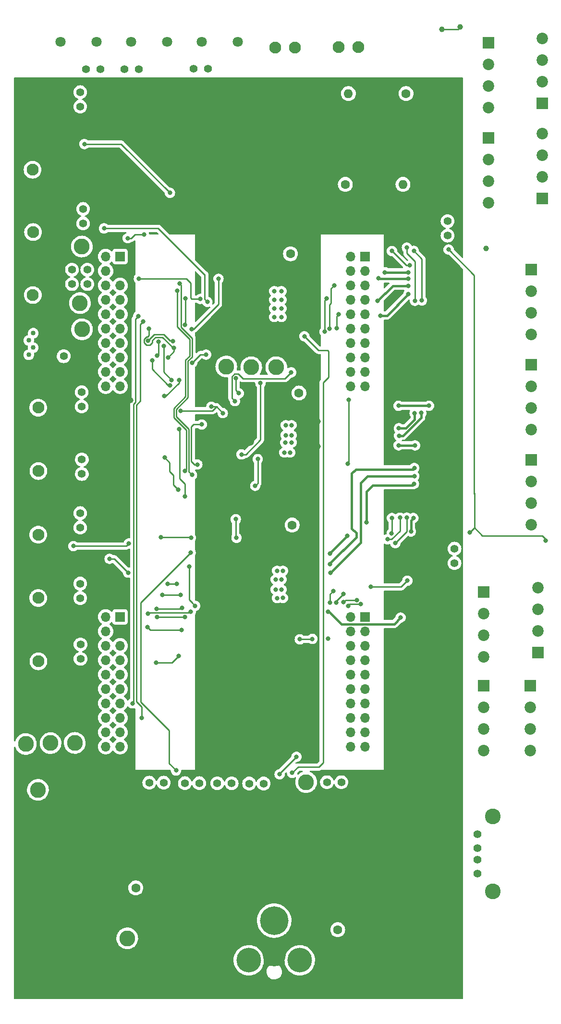
<source format=gbr>
%TF.GenerationSoftware,KiCad,Pcbnew,(6.0.7)*%
%TF.CreationDate,2022-10-28T07:23:18-04:00*%
%TF.ProjectId,Top_Level,546f705f-4c65-4766-956c-2e6b69636164,rev?*%
%TF.SameCoordinates,Original*%
%TF.FileFunction,Copper,L2,Bot*%
%TF.FilePolarity,Positive*%
%FSLAX46Y46*%
G04 Gerber Fmt 4.6, Leading zero omitted, Abs format (unit mm)*
G04 Created by KiCad (PCBNEW (6.0.7)) date 2022-10-28 07:23:18*
%MOMM*%
%LPD*%
G01*
G04 APERTURE LIST*
%TA.AperFunction,ComponentPad*%
%ADD10C,2.768600*%
%TD*%
%TA.AperFunction,ComponentPad*%
%ADD11C,1.422400*%
%TD*%
%TA.AperFunction,ComponentPad*%
%ADD12C,1.400000*%
%TD*%
%TA.AperFunction,ComponentPad*%
%ADD13C,2.800000*%
%TD*%
%TA.AperFunction,ComponentPad*%
%ADD14C,2.100000*%
%TD*%
%TA.AperFunction,ComponentPad*%
%ADD15R,1.700000X1.700000*%
%TD*%
%TA.AperFunction,ComponentPad*%
%ADD16O,1.700000X1.700000*%
%TD*%
%TA.AperFunction,ComponentPad*%
%ADD17R,2.025000X2.025000*%
%TD*%
%TA.AperFunction,ComponentPad*%
%ADD18C,2.025000*%
%TD*%
%TA.AperFunction,ComponentPad*%
%ADD19C,0.850000*%
%TD*%
%TA.AperFunction,ComponentPad*%
%ADD20C,1.600000*%
%TD*%
%TA.AperFunction,ComponentPad*%
%ADD21O,1.600000X1.600000*%
%TD*%
%TA.AperFunction,ComponentPad*%
%ADD22C,1.800000*%
%TD*%
%TA.AperFunction,ComponentPad*%
%ADD23C,5.040000*%
%TD*%
%TA.AperFunction,ComponentPad*%
%ADD24C,4.065000*%
%TD*%
%TA.AperFunction,ComponentPad*%
%ADD25C,4.335000*%
%TD*%
%TA.AperFunction,ViaPad*%
%ADD26C,0.800000*%
%TD*%
%TA.AperFunction,ViaPad*%
%ADD27C,1.500000*%
%TD*%
%TA.AperFunction,ViaPad*%
%ADD28C,1.000000*%
%TD*%
%TA.AperFunction,Conductor*%
%ADD29C,0.250000*%
%TD*%
%TA.AperFunction,Conductor*%
%ADD30C,0.400000*%
%TD*%
G04 APERTURE END LIST*
D10*
%TO.P,J6,6,MOUNT*%
%TO.N,unconnected-(J6-Pad6)*%
X139870000Y-159143902D03*
%TO.P,J6,5,Shield*%
%TO.N,GND*%
X139870000Y-172283901D03*
D11*
%TO.P,J6,4,GND*%
X137160000Y-162213901D03*
%TO.P,J6,3,D+*%
%TO.N,unconnected-(J6-Pad3)*%
X137160000Y-164713901D03*
%TO.P,J6,2,D-*%
%TO.N,unconnected-(J6-Pad2)*%
X137160000Y-166713902D03*
%TO.P,J6,1,VBUS*%
%TO.N,+5V*%
X137160000Y-169213902D03*
%TD*%
D12*
%TO.P,JP2,1,A*%
%TO.N,+24V*%
X96923747Y-153313740D03*
%TO.P,JP2,2,B*%
%TO.N,Net-(C10-Pad2)*%
X99463747Y-153313740D03*
%TD*%
D13*
%TO.P,TP15,1,1*%
%TO.N,Net-(C29-Pad1)*%
X59690000Y-154432000D03*
%TD*%
D14*
%TO.P,J21,1,1*%
%TO.N,GND*%
X59778900Y-94742000D03*
%TO.P,J21,2,2*%
%TO.N,Net-(J21-Pad2)*%
X59778900Y-98242000D03*
%TD*%
%TO.P,J9,1,1*%
%TO.N,GND*%
X59778900Y-128270000D03*
%TO.P,J9,2,2*%
%TO.N,Net-(J9-Pad2)*%
X59778900Y-131770000D03*
%TD*%
D12*
%TO.P,JP15,1,A*%
%TO.N,+3.3V*%
X131898544Y-56763766D03*
%TO.P,JP15,2,B*%
%TO.N,Net-(JP15-Pad2)*%
X131898544Y-54223766D03*
%TD*%
D15*
%TO.P,J4-J1,1,Pin_1*%
%TO.N,GND*%
X117348000Y-60452000D03*
D16*
%TO.P,J4-J1,2,Pin_2*%
%TO.N,MAG_IN1*%
X114808000Y-60452000D03*
%TO.P,J4-J1,3,Pin_3*%
%TO.N,/MSP432E401Y/PM_3*%
X117348000Y-62992000D03*
%TO.P,J4-J1,4,Pin_4*%
%TO.N,MAG_IN2*%
X114808000Y-62992000D03*
%TO.P,J4-J1,5,Pin_5*%
%TO.N,/MSP432E401Y/PH_2*%
X117348000Y-65532000D03*
%TO.P,J4-J1,6,Pin_6*%
%TO.N,Y_HOME*%
X114808000Y-65532000D03*
%TO.P,J4-J1,7,Pin_7*%
%TO.N,/MSP432E401Y/PH_3*%
X117348000Y-68072000D03*
%TO.P,J4-J1,8,Pin_8*%
%TO.N,Y_FAULT*%
X114808000Y-68072000D03*
%TO.P,J4-J1,9,Pin_9*%
%TO.N,/MSP432E401Y/RST_J4*%
X117348000Y-70612000D03*
%TO.P,J4-J1,10,Pin_10*%
%TO.N,X_ENABLE*%
X114808000Y-70612000D03*
%TO.P,J4-J1,11,Pin_11*%
%TO.N,DEMUX_S0*%
X117348000Y-73152000D03*
%TO.P,J4-J1,12,Pin_12*%
%TO.N,X_DIR*%
X114808000Y-73152000D03*
%TO.P,J4-J1,13,Pin_13*%
%TO.N,DEMUX_S1*%
X117348000Y-75692000D03*
%TO.P,J4-J1,14,Pin_14*%
%TO.N,X_STEP*%
X114808000Y-75692000D03*
%TO.P,J4-J1,15,Pin_15*%
%TO.N,DEMUX_S2*%
X117348000Y-78232000D03*
%TO.P,J4-J1,16,Pin_16*%
%TO.N,/MSP432E401Y/PL_1*%
X114808000Y-78232000D03*
%TO.P,J4-J1,17,Pin_17*%
%TO.N,/MSP432E401Y/PN_3*%
X117348000Y-80772000D03*
%TO.P,J4-J1,18,Pin_18*%
%TO.N,X_FAULT*%
X114808000Y-80772000D03*
%TO.P,J4-J1,19,Pin_19*%
%TO.N,/MSP432E401Y/PP_2*%
X117348000Y-83312000D03*
%TO.P,J4-J1,20,Pin_20*%
%TO.N,X_HOME*%
X114808000Y-83312000D03*
%TD*%
D17*
%TO.P,J18,1,1*%
%TO.N,Net-(J18-Pad1)*%
X139123314Y-39553592D03*
D18*
%TO.P,J18,2,2*%
%TO.N,Net-(J18-Pad2)*%
X139123314Y-43363592D03*
%TO.P,J18,3,3*%
%TO.N,Net-(J18-Pad3)*%
X139123314Y-47173592D03*
%TO.P,J18,4,4*%
%TO.N,Net-(J18-Pad4)*%
X139123314Y-50983592D03*
%TD*%
D19*
%TO.P,LED1,1,ANODE_BLUE*%
%TO.N,Net-(LED1-Pad1)*%
X58859707Y-73958766D03*
%TO.P,LED1,2,ANODE_RED*%
%TO.N,Net-(LED1-Pad2)*%
X58059707Y-75228766D03*
%TO.P,LED1,3,COMMON_CATHODE*%
%TO.N,Net-(JP14-Pad2)*%
X58859707Y-76498766D03*
%TO.P,LED1,4,ANODE_GREEN*%
%TO.N,Net-(LED1-Pad4)*%
X58059707Y-77768766D03*
%TD*%
D20*
%TO.P,C28,1*%
%TO.N,+24V*%
X76942000Y-171704000D03*
%TO.P,C28,2*%
%TO.N,GND*%
X74442000Y-171704000D03*
%TD*%
D17*
%TO.P,J4,1,1*%
%TO.N,/StepperDriver2/2B*%
X146620000Y-62756000D03*
D18*
%TO.P,J4,2,2*%
%TO.N,/StepperDriver2/2A*%
X146620000Y-66566000D03*
%TO.P,J4,3,3*%
%TO.N,/StepperDriver2/1B*%
X146620000Y-70376000D03*
%TO.P,J4,4,4*%
%TO.N,/StepperDriver2/1A*%
X146620000Y-74186000D03*
%TD*%
D12*
%TO.P,JP20,1,A*%
%TO.N,+3.3V*%
X67144900Y-108204000D03*
%TO.P,JP20,2,B*%
%TO.N,Net-(JP20-Pad2)*%
X67144900Y-105664000D03*
%TD*%
D17*
%TO.P,J14,1,1*%
%TO.N,Net-(IC5-Pad15)*%
X148577850Y-50199353D03*
D18*
%TO.P,J14,2,2*%
%TO.N,Net-(IC5-Pad14)*%
X148577850Y-46389353D03*
%TO.P,J14,3,3*%
%TO.N,Net-(IC5-Pad13)*%
X148577850Y-42579353D03*
%TO.P,J14,4,4*%
%TO.N,Net-(IC5-Pad12)*%
X148577850Y-38769353D03*
%TD*%
D17*
%TO.P,J16,1,1*%
%TO.N,Net-(J16-Pad1)*%
X139123314Y-22776353D03*
D18*
%TO.P,J16,2,2*%
%TO.N,Net-(J16-Pad2)*%
X139123314Y-26586353D03*
%TO.P,J16,3,3*%
%TO.N,Net-(J16-Pad3)*%
X139123314Y-30396353D03*
%TO.P,J16,4,4*%
%TO.N,Net-(J16-Pad4)*%
X139123314Y-34206353D03*
%TD*%
D13*
%TO.P,TP7,1,1*%
%TO.N,X_ENABLE*%
X92885192Y-79831833D03*
%TD*%
D12*
%TO.P,JP10,1,A*%
%TO.N,+3.3V*%
X81849000Y-153162000D03*
%TO.P,JP10,2,B*%
%TO.N,Net-(C29-Pad1)*%
X79309000Y-153162000D03*
%TD*%
%TO.P,JP13,1,A*%
%TO.N,+3.3V*%
X68390416Y-62772111D03*
%TO.P,JP13,2,B*%
%TO.N,Net-(JP13-Pad2)*%
X68390416Y-65312111D03*
%TD*%
%TO.P,JP8,1,A*%
%TO.N,+3.3V*%
X67189927Y-128803395D03*
%TO.P,JP8,2,B*%
%TO.N,Net-(JP8-Pad2)*%
X67189927Y-131343395D03*
%TD*%
D17*
%TO.P,J19,1,1*%
%TO.N,Net-(J19-Pad1)*%
X138267312Y-119586463D03*
D18*
%TO.P,J19,2,2*%
%TO.N,Net-(J19-Pad2)*%
X138267312Y-123396463D03*
%TO.P,J19,3,3*%
%TO.N,Net-(J19-Pad3)*%
X138267312Y-127206463D03*
%TO.P,J19,4,4*%
%TO.N,Net-(J19-Pad4)*%
X138267312Y-131016463D03*
%TD*%
D15*
%TO.P,J8-J1,1,Pin_1*%
%TO.N,GND*%
X117348000Y-123952000D03*
D16*
%TO.P,J8-J1,2,Pin_2*%
%TO.N,MUX_OUT*%
X114808000Y-123952000D03*
%TO.P,J8-J1,3,Pin_3*%
%TO.N,MUX_S0*%
X117348000Y-126492000D03*
%TO.P,J8-J1,4,Pin_4*%
%TO.N,RESET_OUT*%
X114808000Y-126492000D03*
%TO.P,J8-J1,5,Pin_5*%
%TO.N,MUX_S1*%
X117348000Y-129032000D03*
%TO.P,J8-J1,6,Pin_6*%
%TO.N,START_OUT*%
X114808000Y-129032000D03*
%TO.P,J8-J1,7,Pin_7*%
%TO.N,MUX_S2*%
X117348000Y-131572000D03*
%TO.P,J8-J1,8,Pin_8*%
%TO.N,FP_1_OUT*%
X114808000Y-131572000D03*
%TO.P,J8-J1,9,Pin_9*%
%TO.N,/MSP432E401Y/RST_J8*%
X117348000Y-134112000D03*
%TO.P,J8-J1,10,Pin_10*%
%TO.N,FP_2_OUT*%
X114808000Y-134112000D03*
%TO.P,J8-J1,11,Pin_11*%
%TO.N,/MSP432E401Y/PQ_2*%
X117348000Y-136652000D03*
%TO.P,J8-J1,12,Pin_12*%
%TO.N,FP_3_OUT*%
X114808000Y-136652000D03*
%TO.P,J8-J1,13,Pin_13*%
%TO.N,/MSP432E401Y/PQ_3*%
X117348000Y-139192000D03*
%TO.P,J8-J1,14,Pin_14*%
%TO.N,/MSP432E401Y/PH_0*%
X114808000Y-139192000D03*
%TO.P,J8-J1,15,Pin_15*%
%TO.N,/MSP432E401Y/PP_3*%
X117348000Y-141732000D03*
%TO.P,J8-J1,16,Pin_16*%
%TO.N,/MSP432E401Y/PH_1*%
X114808000Y-141732000D03*
%TO.P,J8-J1,17,Pin_17*%
%TO.N,/MSP432E401Y/PQ_1*%
X117348000Y-144272000D03*
%TO.P,J8-J1,18,Pin_18*%
%TO.N,/MSP432E401Y/PK_6*%
X114808000Y-144272000D03*
%TO.P,J8-J1,19,Pin_19*%
%TO.N,/MSP432E401Y/PM_6*%
X117348000Y-146812000D03*
%TO.P,J8-J1,20,Pin_20*%
%TO.N,/MSP432E401Y/PK_7*%
X114808000Y-146812000D03*
%TD*%
D12*
%TO.P,JP18,1,A*%
%TO.N,+3.3V*%
X67436900Y-98758000D03*
%TO.P,JP18,2,B*%
%TO.N,Net-(JP18-Pad2)*%
X67436900Y-96218000D03*
%TD*%
D14*
%TO.P,J23,1,1*%
%TO.N,GND*%
X59740900Y-105966000D03*
%TO.P,J23,2,2*%
%TO.N,Net-(J23-Pad2)*%
X59740900Y-109466000D03*
%TD*%
D12*
%TO.P,JP11,1,A*%
%TO.N,+5V*%
X110629700Y-153085800D03*
%TO.P,JP11,2,B*%
%TO.N,Net-(C30-Pad1)*%
X113169700Y-153085800D03*
%TD*%
D13*
%TO.P,TP6,1,1*%
%TO.N,Z_DIR*%
X66179750Y-146160055D03*
%TD*%
%TO.P,TP2,1,1*%
%TO.N,Y_STEP*%
X67470056Y-73274008D03*
%TD*%
%TO.P,TP4,1,1*%
%TO.N,Z_ENABLE*%
X57561018Y-146336904D03*
%TD*%
%TO.P,TP14,1,1*%
%TO.N,Net-(C30-Pad1)*%
X106972838Y-153054887D03*
%TD*%
D17*
%TO.P,J3,1,1*%
%TO.N,/StepperDriver1/2B*%
X146620000Y-79520000D03*
D18*
%TO.P,J3,2,2*%
%TO.N,/StepperDriver1/2A*%
X146620000Y-83330000D03*
%TO.P,J3,3,3*%
%TO.N,/StepperDriver1/1B*%
X146620000Y-87140000D03*
%TO.P,J3,4,4*%
%TO.N,/StepperDriver1/1A*%
X146620000Y-90950000D03*
%TD*%
D15*
%TO.P,J1-J1,1,Pin_1*%
%TO.N,/MSP432E401Y/+5V_J1*%
X74168000Y-60452000D03*
D16*
%TO.P,J1-J1,2,Pin_2*%
%TO.N,+3.3V*%
X71628000Y-60452000D03*
%TO.P,J1-J1,3,Pin_3*%
%TO.N,GND*%
X74168000Y-62992000D03*
%TO.P,J1-J1,4,Pin_4*%
%TO.N,Y_ENABLE*%
X71628000Y-62992000D03*
%TO.P,J1-J1,5,Pin_5*%
%TO.N,NEXT_TURN_OUT*%
X74168000Y-65532000D03*
%TO.P,J1-J1,6,Pin_6*%
%TO.N,Y_DIR*%
X71628000Y-65532000D03*
%TO.P,J1-J1,7,Pin_7*%
%TO.N,COLOR_OUT*%
X74168000Y-68072000D03*
%TO.P,J1-J1,8,Pin_8*%
%TO.N,Y_STEP*%
X71628000Y-68072000D03*
%TO.P,J1-J1,9,Pin_9*%
%TO.N,/MSP432E401Y/PE_2*%
X74168000Y-70612000D03*
%TO.P,J1-J1,10,Pin_10*%
%TO.N,/MSP432E401Y/PC_6*%
X71628000Y-70612000D03*
%TO.P,J1-J1,11,Pin_11*%
%TO.N,XYZ_DECAY*%
X74168000Y-73152000D03*
%TO.P,J1-J1,12,Pin_12*%
%TO.N,/MSP432E401Y/PE_5*%
X71628000Y-73152000D03*
%TO.P,J1-J1,13,Pin_13*%
%TO.N,XYZ_RESET*%
X74168000Y-75692000D03*
%TO.P,J1-J1,14,Pin_14*%
%TO.N,/MSP432E401Y/PD_3*%
X71628000Y-75692000D03*
%TO.P,J1-J1,15,Pin_15*%
%TO.N,XY_MS0*%
X74168000Y-78232000D03*
%TO.P,J1-J1,16,Pin_16*%
%TO.N,LED_R*%
X71628000Y-78232000D03*
%TO.P,J1-J1,17,Pin_17*%
%TO.N,XY_MS1*%
X74168000Y-80772000D03*
%TO.P,J1-J1,18,Pin_18*%
%TO.N,LED_B*%
X71628000Y-80772000D03*
%TO.P,J1-J1,19,Pin_19*%
%TO.N,XY_MS2*%
X74168000Y-83312000D03*
%TO.P,J1-J1,20,Pin_20*%
%TO.N,LED_G*%
X71628000Y-83312000D03*
%TD*%
D20*
%TO.P,C19,1*%
%TO.N,Net-(C19-Pad1)*%
X105708729Y-84511297D03*
%TO.P,C19,2*%
%TO.N,GND*%
X108208729Y-84511297D03*
%TD*%
%TO.P,R16,1*%
%TO.N,U3TX*%
X113877683Y-47746872D03*
D21*
%TO.P,R16,2*%
%TO.N,/PiConnector1/Rx_Pi*%
X124037683Y-47746872D03*
%TD*%
D12*
%TO.P,JP12,1,A*%
%TO.N,+3.3V*%
X68180900Y-27432000D03*
%TO.P,JP12,2,B*%
%TO.N,Net-(JP12-Pad2)*%
X70720900Y-27432000D03*
%TD*%
D22*
%TO.P,S2,1,COM*%
%TO.N,GND*%
X88524900Y-22606000D03*
%TO.P,S2,2,NO*%
%TO.N,Net-(R23-Pad1)*%
X94924900Y-22606000D03*
%TD*%
D14*
%TO.P,J2,1,1*%
%TO.N,/Electromagnet1/OUT1*%
X104990900Y-23622000D03*
%TO.P,J2,2,2*%
%TO.N,/Electromagnet1/OUT2*%
X101490900Y-23622000D03*
%TD*%
D22*
%TO.P,S1,1,COM*%
%TO.N,GND*%
X76078900Y-22606000D03*
%TO.P,S1,2,NO*%
%TO.N,Net-(R20-Pad1)*%
X82478900Y-22606000D03*
%TD*%
D17*
%TO.P,J12,1,1*%
%TO.N,Net-(IC5-Pad5)*%
X148577850Y-33426353D03*
D18*
%TO.P,J12,2,2*%
%TO.N,Net-(IC5-Pad4)*%
X148577850Y-29616353D03*
%TO.P,J12,3,3*%
%TO.N,Net-(IC5-Pad2)*%
X148577850Y-25806353D03*
%TO.P,J12,4,4*%
%TO.N,Net-(IC5-Pad1)*%
X148577850Y-21996353D03*
%TD*%
D12*
%TO.P,JP4,1,A*%
%TO.N,+3.3V*%
X74930743Y-27466718D03*
%TO.P,JP4,2,B*%
%TO.N,Net-(JP4-Pad2)*%
X77470743Y-27466718D03*
%TD*%
%TO.P,JP16,1,A*%
%TO.N,MUX_OUT*%
X133125312Y-114468463D03*
%TO.P,JP16,2,B*%
%TO.N,Net-(JP16-Pad2)*%
X133125312Y-111928463D03*
%TD*%
%TO.P,JP5,1,A*%
%TO.N,+3.3V*%
X87112783Y-27344770D03*
%TO.P,JP5,2,B*%
%TO.N,Net-(JP5-Pad2)*%
X89652783Y-27344770D03*
%TD*%
%TO.P,JP14,1,A*%
%TO.N,GND*%
X64230863Y-75482696D03*
%TO.P,JP14,2,B*%
%TO.N,Net-(JP14-Pad2)*%
X64230863Y-78022696D03*
%TD*%
D17*
%TO.P,J17,1,1*%
%TO.N,Net-(J17-Pad1)*%
X138267312Y-136087463D03*
D18*
%TO.P,J17,2,2*%
%TO.N,Net-(J17-Pad2)*%
X138267312Y-139897463D03*
%TO.P,J17,3,3*%
%TO.N,Net-(J17-Pad3)*%
X138267312Y-143707463D03*
%TO.P,J17,4,4*%
%TO.N,Net-(J17-Pad4)*%
X138267312Y-147517463D03*
%TD*%
D20*
%TO.P,C1,1*%
%TO.N,Net-(C1-Pad1)*%
X104211945Y-59974649D03*
%TO.P,C1,2*%
%TO.N,GND*%
X106711945Y-59974649D03*
%TD*%
D13*
%TO.P,TP3,1,1*%
%TO.N,Y_DIR*%
X67101563Y-68667836D03*
%TD*%
D20*
%TO.P,C27,1*%
%TO.N,+24V*%
X112542000Y-179070000D03*
%TO.P,C27,2*%
%TO.N,GND*%
X115042000Y-179070000D03*
%TD*%
D12*
%TO.P,JP9,1,A*%
%TO.N,+24V*%
X88133557Y-153248813D03*
%TO.P,JP9,2,B*%
%TO.N,Net-(C19-Pad1)*%
X85593557Y-153248813D03*
%TD*%
D13*
%TO.P,TP10,1,1*%
%TO.N,GND*%
X77724000Y-188468000D03*
%TD*%
%TO.P,TP9,1,1*%
%TO.N,X_DIR*%
X97291982Y-79969799D03*
%TD*%
D12*
%TO.P,JP7,1,A*%
%TO.N,+3.3V*%
X67144900Y-31496000D03*
%TO.P,JP7,2,B*%
%TO.N,Net-(JP7-Pad2)*%
X67144900Y-34036000D03*
%TD*%
D14*
%TO.P,J7,1,1*%
%TO.N,GND*%
X58749037Y-41665081D03*
%TO.P,J7,2,2*%
%TO.N,Net-(J7-Pad2)*%
X58749037Y-45165081D03*
%TD*%
D13*
%TO.P,TP12,1,1*%
%TO.N,GND*%
X69596000Y-188468000D03*
%TD*%
%TO.P,TP11,1,1*%
%TO.N,GND*%
X61666735Y-188468000D03*
%TD*%
D12*
%TO.P,JP1,1,A*%
%TO.N,+24V*%
X93845170Y-153269265D03*
%TO.P,JP1,2,B*%
%TO.N,Net-(C1-Pad1)*%
X91305170Y-153269265D03*
%TD*%
D13*
%TO.P,TP8,1,1*%
%TO.N,X_STEP*%
X101710351Y-79966618D03*
%TD*%
D12*
%TO.P,JP6,1,A*%
%TO.N,+3.3V*%
X67398900Y-84348000D03*
%TO.P,JP6,2,B*%
%TO.N,Net-(JP6-Pad2)*%
X67398900Y-86888000D03*
%TD*%
D20*
%TO.P,R15,1*%
%TO.N,U3RX*%
X124585805Y-31750000D03*
D21*
%TO.P,R15,2*%
%TO.N,/PiConnector1/Tx_Pi*%
X114425805Y-31750000D03*
%TD*%
D13*
%TO.P,TP5,1,1*%
%TO.N,Z_STEP*%
X61916252Y-146192586D03*
%TD*%
D20*
%TO.P,C7,1*%
%TO.N,Net-(C10-Pad2)*%
X104501960Y-107772156D03*
%TO.P,C7,2*%
%TO.N,GND*%
X107001960Y-107772156D03*
%TD*%
D12*
%TO.P,JP3,1,A*%
%TO.N,+3.3V*%
X65697227Y-62772111D03*
%TO.P,JP3,2,B*%
%TO.N,Net-(JP3-Pad2)*%
X65697227Y-65312111D03*
%TD*%
D14*
%TO.P,J1,1,1*%
%TO.N,/PiConnector1/Rx_Pi*%
X116166900Y-23584000D03*
%TO.P,J1,2,2*%
%TO.N,/PiConnector1/Tx_Pi*%
X112666900Y-23584000D03*
%TD*%
D13*
%TO.P,TP1,1,1*%
%TO.N,Y_ENABLE*%
X67430742Y-58689588D03*
%TD*%
D14*
%TO.P,J22,1,1*%
%TO.N,GND*%
X59740900Y-117122000D03*
%TO.P,J22,2,2*%
%TO.N,Net-(J22-Pad2)*%
X59740900Y-120622000D03*
%TD*%
%TO.P,J11,1,1*%
%TO.N,GND*%
X58792955Y-63745662D03*
%TO.P,J11,2,2*%
%TO.N,Net-(J11-Pad2)*%
X58792955Y-67245662D03*
%TD*%
D17*
%TO.P,J5,1,1*%
%TO.N,/StepperDriver3/2B*%
X146620000Y-96275000D03*
D18*
%TO.P,J5,2,2*%
%TO.N,/StepperDriver3/2A*%
X146620000Y-100085000D03*
%TO.P,J5,3,3*%
%TO.N,/StepperDriver3/1B*%
X146620000Y-103895000D03*
%TO.P,J5,4,4*%
%TO.N,/StepperDriver3/1A*%
X146620000Y-107705000D03*
%TD*%
D22*
%TO.P,S3,1,COM*%
%TO.N,GND*%
X63632900Y-22606000D03*
%TO.P,S3,2,NO*%
%TO.N,Net-(R44-Pad1)*%
X70032900Y-22606000D03*
%TD*%
D17*
%TO.P,J15,1,1*%
%TO.N,Net-(IC6-Pad15)*%
X147857312Y-130236463D03*
D18*
%TO.P,J15,2,2*%
%TO.N,Net-(IC6-Pad14)*%
X147857312Y-126426463D03*
%TO.P,J15,3,3*%
%TO.N,Net-(IC6-Pad13)*%
X147857312Y-122616463D03*
%TO.P,J15,4,4*%
%TO.N,Net-(IC6-Pad12)*%
X147857312Y-118806463D03*
%TD*%
D12*
%TO.P,JP19,1,A*%
%TO.N,+3.3V*%
X67144900Y-120630000D03*
%TO.P,JP19,2,B*%
%TO.N,Net-(JP19-Pad2)*%
X67144900Y-118090000D03*
%TD*%
D14*
%TO.P,J20,1,1*%
%TO.N,GND*%
X58832411Y-52643956D03*
%TO.P,J20,2,2*%
%TO.N,Net-(J20-Pad2)*%
X58832411Y-56143956D03*
%TD*%
%TO.P,J8,1,1*%
%TO.N,GND*%
X59740900Y-83594000D03*
%TO.P,J8,2,2*%
%TO.N,Net-(J8-Pad2)*%
X59740900Y-87094000D03*
%TD*%
D12*
%TO.P,JP17,1,A*%
%TO.N,+3.3V*%
X67652900Y-54610000D03*
%TO.P,JP17,2,B*%
%TO.N,Net-(JP17-Pad2)*%
X67652900Y-52070000D03*
%TD*%
D15*
%TO.P,J5-J1,1,Pin_1*%
%TO.N,/MSP432E401Y/+5V_J5*%
X74168000Y-123952000D03*
D16*
%TO.P,J5-J1,2,Pin_2*%
%TO.N,+3.3V*%
X71628000Y-123952000D03*
%TO.P,J5-J1,3,Pin_3*%
%TO.N,GND*%
X74168000Y-126492000D03*
%TO.P,J5-J1,4,Pin_4*%
%TO.N,/MSP432E401Y/PD_2*%
X71628000Y-126492000D03*
%TO.P,J5-J1,5,Pin_5*%
%TO.N,Z_HOME*%
X74168000Y-129032000D03*
%TO.P,J5-J1,6,Pin_6*%
%TO.N,/MSP432E401Y/PP_0*%
X71628000Y-129032000D03*
%TO.P,J5-J1,7,Pin_7*%
%TO.N,Z_FAULT*%
X74168000Y-131572000D03*
%TO.P,J5-J1,8,Pin_8*%
%TO.N,CAPTURE_OUT*%
X71628000Y-131572000D03*
%TO.P,J5-J1,9,Pin_9*%
%TO.N,LS_Z_OUT*%
X74168000Y-134112000D03*
%TO.P,J5-J1,10,Pin_10*%
%TO.N,Z_MS2*%
X71628000Y-134112000D03*
%TO.P,J5-J1,11,Pin_11*%
%TO.N,LS_Y_OUT*%
X74168000Y-136652000D03*
%TO.P,J5-J1,12,Pin_12*%
%TO.N,Z_MS1*%
X71628000Y-136652000D03*
%TO.P,J5-J1,13,Pin_13*%
%TO.N,LS_X_OUT*%
X74168000Y-139192000D03*
%TO.P,J5-J1,14,Pin_14*%
%TO.N,Z_MS0*%
X71628000Y-139192000D03*
%TO.P,J5-J1,15,Pin_15*%
%TO.N,HOME_OUT*%
X74168000Y-141732000D03*
%TO.P,J5-J1,16,Pin_16*%
%TO.N,Z_ENABLE*%
X71628000Y-141732000D03*
%TO.P,J5-J1,17,Pin_17*%
%TO.N,U3RX*%
X74168000Y-144272000D03*
%TO.P,J5-J1,18,Pin_18*%
%TO.N,Z_DIR*%
X71628000Y-144272000D03*
%TO.P,J5-J1,19,Pin_19*%
%TO.N,U3TX*%
X74168000Y-146812000D03*
%TO.P,J5-J1,20,Pin_20*%
%TO.N,Z_STEP*%
X71628000Y-146812000D03*
%TD*%
D17*
%TO.P,J13,1,1*%
%TO.N,Net-(IC6-Pad5)*%
X146457312Y-136087463D03*
D18*
%TO.P,J13,2,2*%
%TO.N,Net-(IC6-Pad4)*%
X146457312Y-139897463D03*
%TO.P,J13,3,3*%
%TO.N,Net-(IC6-Pad2)*%
X146457312Y-143707463D03*
%TO.P,J13,4,4*%
%TO.N,Net-(IC6-Pad1)*%
X146457312Y-147517463D03*
%TD*%
D23*
%TO.P,J10,1,1*%
%TO.N,Net-(F1-Pad1)*%
X101346000Y-177464000D03*
D24*
%TO.P,J10,2,2*%
%TO.N,GND*%
X101346000Y-183464000D03*
D25*
%TO.P,J10,3,3*%
%TO.N,unconnected-(J10-Pad3)*%
X105846000Y-184464000D03*
%TO.P,J10,4,4*%
%TO.N,unconnected-(J10-Pad4)*%
X96846000Y-184464000D03*
%TD*%
D13*
%TO.P,TP13,1,1*%
%TO.N,Net-(F1-Pad1)*%
X75438000Y-180594000D03*
%TD*%
D26*
%TO.N,GND*%
X106632036Y-70452684D03*
X102900356Y-63041677D03*
D27*
X97028000Y-54533800D03*
D26*
X102890582Y-112260489D03*
D28*
X76213898Y-70274726D03*
D27*
X96164400Y-141630400D03*
X94157800Y-45974000D03*
D28*
X106424192Y-65698922D03*
X126491053Y-29787839D03*
D27*
X96797088Y-118186200D03*
X103022400Y-54533800D03*
X97053400Y-88569800D03*
X96164400Y-147294600D03*
X102158800Y-147294600D03*
X102158800Y-141630400D03*
D26*
X103632000Y-87630000D03*
D28*
X72955760Y-94940905D03*
D27*
X90068400Y-158953200D03*
X102158800Y-135991600D03*
X100152200Y-51638200D03*
D28*
X70643201Y-34441218D03*
X138710635Y-59068204D03*
D27*
X90246200Y-141630400D03*
D28*
X109018038Y-93910143D03*
D27*
X90246200Y-135991600D03*
X96164400Y-135991600D03*
X103022400Y-48869600D03*
X90068400Y-164592000D03*
X96215200Y-73126600D03*
D28*
X134137740Y-20023225D03*
X117531307Y-55559161D03*
D27*
X84150200Y-158953200D03*
X100228400Y-161696400D03*
X93294200Y-144399000D03*
X100152200Y-46024800D03*
X84150200Y-164592000D03*
D28*
X108473893Y-98647865D03*
D27*
X96797088Y-114147600D03*
X91109800Y-48869600D03*
X96215200Y-68935600D03*
D28*
X66860462Y-93865264D03*
X106565091Y-115839769D03*
D27*
X94157800Y-51638200D03*
X97053400Y-93065600D03*
X103098600Y-158953200D03*
X103022400Y-43230800D03*
D28*
X56181741Y-34257411D03*
D27*
X96797088Y-122834400D03*
X97053400Y-97256600D03*
X97028000Y-48869600D03*
X99288600Y-138785600D03*
D28*
X70400808Y-53252460D03*
D26*
X106634036Y-120551006D03*
D28*
X109028144Y-89551693D03*
D27*
X96215200Y-64439800D03*
D28*
X111968669Y-43734086D03*
D27*
X97028000Y-43230800D03*
X97180400Y-158953200D03*
D28*
X72716412Y-109886897D03*
D26*
X108672075Y-123706558D03*
D27*
X87198200Y-161696400D03*
D28*
X82833727Y-53178653D03*
D27*
X93294200Y-138734800D03*
D28*
X133586042Y-150332084D03*
D27*
X91109800Y-43230800D03*
D28*
X108857605Y-73134486D03*
X130903309Y-20411607D03*
X124647285Y-153222742D03*
D27*
X99288600Y-144399000D03*
D28*
X76033018Y-85811085D03*
D27*
X103098600Y-164592000D03*
X97180400Y-164592000D03*
X91109800Y-54533800D03*
X90246200Y-147294600D03*
D26*
%TO.N,Net-(C2-Pad2)*%
X85662432Y-67834468D03*
X85640540Y-72526942D03*
%TO.N,Net-(C8-Pad2)*%
X87415831Y-122009477D03*
X86339796Y-115105295D03*
%TO.N,Net-(C10-Pad2)*%
X105261741Y-148600368D03*
X102289449Y-151679908D03*
%TO.N,Net-(C13-Pad2)*%
X84565531Y-82189225D03*
X81927513Y-85019098D03*
%TO.N,+3.3V*%
X149182408Y-110523557D03*
X132080000Y-59220204D03*
X135788517Y-109034667D03*
%TO.N,RESET_OUT*%
X85567121Y-98201017D03*
X84235687Y-66455687D03*
X116601393Y-121717184D03*
X114346567Y-122003512D03*
%TO.N,HOME_OUT*%
X78228384Y-71908740D03*
X78018252Y-141732000D03*
%TO.N,START_OUT*%
X113547236Y-121383136D03*
X115876893Y-120992684D03*
X84640716Y-65229942D03*
X86847988Y-98925517D03*
%TO.N,/StepperDriver2/1A*%
X101346000Y-71120000D03*
X120053306Y-70864191D03*
X125009581Y-67059050D03*
X102616000Y-71120000D03*
%TO.N,/StepperDriver2/2A*%
X119578125Y-68292216D03*
X124989693Y-65608324D03*
X101346000Y-69596000D03*
X102616000Y-69596000D03*
%TO.N,/StepperDriver2/2B*%
X120862703Y-63236198D03*
X101346000Y-68072000D03*
X102616000Y-68072000D03*
X124978721Y-63237086D03*
%TO.N,/StepperDriver2/1B*%
X102616000Y-66548000D03*
X119763711Y-64310057D03*
X101346000Y-66548000D03*
X124939952Y-64324269D03*
%TO.N,XYZ_RESET*%
X83482162Y-75384612D03*
X86763514Y-73256486D03*
X79105633Y-75304672D03*
X84825153Y-87663595D03*
X91514297Y-64366904D03*
X94565503Y-106734681D03*
X85636078Y-102681194D03*
X84543921Y-90877478D03*
X92279369Y-88036648D03*
X94688071Y-110013395D03*
X90264883Y-86909495D03*
%TO.N,Y_FAULT*%
X110608864Y-67837700D03*
X110229332Y-73710053D03*
%TO.N,XYZ_DECAY*%
X79248000Y-73152000D03*
X82641552Y-78216500D03*
X83665340Y-76592388D03*
%TO.N,Y_DIR*%
X77479929Y-64347658D03*
X88313910Y-67933472D03*
%TO.N,Y_ENABLE*%
X71336616Y-55492769D03*
X89558272Y-68434506D03*
%TO.N,Y_HOME*%
X111903891Y-65522297D03*
X111106582Y-73148384D03*
%TO.N,/StepperDriver3/1A*%
X101854000Y-120650000D03*
X125880186Y-106525127D03*
X123624381Y-124066757D03*
X110803488Y-123033332D03*
X125447413Y-108904039D03*
X102870000Y-120612500D03*
%TO.N,/StepperDriver3/2A*%
X111245686Y-116211835D03*
X102616000Y-119126000D03*
X101600000Y-119126000D03*
X126033645Y-99140529D03*
%TO.N,/StepperDriver3/2B*%
X111199722Y-114633762D03*
X102616000Y-117348000D03*
X101600000Y-117348000D03*
X126033645Y-97717841D03*
%TO.N,/StepperDriver3/1B*%
X101854000Y-115824000D03*
X125979959Y-100509531D03*
X114254036Y-109691652D03*
X117633395Y-107254541D03*
X111207383Y-112787570D03*
X102870000Y-115824000D03*
%TO.N,Z_FAULT*%
X85620657Y-123994718D03*
X80658470Y-123970857D03*
%TO.N,Z_ENABLE*%
X84198182Y-118151638D03*
X82537492Y-118133283D03*
%TO.N,Z_HOME*%
X79053329Y-123346184D03*
X86657103Y-123053378D03*
%TO.N,/StepperDriver1/1A*%
X126165385Y-93734850D03*
X103124000Y-94996000D03*
X104140000Y-94996000D03*
X123272892Y-93728189D03*
%TO.N,/StepperDriver1/2A*%
X127255808Y-88022749D03*
X123355365Y-92029779D03*
X104427783Y-93203725D03*
X103265990Y-93235701D03*
%TO.N,/StepperDriver1/2B*%
X103378000Y-91948000D03*
X126086594Y-88050729D03*
X123319837Y-90715211D03*
X104394000Y-91948000D03*
%TO.N,/StepperDriver1/1B*%
X128608882Y-86743711D03*
X123262990Y-86743711D03*
X103378000Y-90170000D03*
X104394000Y-90170000D03*
%TO.N,X_FAULT*%
X94417497Y-85922503D03*
X104345753Y-80864312D03*
%TO.N,X_DIR*%
X95088498Y-84547453D03*
X94591540Y-81905621D03*
%TO.N,X_ENABLE*%
X112725747Y-70612000D03*
X86869525Y-79169585D03*
X112326214Y-73078163D03*
X89329585Y-77730667D03*
%TO.N,X_STEP*%
X95571541Y-95323312D03*
X98916108Y-82764792D03*
%TO.N,X_HOME*%
X114328161Y-96965756D03*
X114472053Y-85706217D03*
%TO.N,Net-(C17-Pad2)*%
X67883809Y-40644463D03*
X82953535Y-49228076D03*
%TO.N,Net-(C19-Pad1)*%
X98432505Y-96144195D03*
X84038854Y-151020044D03*
X97987523Y-100856100D03*
X86607251Y-112612564D03*
%TO.N,Net-(C20-Pad2)*%
X88562162Y-90049045D03*
X87794739Y-97099747D03*
%TO.N,Net-(C1-Pad1)*%
X104503544Y-151442810D03*
X106664012Y-74509453D03*
%TO.N,U3RX*%
X124722913Y-106445509D03*
X125948972Y-59466852D03*
X122685333Y-110948792D03*
X127377716Y-68190566D03*
%TO.N,U3TX*%
X123500720Y-106466826D03*
X126136648Y-68244526D03*
X121292702Y-110274969D03*
X124727437Y-58880796D03*
%TO.N,+5V*%
X122093118Y-59483443D03*
X122045367Y-109220000D03*
X122095577Y-106525127D03*
X125231603Y-62018348D03*
%TO.N,LS_X_OUT*%
X77367123Y-70960120D03*
X76355882Y-139184387D03*
%TO.N,MUX_OUT*%
X124814100Y-117565507D03*
X118333278Y-118668626D03*
%TO.N,FP_1_OUT*%
X86664222Y-109989504D03*
X113524530Y-119925500D03*
X65945905Y-111468186D03*
X81401611Y-109934663D03*
X112307639Y-121418927D03*
X75712183Y-111012367D03*
%TO.N,FP_2_OUT*%
X84428659Y-101556637D03*
X82006594Y-95899624D03*
X111743634Y-119363634D03*
X111171744Y-121450674D03*
%TO.N,FP_3_OUT*%
X105852660Y-127908303D03*
X85039119Y-126297438D03*
X110816695Y-127816376D03*
X78958538Y-125715156D03*
X72316687Y-113709450D03*
X108058898Y-127839358D03*
X75573659Y-116161126D03*
%TO.N,Net-(JP13-Pad2)*%
X78382360Y-56575477D03*
X75528504Y-57222990D03*
%TO.N,XY_MS2*%
X82969998Y-83160439D03*
X79835751Y-78763407D03*
%TO.N,XY_MS1*%
X81848148Y-76210658D03*
X83214545Y-82191315D03*
%TO.N,XY_MS0*%
X80938922Y-75464552D03*
X80729750Y-77943798D03*
%TO.N,Z_MS2*%
X85096542Y-122397212D03*
X80615560Y-122517189D03*
%TO.N,Z_MS1*%
X80484132Y-132043055D03*
X84510608Y-130844059D03*
%TO.N,Z_MS0*%
X84806752Y-120036166D03*
X81583068Y-120042131D03*
%TD*%
D29*
%TO.N,GND*%
X130903309Y-20411607D02*
X133749358Y-20411607D01*
X133749358Y-20411607D02*
X134137740Y-20023225D01*
%TO.N,Net-(C2-Pad2)*%
X85662432Y-72505050D02*
X85640540Y-72526942D01*
X85662432Y-67834468D02*
X85662432Y-72505050D01*
%TO.N,Net-(C8-Pad2)*%
X86339796Y-115105295D02*
X86339796Y-120933442D01*
X86843177Y-121436823D02*
X87415831Y-122009477D01*
X86339796Y-120933442D02*
X86843177Y-121436823D01*
%TO.N,Net-(C10-Pad2)*%
X102289449Y-151679908D02*
X102289449Y-151572660D01*
X102289449Y-151572660D02*
X105261741Y-148600368D01*
%TO.N,Net-(C13-Pad2)*%
X84565531Y-82705004D02*
X84565531Y-82189225D01*
X82251437Y-85019098D02*
X84565531Y-82705004D01*
X81927513Y-85019098D02*
X82251437Y-85019098D01*
%TO.N,+3.3V*%
X148554922Y-109623803D02*
X149182408Y-110251289D01*
X149182408Y-110251289D02*
X149182408Y-110523557D01*
X135788517Y-109034667D02*
X136617634Y-108205550D01*
X136617634Y-108205550D02*
X138035887Y-109623803D01*
X136617634Y-108205550D02*
X136617634Y-102157872D01*
X138035887Y-109623803D02*
X148554922Y-109623803D01*
X136617634Y-102157872D02*
X136609881Y-102150119D01*
X136609881Y-102150119D02*
X136609881Y-63750084D01*
X136609881Y-63750084D02*
X132080000Y-59220204D01*
X136609881Y-102263293D02*
X136609881Y-102150119D01*
%TO.N,RESET_OUT*%
X85694525Y-85132522D02*
X85694525Y-78682884D01*
X83638431Y-88850551D02*
X83638431Y-87188616D01*
X85841621Y-91053741D02*
X83638431Y-88850551D01*
X114346567Y-122003512D02*
X114632895Y-121717184D01*
X83638431Y-87188616D02*
X85694525Y-85132522D01*
X86413621Y-75047585D02*
X84235687Y-72869651D01*
X85567121Y-98201017D02*
X85841621Y-97926517D01*
X85694525Y-78682884D02*
X86413621Y-77963788D01*
X86413621Y-77963788D02*
X86413621Y-75047585D01*
X114632895Y-121717184D02*
X116601393Y-121717184D01*
X85841621Y-97926517D02*
X85841621Y-91053741D01*
X84235687Y-72869651D02*
X84235687Y-66455687D01*
%TO.N,HOME_OUT*%
X77743252Y-85903974D02*
X77743252Y-72393872D01*
X77029725Y-86617501D02*
X77743252Y-85903974D01*
X78018252Y-139821452D02*
X77029725Y-138832925D01*
X78018252Y-141732000D02*
X78018252Y-139821452D01*
X77029725Y-138832925D02*
X77029725Y-86617501D01*
X77743252Y-72393872D02*
X78228384Y-71908740D01*
%TO.N,START_OUT*%
X86144525Y-85318918D02*
X86144525Y-78869280D01*
X84960687Y-67649246D02*
X84960687Y-65549913D01*
X84923171Y-69525381D02*
X84923171Y-67686762D01*
X84088431Y-88664155D02*
X84088431Y-87375012D01*
X86291621Y-98369150D02*
X86291621Y-90867345D01*
X86291621Y-90867345D02*
X84088431Y-88664155D01*
X84923171Y-67686762D02*
X84960687Y-67649246D01*
X113547236Y-121383136D02*
X113937688Y-120992684D01*
X86863621Y-74861189D02*
X84915540Y-72913108D01*
X84088431Y-87375012D02*
X86144525Y-85318918D01*
X84915540Y-69533012D02*
X84923171Y-69525381D01*
X113937688Y-120992684D02*
X115876893Y-120992684D01*
X84960687Y-65549913D02*
X84640716Y-65229942D01*
X86863621Y-78150184D02*
X86863621Y-74861189D01*
X86847988Y-98925517D02*
X86291621Y-98369150D01*
X86144525Y-78869280D02*
X86863621Y-78150184D01*
X84915540Y-72913108D02*
X84915540Y-69533012D01*
D30*
%TO.N,/StepperDriver2/1A*%
X120053306Y-70864191D02*
X121204440Y-70864191D01*
X121204440Y-70864191D02*
X125009581Y-67059050D01*
%TO.N,/StepperDriver2/2A*%
X122262017Y-65608324D02*
X124989693Y-65608324D01*
X119578125Y-68292216D02*
X122262017Y-65608324D01*
%TO.N,/StepperDriver2/2B*%
X124977833Y-63236198D02*
X120862703Y-63236198D01*
X124978721Y-63237086D02*
X124977833Y-63236198D01*
%TO.N,/StepperDriver2/1B*%
X124939952Y-64324269D02*
X124925740Y-64338481D01*
X119792135Y-64338481D02*
X119763711Y-64310057D01*
X124925740Y-64338481D02*
X119792135Y-64338481D01*
D29*
%TO.N,XYZ_RESET*%
X84871785Y-87616963D02*
X90444748Y-87616963D01*
X84682340Y-99589635D02*
X84682340Y-91015897D01*
X87149315Y-73256486D02*
X91514297Y-68891504D01*
X82942749Y-75304672D02*
X83632323Y-75304672D01*
X94565503Y-106734681D02*
X94565503Y-109890827D01*
X91152216Y-86909495D02*
X92279369Y-88036648D01*
X83482162Y-75384612D02*
X83402222Y-75304672D01*
X87149315Y-73256486D02*
X86763514Y-73256486D01*
X84682340Y-91015897D02*
X84543921Y-90877478D01*
X94565503Y-109890827D02*
X94688071Y-110013395D01*
X90444748Y-87616963D02*
X91152216Y-86909495D01*
X85636078Y-100543373D02*
X84682340Y-99589635D01*
X79105633Y-75304672D02*
X80203474Y-74206831D01*
X81844908Y-74206831D02*
X82942749Y-75304672D01*
X90264883Y-86909495D02*
X91152216Y-86909495D01*
X83402222Y-75304672D02*
X82942749Y-75304672D01*
X84825153Y-87663595D02*
X84871785Y-87616963D01*
X80203474Y-74206831D02*
X81844908Y-74206831D01*
X85636078Y-102681194D02*
X85636078Y-100543373D01*
X91514297Y-68891504D02*
X91514297Y-64366904D01*
%TO.N,Y_FAULT*%
X110223063Y-73703784D02*
X110229332Y-73710053D01*
X110608864Y-67837700D02*
X110223063Y-68223501D01*
X110223063Y-68223501D02*
X110223063Y-73703784D01*
%TO.N,XYZ_DECAY*%
X83665340Y-77192712D02*
X82641552Y-78216500D01*
X83594069Y-76592388D02*
X81658512Y-74656831D01*
X79405938Y-76029672D02*
X78805328Y-76029672D01*
X78805328Y-74579672D02*
X78991628Y-74579672D01*
X78991628Y-74579672D02*
X79248000Y-74323300D01*
X78805328Y-76029672D02*
X78380633Y-75604977D01*
X79830633Y-75233090D02*
X79830633Y-75604977D01*
X80406892Y-74656831D02*
X79830633Y-75233090D01*
X79830633Y-75604977D02*
X79405938Y-76029672D01*
X79248000Y-74323300D02*
X79248000Y-73152000D01*
X81658512Y-74656831D02*
X80406892Y-74656831D01*
X83665340Y-76592388D02*
X83665340Y-77192712D01*
X83665340Y-76592388D02*
X83594069Y-76592388D01*
X78380633Y-75004367D02*
X78805328Y-74579672D01*
X78380633Y-75604977D02*
X78380633Y-75004367D01*
%TO.N,Y_DIR*%
X86802331Y-67933472D02*
X88313910Y-67933472D01*
X86619398Y-65093745D02*
X86619398Y-67750539D01*
X85873311Y-64347658D02*
X86619398Y-65093745D01*
X77479929Y-64347658D02*
X85873311Y-64347658D01*
X86619398Y-67750539D02*
X86802331Y-67933472D01*
%TO.N,Y_ENABLE*%
X89106235Y-67982469D02*
X89558272Y-68434506D01*
X89106235Y-63633446D02*
X89106235Y-63706235D01*
X89106235Y-63706235D02*
X80892769Y-55492769D01*
X80892769Y-55492769D02*
X71336616Y-55492769D01*
X89106235Y-63706235D02*
X89106235Y-67982469D01*
%TO.N,Y_HOME*%
X111333864Y-67022531D02*
X111328324Y-67016991D01*
X111333864Y-68690190D02*
X111333864Y-67022531D01*
X111328324Y-67016991D02*
X111328324Y-66097864D01*
X111328324Y-66097864D02*
X111903891Y-65522297D01*
X111106582Y-68917472D02*
X111333864Y-68690190D01*
X111106582Y-73148384D02*
X111106582Y-68917472D01*
D30*
%TO.N,/StepperDriver3/1A*%
X111010762Y-123033332D02*
X113193270Y-125215840D01*
X122475298Y-125215840D02*
X123624381Y-124066757D01*
X113193270Y-125215840D02*
X122475298Y-125215840D01*
X125447413Y-106957900D02*
X125447413Y-108904039D01*
X110803488Y-123033332D02*
X111010762Y-123033332D01*
X125880186Y-106525127D02*
X125447413Y-106957900D01*
%TO.N,/StepperDriver3/2A*%
X126023646Y-99130530D02*
X126033645Y-99140529D01*
X116567782Y-100333504D02*
X117770756Y-99130530D01*
X116567782Y-110889739D02*
X116567782Y-100333504D01*
X117770756Y-99130530D02*
X126023646Y-99130530D01*
X111245686Y-116211835D02*
X116567782Y-110889739D01*
%TO.N,/StepperDriver3/2B*%
X114989449Y-107369449D02*
X114989449Y-107163671D01*
X114989449Y-98682388D02*
X115713370Y-97958467D01*
X114989449Y-108381699D02*
X114989449Y-107369449D01*
X115793806Y-109186056D02*
X114989449Y-108381699D01*
X114989449Y-107369449D02*
X114989449Y-98682388D01*
X115713370Y-97958467D02*
X125793019Y-97958467D01*
X111199722Y-114477249D02*
X115793806Y-109883165D01*
X125793019Y-97958467D02*
X126033645Y-97717841D01*
X115793806Y-109883165D02*
X115793806Y-109186056D01*
X111199722Y-114633762D02*
X111199722Y-114477249D01*
%TO.N,/StepperDriver3/1B*%
X111207383Y-112738305D02*
X114254036Y-109691652D01*
X117633395Y-107254541D02*
X117633395Y-101841835D01*
X111207383Y-112787570D02*
X111207383Y-112738305D01*
X117633395Y-101841835D02*
X118702570Y-100772660D01*
X125716830Y-100772660D02*
X125979959Y-100509531D01*
X118702570Y-100772660D02*
X125716830Y-100772660D01*
D29*
%TO.N,Z_FAULT*%
X80907852Y-123994718D02*
X80682331Y-123994718D01*
X80682331Y-123994718D02*
X80658470Y-123970857D01*
X85620657Y-123994718D02*
X80907852Y-123994718D01*
%TO.N,Z_ENABLE*%
X82537492Y-118133283D02*
X82555387Y-118115388D01*
X84161932Y-118115388D02*
X84198182Y-118151638D01*
X82555387Y-118115388D02*
X84161932Y-118115388D01*
%TO.N,Z_HOME*%
X79153656Y-123245857D02*
X86464624Y-123245857D01*
X79053329Y-123346184D02*
X79153656Y-123245857D01*
X86464624Y-123245857D02*
X86657103Y-123053378D01*
D30*
%TO.N,/StepperDriver1/1A*%
X123272892Y-93728189D02*
X126158724Y-93728189D01*
X126158724Y-93728189D02*
X126165385Y-93734850D01*
%TO.N,/StepperDriver1/2A*%
X124071234Y-92029779D02*
X123355365Y-92029779D01*
X127255808Y-88845205D02*
X124071234Y-92029779D01*
X127255808Y-88022749D02*
X127255808Y-88845205D01*
%TO.N,/StepperDriver1/2B*%
X123319837Y-90715211D02*
X124537274Y-90715211D01*
X126086594Y-89165891D02*
X126086594Y-88050729D01*
X124537274Y-90715211D02*
X126086594Y-89165891D01*
%TO.N,/StepperDriver1/1B*%
X123262990Y-86743711D02*
X128608882Y-86743711D01*
X128608882Y-86743711D02*
X128632864Y-86767693D01*
D29*
%TO.N,X_FAULT*%
X94313856Y-81158000D02*
X93866540Y-81605316D01*
X103248668Y-81961397D02*
X95838603Y-81961397D01*
X104345753Y-80864312D02*
X103248668Y-81961397D01*
X95838603Y-81961397D02*
X95035206Y-81158000D01*
X93866540Y-81605316D02*
X93866540Y-85371546D01*
X93866540Y-85371546D02*
X94417497Y-85922503D01*
X95035206Y-81158000D02*
X94313856Y-81158000D01*
%TO.N,X_DIR*%
X94591540Y-84050495D02*
X94591540Y-81905621D01*
X95088498Y-84547453D02*
X94591540Y-84050495D01*
%TO.N,X_ENABLE*%
X112326214Y-71011533D02*
X112326214Y-73078163D01*
X88308443Y-77730667D02*
X89329585Y-77730667D01*
X86869525Y-79169585D02*
X88308443Y-77730667D01*
X112725747Y-70612000D02*
X112326214Y-71011533D01*
%TO.N,X_STEP*%
X98916108Y-92723172D02*
X98916108Y-82764792D01*
X95571541Y-95323312D02*
X96315968Y-95323312D01*
X96315968Y-95323312D02*
X98916108Y-92723172D01*
%TO.N,X_HOME*%
X114472053Y-85706217D02*
X114472053Y-96821864D01*
X114472053Y-96821864D02*
X114328161Y-96965756D01*
%TO.N,Net-(C17-Pad2)*%
X74369922Y-40644463D02*
X67883809Y-40644463D01*
X82953535Y-49228076D02*
X74369922Y-40644463D01*
%TO.N,Net-(C19-Pad1)*%
X77821791Y-121398024D02*
X77821791Y-138988595D01*
X77821791Y-138988595D02*
X82773278Y-143940082D01*
X97987523Y-100856100D02*
X98432505Y-100411118D01*
X86607251Y-112612564D02*
X77821791Y-121398024D01*
X98432505Y-100411118D02*
X98432505Y-96144195D01*
X82773278Y-143940082D02*
X82773278Y-149754468D01*
X82773278Y-149754468D02*
X84038854Y-151020044D01*
%TO.N,Net-(C20-Pad2)*%
X87271315Y-97099747D02*
X86741621Y-96570053D01*
X86741621Y-96570053D02*
X86741621Y-90461493D01*
X86741621Y-90461493D02*
X87154069Y-90049045D01*
X87154069Y-90049045D02*
X88562162Y-90049045D01*
X87794739Y-97099747D02*
X87271315Y-97099747D01*
%TO.N,Net-(C1-Pad1)*%
X109955412Y-149664182D02*
X109220000Y-150399594D01*
X109220000Y-150399594D02*
X105546760Y-150399594D01*
X105546760Y-150399594D02*
X104503544Y-151442810D01*
X110942395Y-77166963D02*
X110942395Y-81699557D01*
X109141657Y-76987098D02*
X110762530Y-76987098D01*
X109955412Y-82686540D02*
X109955412Y-149664182D01*
X110942395Y-81699557D02*
X109955412Y-82686540D01*
X110762530Y-76987098D02*
X110942395Y-77166963D01*
X106664012Y-74509453D02*
X109141657Y-76987098D01*
%TO.N,U3RX*%
X127377716Y-60895596D02*
X127377716Y-68190566D01*
X124722913Y-108911212D02*
X124722913Y-106445509D01*
X122685333Y-110948792D02*
X124722913Y-108911212D01*
X125948972Y-59466852D02*
X127377716Y-60895596D01*
%TO.N,U3TX*%
X123500720Y-108789952D02*
X123500720Y-106466826D01*
X121292702Y-110274969D02*
X122015703Y-110274969D01*
X122015703Y-110274969D02*
X123500720Y-108789952D01*
X126136648Y-61305648D02*
X126136648Y-68244526D01*
X124727437Y-59896437D02*
X126136648Y-61305648D01*
X124727437Y-58880796D02*
X124727437Y-59896437D01*
%TO.N,+5V*%
X124628023Y-62018348D02*
X122093118Y-59483443D01*
X122095577Y-109169790D02*
X122045367Y-109220000D01*
X122095577Y-106525127D02*
X122095577Y-109169790D01*
X125231603Y-62018348D02*
X124628023Y-62018348D01*
%TO.N,LS_X_OUT*%
X76579725Y-86431105D02*
X76579725Y-138960544D01*
X76858018Y-86152812D02*
X76579725Y-86431105D01*
X76858018Y-71469225D02*
X76858018Y-86152812D01*
X76579725Y-138960544D02*
X76355882Y-139184387D01*
X77367123Y-70960120D02*
X76858018Y-71469225D01*
%TO.N,MUX_OUT*%
X123710981Y-118668626D02*
X124814100Y-117565507D01*
X118333278Y-118668626D02*
X123710981Y-118668626D01*
%TO.N,FP_1_OUT*%
X86664222Y-109989504D02*
X86609381Y-109934663D01*
X75256364Y-111468186D02*
X75712183Y-111012367D01*
X86609381Y-109934663D02*
X81401611Y-109934663D01*
X112307639Y-121142391D02*
X113524530Y-119925500D01*
X112307639Y-121418927D02*
X112307639Y-121142391D01*
X65945905Y-111468186D02*
X75256364Y-111468186D01*
%TO.N,FP_2_OUT*%
X82915062Y-98328796D02*
X83587582Y-99001316D01*
X82915062Y-96808092D02*
X82915062Y-98328796D01*
X111171744Y-119935524D02*
X111743634Y-119363634D01*
X84428659Y-101556637D02*
X83587582Y-100715560D01*
X82915062Y-96808092D02*
X82006594Y-95899624D01*
X83587582Y-100715560D02*
X83587582Y-99001316D01*
X111171744Y-121450674D02*
X111171744Y-119935524D01*
%TO.N,FP_3_OUT*%
X72316687Y-113709450D02*
X73121983Y-113709450D01*
X105852660Y-127908303D02*
X107989953Y-127908303D01*
X78958538Y-125715156D02*
X79484987Y-126241605D01*
X84983286Y-126241605D02*
X85039119Y-126297438D01*
X79484987Y-126241605D02*
X84983286Y-126241605D01*
X73121983Y-113709450D02*
X75573659Y-116161126D01*
X107989953Y-127908303D02*
X108058898Y-127839358D01*
%TO.N,Net-(JP13-Pad2)*%
X76801012Y-56575477D02*
X78382360Y-56575477D01*
X75528504Y-57222990D02*
X76153499Y-57222990D01*
X76153499Y-57222990D02*
X76801012Y-56575477D01*
%TO.N,XY_MS2*%
X82969998Y-83160439D02*
X82672805Y-83160439D01*
X82672805Y-83160439D02*
X79835751Y-80323385D01*
X79835751Y-80323385D02*
X79835751Y-78763407D01*
%TO.N,XY_MS1*%
X81848148Y-80824918D02*
X81848148Y-76210658D01*
X83214545Y-82191315D02*
X81848148Y-80824918D01*
%TO.N,XY_MS0*%
X80938922Y-77734626D02*
X80729750Y-77943798D01*
X80938922Y-75464552D02*
X80938922Y-77734626D01*
%TO.N,Z_MS2*%
X84976565Y-122517189D02*
X85096542Y-122397212D01*
X80615560Y-122517189D02*
X84976565Y-122517189D01*
%TO.N,Z_MS1*%
X80484132Y-132043055D02*
X83311612Y-132043055D01*
X83311612Y-132043055D02*
X84510608Y-130844059D01*
%TO.N,Z_MS0*%
X81583068Y-120042131D02*
X84800787Y-120042131D01*
X84800787Y-120042131D02*
X84806752Y-120036166D01*
%TD*%
%TA.AperFunction,Conductor*%
%TO.N,GND*%
G36*
X134574821Y-28899802D02*
G01*
X134621314Y-28953458D01*
X134632700Y-29005800D01*
X134632700Y-60572809D01*
X134612698Y-60640930D01*
X134559042Y-60687423D01*
X134488768Y-60697527D01*
X134424188Y-60668033D01*
X134417605Y-60661904D01*
X133027122Y-59271421D01*
X132993096Y-59209109D01*
X132990907Y-59195496D01*
X132990893Y-59195357D01*
X132978967Y-59081889D01*
X132974232Y-59036839D01*
X132974232Y-59036837D01*
X132973542Y-59030276D01*
X132914527Y-58848648D01*
X132909698Y-58840283D01*
X132851188Y-58738942D01*
X132819040Y-58683260D01*
X132757263Y-58614649D01*
X132695675Y-58546249D01*
X132695674Y-58546248D01*
X132691253Y-58541338D01*
X132536752Y-58429086D01*
X132530724Y-58426402D01*
X132530722Y-58426401D01*
X132368319Y-58354095D01*
X132368318Y-58354095D01*
X132362288Y-58351410D01*
X132268887Y-58331557D01*
X132181944Y-58313076D01*
X132181939Y-58313076D01*
X132175487Y-58311704D01*
X131984513Y-58311704D01*
X131978061Y-58313076D01*
X131978056Y-58313076D01*
X131891113Y-58331557D01*
X131797712Y-58351410D01*
X131791682Y-58354095D01*
X131791681Y-58354095D01*
X131629278Y-58426401D01*
X131629276Y-58426402D01*
X131623248Y-58429086D01*
X131468747Y-58541338D01*
X131464326Y-58546248D01*
X131464325Y-58546249D01*
X131402738Y-58614649D01*
X131340960Y-58683260D01*
X131308812Y-58738942D01*
X131250303Y-58840283D01*
X131245473Y-58848648D01*
X131186458Y-59030276D01*
X131185768Y-59036837D01*
X131185768Y-59036839D01*
X131178811Y-59103029D01*
X131166496Y-59220204D01*
X131186458Y-59410132D01*
X131245473Y-59591760D01*
X131340960Y-59757148D01*
X131345378Y-59762055D01*
X131345379Y-59762056D01*
X131456899Y-59885912D01*
X131468747Y-59899070D01*
X131623248Y-60011322D01*
X131629276Y-60014006D01*
X131629278Y-60014007D01*
X131779984Y-60081105D01*
X131797712Y-60088998D01*
X131885128Y-60107579D01*
X131978056Y-60127332D01*
X131978061Y-60127332D01*
X131984513Y-60128704D01*
X132040406Y-60128704D01*
X132108527Y-60148706D01*
X132129501Y-60165609D01*
X134134427Y-62170534D01*
X134595795Y-62631902D01*
X134629820Y-62694214D01*
X134632700Y-62720997D01*
X134632700Y-191136000D01*
X134612698Y-191204121D01*
X134559042Y-191250614D01*
X134506700Y-191262000D01*
X55612300Y-191262000D01*
X55544179Y-191241998D01*
X55497686Y-191188342D01*
X55486300Y-191136000D01*
X55486300Y-184435926D01*
X94165256Y-184435926D01*
X94181299Y-184758186D01*
X94181940Y-184761917D01*
X94181941Y-184761925D01*
X94196295Y-184845456D01*
X94235941Y-185076184D01*
X94237029Y-185079823D01*
X94237030Y-185079826D01*
X94315964Y-185343760D01*
X94328391Y-185385314D01*
X94457309Y-185681099D01*
X94620828Y-185959254D01*
X94623129Y-185962269D01*
X94814279Y-186212736D01*
X94814284Y-186212741D01*
X94816579Y-186215749D01*
X95041727Y-186446870D01*
X95293010Y-186649269D01*
X95566789Y-186820013D01*
X95859098Y-186956629D01*
X95862708Y-186957812D01*
X95862712Y-186957814D01*
X96162099Y-187055958D01*
X96162106Y-187055960D01*
X96165703Y-187057139D01*
X96169422Y-187057879D01*
X96169423Y-187057879D01*
X96213862Y-187066719D01*
X96482161Y-187120087D01*
X96617397Y-187130374D01*
X96800113Y-187144273D01*
X96800118Y-187144273D01*
X96803890Y-187144560D01*
X97126229Y-187130205D01*
X97191458Y-187119348D01*
X97440768Y-187077852D01*
X97440773Y-187077851D01*
X97444509Y-187077229D01*
X97754119Y-186986399D01*
X97757586Y-186984909D01*
X97757590Y-186984908D01*
X98047091Y-186860528D01*
X98047093Y-186860527D01*
X98050575Y-186859031D01*
X98329582Y-186696971D01*
X98587099Y-186502566D01*
X98693729Y-186399774D01*
X99984102Y-186399774D01*
X99984302Y-186405103D01*
X99984302Y-186405105D01*
X99987862Y-186499935D01*
X99992751Y-186630158D01*
X100040093Y-186855791D01*
X100042051Y-186860750D01*
X100042052Y-186860752D01*
X100119610Y-187057139D01*
X100124776Y-187070221D01*
X100127543Y-187074780D01*
X100127544Y-187074783D01*
X100169886Y-187144560D01*
X100244377Y-187267317D01*
X100247874Y-187271347D01*
X100334438Y-187371103D01*
X100395477Y-187441445D01*
X100399608Y-187444832D01*
X100569627Y-187584240D01*
X100569633Y-187584244D01*
X100573755Y-187587624D01*
X100578391Y-187590263D01*
X100578394Y-187590265D01*
X100687422Y-187652327D01*
X100774114Y-187701675D01*
X100990825Y-187780337D01*
X100996074Y-187781286D01*
X100996077Y-187781287D01*
X101213608Y-187820623D01*
X101213615Y-187820624D01*
X101217692Y-187821361D01*
X101235414Y-187822197D01*
X101240356Y-187822430D01*
X101240363Y-187822430D01*
X101241844Y-187822500D01*
X101403890Y-187822500D01*
X101470809Y-187816822D01*
X101570409Y-187808371D01*
X101570413Y-187808370D01*
X101575720Y-187807920D01*
X101580875Y-187806582D01*
X101580881Y-187806581D01*
X101793703Y-187751343D01*
X101793707Y-187751342D01*
X101798872Y-187750001D01*
X101803738Y-187747809D01*
X101803741Y-187747808D01*
X102004202Y-187657507D01*
X102009075Y-187655312D01*
X102200319Y-187526559D01*
X102367135Y-187367424D01*
X102504754Y-187182458D01*
X102524023Y-187144560D01*
X102606822Y-186981704D01*
X102609240Y-186976949D01*
X102616051Y-186955016D01*
X102676024Y-186761871D01*
X102677607Y-186756773D01*
X102685836Y-186694686D01*
X102707198Y-186533511D01*
X102707198Y-186533506D01*
X102707898Y-186528226D01*
X102707021Y-186504851D01*
X102699449Y-186303173D01*
X102699249Y-186297842D01*
X102651907Y-186072209D01*
X102649948Y-186067248D01*
X102569185Y-185862744D01*
X102569184Y-185862742D01*
X102567224Y-185857779D01*
X102447623Y-185660683D01*
X102360755Y-185560576D01*
X102300023Y-185490588D01*
X102300021Y-185490586D01*
X102296523Y-185486555D01*
X102254970Y-185452484D01*
X102122373Y-185343760D01*
X102122367Y-185343756D01*
X102118245Y-185340376D01*
X102113609Y-185337737D01*
X102113606Y-185337735D01*
X101922529Y-185228968D01*
X101917886Y-185226325D01*
X101701175Y-185147663D01*
X101695926Y-185146714D01*
X101695923Y-185146713D01*
X101478392Y-185107377D01*
X101478385Y-185107376D01*
X101474308Y-185106639D01*
X101456586Y-185105803D01*
X101451644Y-185105570D01*
X101451637Y-185105570D01*
X101450156Y-185105500D01*
X101288110Y-185105500D01*
X101221191Y-185111178D01*
X101121591Y-185119629D01*
X101121587Y-185119630D01*
X101116280Y-185120080D01*
X101111125Y-185121418D01*
X101111119Y-185121419D01*
X100898297Y-185176657D01*
X100898293Y-185176658D01*
X100893128Y-185177999D01*
X100888262Y-185180191D01*
X100888259Y-185180192D01*
X100779980Y-185228968D01*
X100682925Y-185272688D01*
X100491681Y-185401441D01*
X100324865Y-185560576D01*
X100187246Y-185745542D01*
X100082760Y-185951051D01*
X100081178Y-185956145D01*
X100081177Y-185956148D01*
X100019115Y-186156020D01*
X100014393Y-186171227D01*
X100013692Y-186176516D01*
X99998304Y-186292623D01*
X99984102Y-186399774D01*
X98693729Y-186399774D01*
X98819396Y-186278631D01*
X99023107Y-186028410D01*
X99195283Y-185755529D01*
X99333428Y-185463940D01*
X99435542Y-185157866D01*
X99446244Y-185105500D01*
X99499387Y-184845456D01*
X99499387Y-184845453D01*
X99500146Y-184841741D01*
X99526303Y-184520144D01*
X99526891Y-184464000D01*
X99525199Y-184435926D01*
X103165256Y-184435926D01*
X103181299Y-184758186D01*
X103181940Y-184761917D01*
X103181941Y-184761925D01*
X103196295Y-184845456D01*
X103235941Y-185076184D01*
X103237029Y-185079823D01*
X103237030Y-185079826D01*
X103315964Y-185343760D01*
X103328391Y-185385314D01*
X103457309Y-185681099D01*
X103620828Y-185959254D01*
X103623129Y-185962269D01*
X103814279Y-186212736D01*
X103814284Y-186212741D01*
X103816579Y-186215749D01*
X104041727Y-186446870D01*
X104293010Y-186649269D01*
X104566789Y-186820013D01*
X104859098Y-186956629D01*
X104862708Y-186957812D01*
X104862712Y-186957814D01*
X105162099Y-187055958D01*
X105162106Y-187055960D01*
X105165703Y-187057139D01*
X105169422Y-187057879D01*
X105169423Y-187057879D01*
X105213862Y-187066719D01*
X105482161Y-187120087D01*
X105617397Y-187130374D01*
X105800113Y-187144273D01*
X105800118Y-187144273D01*
X105803890Y-187144560D01*
X106126229Y-187130205D01*
X106191458Y-187119348D01*
X106440768Y-187077852D01*
X106440773Y-187077851D01*
X106444509Y-187077229D01*
X106754119Y-186986399D01*
X106757586Y-186984909D01*
X106757590Y-186984908D01*
X107047091Y-186860528D01*
X107047093Y-186860527D01*
X107050575Y-186859031D01*
X107329582Y-186696971D01*
X107587099Y-186502566D01*
X107819396Y-186278631D01*
X108023107Y-186028410D01*
X108195283Y-185755529D01*
X108333428Y-185463940D01*
X108435542Y-185157866D01*
X108446244Y-185105500D01*
X108499387Y-184845456D01*
X108499387Y-184845453D01*
X108500146Y-184841741D01*
X108526303Y-184520144D01*
X108526891Y-184464000D01*
X108525199Y-184435926D01*
X108507702Y-184145704D01*
X108507702Y-184145700D01*
X108507474Y-184141926D01*
X108449505Y-183824518D01*
X108353823Y-183516372D01*
X108221815Y-183221954D01*
X108055392Y-182945527D01*
X108053055Y-182942530D01*
X107859303Y-182694091D01*
X107859299Y-182694086D01*
X107856966Y-182691095D01*
X107629410Y-182462344D01*
X107605861Y-182443779D01*
X107379002Y-182264938D01*
X107376021Y-182262588D01*
X107100469Y-182094721D01*
X106806745Y-181961173D01*
X106499105Y-181863879D01*
X106358303Y-181837401D01*
X106185729Y-181804949D01*
X106185724Y-181804948D01*
X106182005Y-181804249D01*
X105860037Y-181783146D01*
X105856257Y-181783354D01*
X105856256Y-181783354D01*
X105763375Y-181788466D01*
X105537866Y-181800876D01*
X105534139Y-181801537D01*
X105534135Y-181801537D01*
X105280972Y-181846404D01*
X105220158Y-181857182D01*
X105216533Y-181858287D01*
X105216528Y-181858288D01*
X105007038Y-181922136D01*
X104911516Y-181951249D01*
X104616411Y-182081714D01*
X104591239Y-182096690D01*
X104342376Y-182244747D01*
X104342370Y-182244751D01*
X104339116Y-182246687D01*
X104336114Y-182249003D01*
X104134930Y-182404216D01*
X104083649Y-182443779D01*
X103853710Y-182670134D01*
X103851346Y-182673101D01*
X103851343Y-182673104D01*
X103654995Y-182919506D01*
X103652630Y-182922474D01*
X103483322Y-183197143D01*
X103348237Y-183490163D01*
X103347078Y-183493763D01*
X103347075Y-183493770D01*
X103250496Y-183793681D01*
X103249334Y-183797290D01*
X103248615Y-183801006D01*
X103248613Y-183801014D01*
X103188763Y-184110355D01*
X103188762Y-184110364D01*
X103188044Y-184114074D01*
X103187777Y-184117850D01*
X103187776Y-184117855D01*
X103165524Y-184432137D01*
X103165256Y-184435926D01*
X99525199Y-184435926D01*
X99507702Y-184145704D01*
X99507702Y-184145700D01*
X99507474Y-184141926D01*
X99449505Y-183824518D01*
X99353823Y-183516372D01*
X99221815Y-183221954D01*
X99055392Y-182945527D01*
X99053055Y-182942530D01*
X98859303Y-182694091D01*
X98859299Y-182694086D01*
X98856966Y-182691095D01*
X98629410Y-182462344D01*
X98605861Y-182443779D01*
X98379002Y-182264938D01*
X98376021Y-182262588D01*
X98100469Y-182094721D01*
X97806745Y-181961173D01*
X97499105Y-181863879D01*
X97358303Y-181837401D01*
X97185729Y-181804949D01*
X97185724Y-181804948D01*
X97182005Y-181804249D01*
X96860037Y-181783146D01*
X96856257Y-181783354D01*
X96856256Y-181783354D01*
X96763375Y-181788466D01*
X96537866Y-181800876D01*
X96534139Y-181801537D01*
X96534135Y-181801537D01*
X96280972Y-181846404D01*
X96220158Y-181857182D01*
X96216533Y-181858287D01*
X96216528Y-181858288D01*
X96007038Y-181922136D01*
X95911516Y-181951249D01*
X95616411Y-182081714D01*
X95591239Y-182096690D01*
X95342376Y-182244747D01*
X95342370Y-182244751D01*
X95339116Y-182246687D01*
X95336114Y-182249003D01*
X95134930Y-182404216D01*
X95083649Y-182443779D01*
X94853710Y-182670134D01*
X94851346Y-182673101D01*
X94851343Y-182673104D01*
X94654995Y-182919506D01*
X94652630Y-182922474D01*
X94483322Y-183197143D01*
X94348237Y-183490163D01*
X94347078Y-183493763D01*
X94347075Y-183493770D01*
X94250496Y-183793681D01*
X94249334Y-183797290D01*
X94248615Y-183801006D01*
X94248613Y-183801014D01*
X94188763Y-184110355D01*
X94188762Y-184110364D01*
X94188044Y-184114074D01*
X94187777Y-184117850D01*
X94187776Y-184117855D01*
X94165524Y-184432137D01*
X94165256Y-184435926D01*
X55486300Y-184435926D01*
X55486300Y-180533899D01*
X73525569Y-180533899D01*
X73536180Y-180803963D01*
X73584737Y-181069837D01*
X73670272Y-181326217D01*
X73791078Y-181567987D01*
X73793607Y-181571646D01*
X73939927Y-181783354D01*
X73944744Y-181790324D01*
X74128205Y-181988790D01*
X74337799Y-182159427D01*
X74569346Y-182298830D01*
X74573441Y-182300564D01*
X74573443Y-182300565D01*
X74814124Y-182402480D01*
X74814131Y-182402482D01*
X74818225Y-182404216D01*
X74914358Y-182429705D01*
X75075172Y-182472345D01*
X75075177Y-182472346D01*
X75079469Y-182473484D01*
X75083878Y-182474006D01*
X75083884Y-182474007D01*
X75233210Y-182491680D01*
X75347868Y-182505251D01*
X75618064Y-182498883D01*
X75622459Y-182498151D01*
X75622464Y-182498151D01*
X75880267Y-182455241D01*
X75880271Y-182455240D01*
X75884669Y-182454508D01*
X76052959Y-182401285D01*
X76138114Y-182374354D01*
X76138116Y-182374353D01*
X76142360Y-182373011D01*
X76146371Y-182371085D01*
X76146376Y-182371083D01*
X76381979Y-182257948D01*
X76381980Y-182257947D01*
X76385998Y-182256018D01*
X76534768Y-182156613D01*
X76607013Y-182108341D01*
X76607017Y-182108338D01*
X76610721Y-182105863D01*
X76614038Y-182102892D01*
X76614042Y-182102889D01*
X76808729Y-181928512D01*
X76812045Y-181925542D01*
X76985953Y-181718654D01*
X77128975Y-181489325D01*
X77238258Y-181242133D01*
X77311620Y-180982008D01*
X77334946Y-180808343D01*
X77347172Y-180717324D01*
X77347173Y-180717316D01*
X77347599Y-180714142D01*
X77351375Y-180594000D01*
X77333926Y-180347545D01*
X77332602Y-180328852D01*
X77332287Y-180324403D01*
X77275402Y-180060185D01*
X77255801Y-180007053D01*
X77183397Y-179810796D01*
X77181856Y-179806619D01*
X77152510Y-179752231D01*
X77055629Y-179572678D01*
X77055629Y-179572677D01*
X77053516Y-179568762D01*
X76892942Y-179351362D01*
X76859514Y-179317404D01*
X76706469Y-179161937D01*
X76703338Y-179158756D01*
X76541594Y-179035317D01*
X76492028Y-178997489D01*
X76492024Y-178997487D01*
X76488487Y-178994787D01*
X76252675Y-178862727D01*
X76000609Y-178765210D01*
X75996284Y-178764207D01*
X75996279Y-178764206D01*
X75861806Y-178733037D01*
X75737318Y-178704182D01*
X75468054Y-178680861D01*
X75463619Y-178681105D01*
X75463615Y-178681105D01*
X75202634Y-178695468D01*
X75202627Y-178695469D01*
X75198191Y-178695713D01*
X75066622Y-178721883D01*
X74937484Y-178747570D01*
X74937479Y-178747571D01*
X74933112Y-178748440D01*
X74928909Y-178749916D01*
X74682315Y-178836513D01*
X74682312Y-178836514D01*
X74678107Y-178837991D01*
X74674154Y-178840044D01*
X74674148Y-178840047D01*
X74630488Y-178862727D01*
X74438264Y-178962580D01*
X74434649Y-178965163D01*
X74434643Y-178965167D01*
X74221990Y-179117131D01*
X74221986Y-179117134D01*
X74218369Y-179119719D01*
X74215149Y-179122791D01*
X74037136Y-179292607D01*
X74022808Y-179306275D01*
X73855485Y-179518524D01*
X73853253Y-179522366D01*
X73853250Y-179522371D01*
X73721974Y-179748377D01*
X73721971Y-179748384D01*
X73719736Y-179752231D01*
X73718062Y-179756364D01*
X73667151Y-179882059D01*
X73618272Y-180002735D01*
X73617201Y-180007048D01*
X73617199Y-180007053D01*
X73568186Y-180204366D01*
X73553116Y-180265035D01*
X73552662Y-180269463D01*
X73552662Y-180269465D01*
X73535669Y-180435318D01*
X73525569Y-180533899D01*
X55486300Y-180533899D01*
X55486300Y-177421649D01*
X98313024Y-177421649D01*
X98327205Y-177759995D01*
X98379012Y-178094653D01*
X98467801Y-178421449D01*
X98469094Y-178424714D01*
X98576390Y-178695713D01*
X98592464Y-178736312D01*
X98594119Y-178739424D01*
X98594121Y-178739429D01*
X98749791Y-179032202D01*
X98749797Y-179032212D01*
X98751448Y-179035317D01*
X98753440Y-179038226D01*
X98940779Y-179311829D01*
X98940784Y-179311835D01*
X98942770Y-179314736D01*
X99164047Y-179571088D01*
X99412520Y-179801176D01*
X99415343Y-179803257D01*
X99415345Y-179803259D01*
X99425568Y-179810796D01*
X99685092Y-180002134D01*
X99688129Y-180003888D01*
X99688133Y-180003890D01*
X99778397Y-180056004D01*
X99978366Y-180171456D01*
X99981587Y-180172863D01*
X100285464Y-180305624D01*
X100285474Y-180305628D01*
X100288686Y-180307031D01*
X100292043Y-180308070D01*
X100292048Y-180308072D01*
X100419565Y-180347545D01*
X100612185Y-180407171D01*
X100615641Y-180407830D01*
X100615640Y-180407830D01*
X100941379Y-180469968D01*
X100941384Y-180469969D01*
X100944830Y-180470626D01*
X101165066Y-180487573D01*
X101278979Y-180496338D01*
X101278981Y-180496338D01*
X101282476Y-180496607D01*
X101506294Y-180488791D01*
X101617397Y-180484911D01*
X101617401Y-180484911D01*
X101620913Y-180484788D01*
X101624392Y-180484274D01*
X101624395Y-180484274D01*
X101952432Y-180435834D01*
X101952438Y-180435833D01*
X101955924Y-180435318D01*
X101959328Y-180434419D01*
X101959331Y-180434418D01*
X102279942Y-180349709D01*
X102279943Y-180349709D01*
X102283333Y-180348813D01*
X102599058Y-180226351D01*
X102899165Y-180069459D01*
X102991686Y-180007053D01*
X103176999Y-179882059D01*
X103177009Y-179882052D01*
X103179914Y-179880092D01*
X103261337Y-179810796D01*
X103435131Y-179662885D01*
X103435132Y-179662884D01*
X103437804Y-179660610D01*
X103567619Y-179522371D01*
X103667210Y-179416318D01*
X103667214Y-179416313D01*
X103669621Y-179413750D01*
X103671726Y-179410936D01*
X103671732Y-179410929D01*
X103870368Y-179145406D01*
X103872477Y-179142587D01*
X103884092Y-179122791D01*
X103915064Y-179070000D01*
X111228502Y-179070000D01*
X111248457Y-179298087D01*
X111249881Y-179303400D01*
X111249881Y-179303402D01*
X111263695Y-179354954D01*
X111307716Y-179519243D01*
X111310039Y-179524224D01*
X111310039Y-179524225D01*
X111402151Y-179721762D01*
X111402154Y-179721767D01*
X111404477Y-179726749D01*
X111457659Y-179802701D01*
X111513227Y-179882059D01*
X111535802Y-179914300D01*
X111697700Y-180076198D01*
X111702208Y-180079355D01*
X111702211Y-180079357D01*
X111780389Y-180134098D01*
X111885251Y-180207523D01*
X111890233Y-180209846D01*
X111890238Y-180209849D01*
X112087775Y-180301961D01*
X112092757Y-180304284D01*
X112098065Y-180305706D01*
X112098067Y-180305707D01*
X112308598Y-180362119D01*
X112308600Y-180362119D01*
X112313913Y-180363543D01*
X112542000Y-180383498D01*
X112770087Y-180363543D01*
X112775400Y-180362119D01*
X112775402Y-180362119D01*
X112985933Y-180305707D01*
X112985935Y-180305706D01*
X112991243Y-180304284D01*
X112996225Y-180301961D01*
X113193762Y-180209849D01*
X113193767Y-180209846D01*
X113198749Y-180207523D01*
X113303611Y-180134098D01*
X113381789Y-180079357D01*
X113381792Y-180079355D01*
X113386300Y-180076198D01*
X113548198Y-179914300D01*
X113570774Y-179882059D01*
X113626341Y-179802701D01*
X113679523Y-179726749D01*
X113681846Y-179721767D01*
X113681849Y-179721762D01*
X113773961Y-179524225D01*
X113773961Y-179524224D01*
X113776284Y-179519243D01*
X113820306Y-179354954D01*
X113834119Y-179303402D01*
X113834119Y-179303400D01*
X113835543Y-179298087D01*
X113855498Y-179070000D01*
X113835543Y-178841913D01*
X113815420Y-178766813D01*
X113777707Y-178626067D01*
X113777706Y-178626065D01*
X113776284Y-178620757D01*
X113740656Y-178544352D01*
X113681849Y-178418238D01*
X113681846Y-178418233D01*
X113679523Y-178413251D01*
X113548198Y-178225700D01*
X113386300Y-178063802D01*
X113381792Y-178060645D01*
X113381789Y-178060643D01*
X113303611Y-178005902D01*
X113198749Y-177932477D01*
X113193767Y-177930154D01*
X113193762Y-177930151D01*
X112996225Y-177838039D01*
X112996224Y-177838039D01*
X112991243Y-177835716D01*
X112985935Y-177834294D01*
X112985933Y-177834293D01*
X112775402Y-177777881D01*
X112775400Y-177777881D01*
X112770087Y-177776457D01*
X112542000Y-177756502D01*
X112313913Y-177776457D01*
X112308600Y-177777881D01*
X112308598Y-177777881D01*
X112098067Y-177834293D01*
X112098065Y-177834294D01*
X112092757Y-177835716D01*
X112087776Y-177838039D01*
X112087775Y-177838039D01*
X111890238Y-177930151D01*
X111890233Y-177930154D01*
X111885251Y-177932477D01*
X111780389Y-178005902D01*
X111702211Y-178060643D01*
X111702208Y-178060645D01*
X111697700Y-178063802D01*
X111535802Y-178225700D01*
X111404477Y-178413251D01*
X111402154Y-178418233D01*
X111402151Y-178418238D01*
X111343344Y-178544352D01*
X111307716Y-178620757D01*
X111306294Y-178626065D01*
X111306293Y-178626067D01*
X111268580Y-178766813D01*
X111248457Y-178841913D01*
X111228502Y-179070000D01*
X103915064Y-179070000D01*
X103957605Y-178997489D01*
X104043842Y-178850502D01*
X104050033Y-178836598D01*
X104180149Y-178544352D01*
X104181581Y-178541136D01*
X104283976Y-178218344D01*
X104309155Y-178091180D01*
X104349069Y-177889601D01*
X104349070Y-177889596D01*
X104349752Y-177886150D01*
X104378089Y-177548694D01*
X104379272Y-177464000D01*
X104377102Y-177425176D01*
X104360564Y-177129393D01*
X104360368Y-177125884D01*
X104303893Y-176791983D01*
X104210550Y-176466458D01*
X104165114Y-176356223D01*
X104082841Y-176156611D01*
X104082837Y-176156603D01*
X104081503Y-176153366D01*
X103918361Y-175856611D01*
X103891123Y-175817998D01*
X103725186Y-175582769D01*
X103725185Y-175582768D01*
X103723155Y-175579890D01*
X103667740Y-175517474D01*
X103500654Y-175329280D01*
X103500648Y-175329274D01*
X103498321Y-175326653D01*
X103246660Y-175100056D01*
X102971308Y-174902924D01*
X102968245Y-174901212D01*
X102968240Y-174901209D01*
X102816947Y-174816654D01*
X102675699Y-174737713D01*
X102672454Y-174736349D01*
X102672450Y-174736347D01*
X102519608Y-174672099D01*
X102363516Y-174606484D01*
X102320672Y-174593874D01*
X102247041Y-174572203D01*
X102038650Y-174510870D01*
X102035180Y-174510258D01*
X102035175Y-174510257D01*
X101851559Y-174477881D01*
X101705151Y-174452066D01*
X101627381Y-174447173D01*
X101370694Y-174431023D01*
X101370688Y-174431023D01*
X101367176Y-174430802D01*
X101271980Y-174435458D01*
X101032444Y-174447173D01*
X101032436Y-174447174D01*
X101028937Y-174447345D01*
X101025469Y-174447907D01*
X101025466Y-174447907D01*
X100698124Y-174500924D01*
X100698121Y-174500925D01*
X100694649Y-174501487D01*
X100691262Y-174502433D01*
X100691256Y-174502434D01*
X100371875Y-174591607D01*
X100368480Y-174592555D01*
X100365217Y-174593873D01*
X100365215Y-174593874D01*
X100057753Y-174718097D01*
X100054496Y-174719413D01*
X99756608Y-174880481D01*
X99478531Y-175073749D01*
X99475889Y-175076062D01*
X99475885Y-175076065D01*
X99445786Y-175102415D01*
X99223731Y-175296810D01*
X98995383Y-175546883D01*
X98796333Y-175820852D01*
X98629063Y-176115301D01*
X98495657Y-176426560D01*
X98397778Y-176750750D01*
X98336646Y-177083830D01*
X98313024Y-177421649D01*
X55486300Y-177421649D01*
X55486300Y-171704000D01*
X75628502Y-171704000D01*
X75648457Y-171932087D01*
X75707716Y-172153243D01*
X75710039Y-172158224D01*
X75710039Y-172158225D01*
X75802151Y-172355762D01*
X75802154Y-172355767D01*
X75804477Y-172360749D01*
X75935802Y-172548300D01*
X76097700Y-172710198D01*
X76102208Y-172713355D01*
X76102211Y-172713357D01*
X76180389Y-172768098D01*
X76285251Y-172841523D01*
X76290233Y-172843846D01*
X76290238Y-172843849D01*
X76487775Y-172935961D01*
X76492757Y-172938284D01*
X76498065Y-172939706D01*
X76498067Y-172939707D01*
X76708598Y-172996119D01*
X76708600Y-172996119D01*
X76713913Y-172997543D01*
X76942000Y-173017498D01*
X77170087Y-172997543D01*
X77175400Y-172996119D01*
X77175402Y-172996119D01*
X77385933Y-172939707D01*
X77385935Y-172939706D01*
X77391243Y-172938284D01*
X77396225Y-172935961D01*
X77593762Y-172843849D01*
X77593767Y-172843846D01*
X77598749Y-172841523D01*
X77703611Y-172768098D01*
X77781789Y-172713357D01*
X77781792Y-172713355D01*
X77786300Y-172710198D01*
X77948198Y-172548300D01*
X78079523Y-172360749D01*
X78081846Y-172355767D01*
X78081849Y-172355762D01*
X78173961Y-172158225D01*
X78173961Y-172158224D01*
X78176284Y-172153243D01*
X78235543Y-171932087D01*
X78255498Y-171704000D01*
X78235543Y-171475913D01*
X78176284Y-171254757D01*
X78173961Y-171249775D01*
X78081849Y-171052238D01*
X78081846Y-171052233D01*
X78079523Y-171047251D01*
X77948198Y-170859700D01*
X77786300Y-170697802D01*
X77781792Y-170694645D01*
X77781789Y-170694643D01*
X77703611Y-170639902D01*
X77598749Y-170566477D01*
X77593767Y-170564154D01*
X77593762Y-170564151D01*
X77396225Y-170472039D01*
X77396224Y-170472039D01*
X77391243Y-170469716D01*
X77385935Y-170468294D01*
X77385933Y-170468293D01*
X77175402Y-170411881D01*
X77175400Y-170411881D01*
X77170087Y-170410457D01*
X76942000Y-170390502D01*
X76713913Y-170410457D01*
X76708600Y-170411881D01*
X76708598Y-170411881D01*
X76498067Y-170468293D01*
X76498065Y-170468294D01*
X76492757Y-170469716D01*
X76487776Y-170472039D01*
X76487775Y-170472039D01*
X76290238Y-170564151D01*
X76290233Y-170564154D01*
X76285251Y-170566477D01*
X76180389Y-170639902D01*
X76102211Y-170694643D01*
X76102208Y-170694645D01*
X76097700Y-170697802D01*
X75935802Y-170859700D01*
X75804477Y-171047251D01*
X75802154Y-171052233D01*
X75802151Y-171052238D01*
X75710039Y-171249775D01*
X75707716Y-171254757D01*
X75648457Y-171475913D01*
X75628502Y-171704000D01*
X55486300Y-171704000D01*
X55486300Y-154371899D01*
X57777569Y-154371899D01*
X57777744Y-154376351D01*
X57783639Y-154526377D01*
X57788180Y-154641963D01*
X57836737Y-154907837D01*
X57922272Y-155164217D01*
X58043078Y-155405987D01*
X58045607Y-155409646D01*
X58149563Y-155560058D01*
X58196744Y-155628324D01*
X58380205Y-155826790D01*
X58589799Y-155997427D01*
X58821346Y-156136830D01*
X58825441Y-156138564D01*
X58825443Y-156138565D01*
X59066124Y-156240480D01*
X59066131Y-156240482D01*
X59070225Y-156242216D01*
X59166358Y-156267705D01*
X59327172Y-156310345D01*
X59327177Y-156310346D01*
X59331469Y-156311484D01*
X59335878Y-156312006D01*
X59335884Y-156312007D01*
X59485210Y-156329680D01*
X59599868Y-156343251D01*
X59870064Y-156336883D01*
X59874459Y-156336151D01*
X59874464Y-156336151D01*
X60132267Y-156293241D01*
X60132271Y-156293240D01*
X60136669Y-156292508D01*
X60304959Y-156239285D01*
X60390114Y-156212354D01*
X60390116Y-156212353D01*
X60394360Y-156211011D01*
X60398371Y-156209085D01*
X60398376Y-156209083D01*
X60633979Y-156095948D01*
X60633980Y-156095947D01*
X60637998Y-156094018D01*
X60786768Y-155994613D01*
X60859013Y-155946341D01*
X60859017Y-155946338D01*
X60862721Y-155943863D01*
X60866038Y-155940892D01*
X60866042Y-155940889D01*
X61060729Y-155766512D01*
X61064045Y-155763542D01*
X61237953Y-155556654D01*
X61380975Y-155327325D01*
X61490258Y-155080133D01*
X61563620Y-154820008D01*
X61586946Y-154646343D01*
X61599172Y-154555324D01*
X61599173Y-154555316D01*
X61599599Y-154552142D01*
X61602416Y-154462527D01*
X61603274Y-154435222D01*
X61603274Y-154435217D01*
X61603375Y-154432000D01*
X61600149Y-154386429D01*
X61584602Y-154166852D01*
X61584287Y-154162403D01*
X61527402Y-153898185D01*
X61520815Y-153880328D01*
X61435397Y-153648796D01*
X61433856Y-153644619D01*
X61404510Y-153590231D01*
X61307629Y-153410678D01*
X61307629Y-153410677D01*
X61305516Y-153406762D01*
X61144942Y-153189362D01*
X61130833Y-153175029D01*
X61118007Y-153162000D01*
X78095884Y-153162000D01*
X78114314Y-153372655D01*
X78115738Y-153377968D01*
X78115738Y-153377970D01*
X78164893Y-153561417D01*
X78169044Y-153576910D01*
X78171366Y-153581891D01*
X78171367Y-153581892D01*
X78242125Y-153733632D01*
X78258411Y-153768558D01*
X78379699Y-153941776D01*
X78529224Y-154091301D01*
X78702442Y-154212589D01*
X78707420Y-154214910D01*
X78707423Y-154214912D01*
X78888613Y-154299402D01*
X78894090Y-154301956D01*
X78899398Y-154303378D01*
X78899400Y-154303379D01*
X79093030Y-154355262D01*
X79093032Y-154355262D01*
X79098345Y-154356686D01*
X79309000Y-154375116D01*
X79519655Y-154356686D01*
X79524968Y-154355262D01*
X79524970Y-154355262D01*
X79718600Y-154303379D01*
X79718602Y-154303378D01*
X79723910Y-154301956D01*
X79729387Y-154299402D01*
X79910577Y-154214912D01*
X79910580Y-154214910D01*
X79915558Y-154212589D01*
X80088776Y-154091301D01*
X80238301Y-153941776D01*
X80359589Y-153768558D01*
X80375876Y-153733632D01*
X80446633Y-153581892D01*
X80446634Y-153581891D01*
X80448956Y-153576910D01*
X80457293Y-153545796D01*
X80494245Y-153485173D01*
X80558106Y-153454152D01*
X80628600Y-153462580D01*
X80683347Y-153507783D01*
X80700707Y-153545796D01*
X80709044Y-153576910D01*
X80711366Y-153581891D01*
X80711367Y-153581892D01*
X80782125Y-153733632D01*
X80798411Y-153768558D01*
X80919699Y-153941776D01*
X81069224Y-154091301D01*
X81242442Y-154212589D01*
X81247420Y-154214910D01*
X81247423Y-154214912D01*
X81428613Y-154299402D01*
X81434090Y-154301956D01*
X81439398Y-154303378D01*
X81439400Y-154303379D01*
X81633030Y-154355262D01*
X81633032Y-154355262D01*
X81638345Y-154356686D01*
X81849000Y-154375116D01*
X82059655Y-154356686D01*
X82064968Y-154355262D01*
X82064970Y-154355262D01*
X82258600Y-154303379D01*
X82258602Y-154303378D01*
X82263910Y-154301956D01*
X82269387Y-154299402D01*
X82450577Y-154214912D01*
X82450580Y-154214910D01*
X82455558Y-154212589D01*
X82628776Y-154091301D01*
X82778301Y-153941776D01*
X82899589Y-153768558D01*
X82915876Y-153733632D01*
X82986633Y-153581892D01*
X82986634Y-153581891D01*
X82988956Y-153576910D01*
X82993108Y-153561417D01*
X83042262Y-153377970D01*
X83042262Y-153377968D01*
X83043686Y-153372655D01*
X83054521Y-153248813D01*
X84380441Y-153248813D01*
X84398871Y-153459468D01*
X84400295Y-153464781D01*
X84400295Y-153464783D01*
X84440559Y-153615048D01*
X84453601Y-153663723D01*
X84455923Y-153668704D01*
X84455924Y-153668705D01*
X84538157Y-153845053D01*
X84542968Y-153855371D01*
X84664256Y-154028589D01*
X84813781Y-154178114D01*
X84986999Y-154299402D01*
X84991977Y-154301723D01*
X84991980Y-154301725D01*
X85173629Y-154386429D01*
X85178647Y-154388769D01*
X85183955Y-154390191D01*
X85183957Y-154390192D01*
X85377587Y-154442075D01*
X85377589Y-154442075D01*
X85382902Y-154443499D01*
X85593557Y-154461929D01*
X85804212Y-154443499D01*
X85809525Y-154442075D01*
X85809527Y-154442075D01*
X86003157Y-154390192D01*
X86003159Y-154390191D01*
X86008467Y-154388769D01*
X86013485Y-154386429D01*
X86195134Y-154301725D01*
X86195137Y-154301723D01*
X86200115Y-154299402D01*
X86373333Y-154178114D01*
X86522858Y-154028589D01*
X86644146Y-153855371D01*
X86648958Y-153845053D01*
X86731190Y-153668705D01*
X86731191Y-153668704D01*
X86733513Y-153663723D01*
X86741850Y-153632609D01*
X86778802Y-153571986D01*
X86842663Y-153540965D01*
X86913157Y-153549393D01*
X86967904Y-153594596D01*
X86985264Y-153632609D01*
X86993601Y-153663723D01*
X86995923Y-153668704D01*
X86995924Y-153668705D01*
X87078157Y-153845053D01*
X87082968Y-153855371D01*
X87204256Y-154028589D01*
X87353781Y-154178114D01*
X87526999Y-154299402D01*
X87531977Y-154301723D01*
X87531980Y-154301725D01*
X87713629Y-154386429D01*
X87718647Y-154388769D01*
X87723955Y-154390191D01*
X87723957Y-154390192D01*
X87917587Y-154442075D01*
X87917589Y-154442075D01*
X87922902Y-154443499D01*
X88133557Y-154461929D01*
X88344212Y-154443499D01*
X88349525Y-154442075D01*
X88349527Y-154442075D01*
X88543157Y-154390192D01*
X88543159Y-154390191D01*
X88548467Y-154388769D01*
X88553485Y-154386429D01*
X88735134Y-154301725D01*
X88735137Y-154301723D01*
X88740115Y-154299402D01*
X88913333Y-154178114D01*
X89062858Y-154028589D01*
X89184146Y-153855371D01*
X89188958Y-153845053D01*
X89271190Y-153668705D01*
X89271191Y-153668704D01*
X89273513Y-153663723D01*
X89286556Y-153615048D01*
X89326819Y-153464783D01*
X89326819Y-153464781D01*
X89328243Y-153459468D01*
X89344884Y-153269265D01*
X90092054Y-153269265D01*
X90110484Y-153479920D01*
X90111908Y-153485233D01*
X90111908Y-153485235D01*
X90158609Y-153659523D01*
X90165214Y-153684175D01*
X90167536Y-153689156D01*
X90167537Y-153689157D01*
X90249803Y-153865576D01*
X90254581Y-153875823D01*
X90375869Y-154049041D01*
X90525394Y-154198566D01*
X90698612Y-154319854D01*
X90703590Y-154322175D01*
X90703593Y-154322177D01*
X90849452Y-154390192D01*
X90890260Y-154409221D01*
X90895568Y-154410643D01*
X90895570Y-154410644D01*
X91089200Y-154462527D01*
X91089202Y-154462527D01*
X91094515Y-154463951D01*
X91305170Y-154482381D01*
X91515825Y-154463951D01*
X91521138Y-154462527D01*
X91521140Y-154462527D01*
X91714770Y-154410644D01*
X91714772Y-154410643D01*
X91720080Y-154409221D01*
X91760888Y-154390192D01*
X91906747Y-154322177D01*
X91906750Y-154322175D01*
X91911728Y-154319854D01*
X92084946Y-154198566D01*
X92234471Y-154049041D01*
X92355759Y-153875823D01*
X92360538Y-153865576D01*
X92442803Y-153689157D01*
X92442804Y-153689156D01*
X92445126Y-153684175D01*
X92451732Y-153659523D01*
X92453463Y-153653061D01*
X92490415Y-153592438D01*
X92554276Y-153561417D01*
X92624770Y-153569845D01*
X92679517Y-153615048D01*
X92696877Y-153653061D01*
X92698609Y-153659523D01*
X92705214Y-153684175D01*
X92707536Y-153689156D01*
X92707537Y-153689157D01*
X92789803Y-153865576D01*
X92794581Y-153875823D01*
X92915869Y-154049041D01*
X93065394Y-154198566D01*
X93238612Y-154319854D01*
X93243590Y-154322175D01*
X93243593Y-154322177D01*
X93389452Y-154390192D01*
X93430260Y-154409221D01*
X93435568Y-154410643D01*
X93435570Y-154410644D01*
X93629200Y-154462527D01*
X93629202Y-154462527D01*
X93634515Y-154463951D01*
X93845170Y-154482381D01*
X94055825Y-154463951D01*
X94061138Y-154462527D01*
X94061140Y-154462527D01*
X94254770Y-154410644D01*
X94254772Y-154410643D01*
X94260080Y-154409221D01*
X94300888Y-154390192D01*
X94446747Y-154322177D01*
X94446750Y-154322175D01*
X94451728Y-154319854D01*
X94624946Y-154198566D01*
X94774471Y-154049041D01*
X94895759Y-153875823D01*
X94900538Y-153865576D01*
X94982803Y-153689157D01*
X94982804Y-153689156D01*
X94985126Y-153684175D01*
X94991732Y-153659523D01*
X95038432Y-153485235D01*
X95038432Y-153485233D01*
X95039856Y-153479920D01*
X95054395Y-153313740D01*
X95710631Y-153313740D01*
X95729061Y-153524395D01*
X95730485Y-153529708D01*
X95730485Y-153529710D01*
X95774067Y-153692358D01*
X95783791Y-153728650D01*
X95786113Y-153733631D01*
X95786114Y-153733632D01*
X95862847Y-153898185D01*
X95873158Y-153920298D01*
X95994446Y-154093516D01*
X96143971Y-154243041D01*
X96317189Y-154364329D01*
X96322167Y-154366650D01*
X96322170Y-154366652D01*
X96493199Y-154446404D01*
X96508837Y-154453696D01*
X96514145Y-154455118D01*
X96514147Y-154455119D01*
X96707777Y-154507002D01*
X96707779Y-154507002D01*
X96713092Y-154508426D01*
X96923747Y-154526856D01*
X97134402Y-154508426D01*
X97139715Y-154507002D01*
X97139717Y-154507002D01*
X97333347Y-154455119D01*
X97333349Y-154455118D01*
X97338657Y-154453696D01*
X97354295Y-154446404D01*
X97525324Y-154366652D01*
X97525327Y-154366650D01*
X97530305Y-154364329D01*
X97703523Y-154243041D01*
X97853048Y-154093516D01*
X97974336Y-153920298D01*
X97984648Y-153898185D01*
X98061380Y-153733632D01*
X98061381Y-153733631D01*
X98063703Y-153728650D01*
X98072040Y-153697536D01*
X98108992Y-153636913D01*
X98172853Y-153605892D01*
X98243347Y-153614320D01*
X98298094Y-153659523D01*
X98315454Y-153697536D01*
X98323791Y-153728650D01*
X98326113Y-153733631D01*
X98326114Y-153733632D01*
X98402847Y-153898185D01*
X98413158Y-153920298D01*
X98534446Y-154093516D01*
X98683971Y-154243041D01*
X98857189Y-154364329D01*
X98862167Y-154366650D01*
X98862170Y-154366652D01*
X99033199Y-154446404D01*
X99048837Y-154453696D01*
X99054145Y-154455118D01*
X99054147Y-154455119D01*
X99247777Y-154507002D01*
X99247779Y-154507002D01*
X99253092Y-154508426D01*
X99463747Y-154526856D01*
X99674402Y-154508426D01*
X99679715Y-154507002D01*
X99679717Y-154507002D01*
X99873347Y-154455119D01*
X99873349Y-154455118D01*
X99878657Y-154453696D01*
X99894295Y-154446404D01*
X100065324Y-154366652D01*
X100065327Y-154366650D01*
X100070305Y-154364329D01*
X100243523Y-154243041D01*
X100393048Y-154093516D01*
X100514336Y-153920298D01*
X100524648Y-153898185D01*
X100601380Y-153733632D01*
X100601381Y-153733631D01*
X100603703Y-153728650D01*
X100613428Y-153692358D01*
X100657009Y-153529710D01*
X100657009Y-153529708D01*
X100658433Y-153524395D01*
X100676863Y-153313740D01*
X100658433Y-153103085D01*
X100655269Y-153091275D01*
X100605126Y-152904140D01*
X100605125Y-152904138D01*
X100603703Y-152898830D01*
X100595214Y-152880625D01*
X100516659Y-152712163D01*
X100516657Y-152712160D01*
X100514336Y-152707182D01*
X100393048Y-152533964D01*
X100243523Y-152384439D01*
X100070305Y-152263151D01*
X100065327Y-152260830D01*
X100065324Y-152260828D01*
X99883639Y-152176107D01*
X99883638Y-152176106D01*
X99878657Y-152173784D01*
X99873349Y-152172362D01*
X99873347Y-152172361D01*
X99679717Y-152120478D01*
X99679715Y-152120478D01*
X99674402Y-152119054D01*
X99463747Y-152100624D01*
X99253092Y-152119054D01*
X99247779Y-152120478D01*
X99247777Y-152120478D01*
X99054147Y-152172361D01*
X99054145Y-152172362D01*
X99048837Y-152173784D01*
X99043856Y-152176106D01*
X99043855Y-152176107D01*
X98862170Y-152260828D01*
X98862167Y-152260830D01*
X98857189Y-152263151D01*
X98683971Y-152384439D01*
X98534446Y-152533964D01*
X98413158Y-152707182D01*
X98410837Y-152712160D01*
X98410835Y-152712163D01*
X98332280Y-152880625D01*
X98323791Y-152898830D01*
X98322369Y-152904138D01*
X98322368Y-152904140D01*
X98315454Y-152929944D01*
X98278502Y-152990567D01*
X98214641Y-153021588D01*
X98144147Y-153013160D01*
X98089400Y-152967957D01*
X98072040Y-152929944D01*
X98065126Y-152904140D01*
X98065125Y-152904138D01*
X98063703Y-152898830D01*
X98055214Y-152880625D01*
X97976659Y-152712163D01*
X97976657Y-152712160D01*
X97974336Y-152707182D01*
X97853048Y-152533964D01*
X97703523Y-152384439D01*
X97530305Y-152263151D01*
X97525327Y-152260830D01*
X97525324Y-152260828D01*
X97343639Y-152176107D01*
X97343638Y-152176106D01*
X97338657Y-152173784D01*
X97333349Y-152172362D01*
X97333347Y-152172361D01*
X97139717Y-152120478D01*
X97139715Y-152120478D01*
X97134402Y-152119054D01*
X96923747Y-152100624D01*
X96713092Y-152119054D01*
X96707779Y-152120478D01*
X96707777Y-152120478D01*
X96514147Y-152172361D01*
X96514145Y-152172362D01*
X96508837Y-152173784D01*
X96503856Y-152176106D01*
X96503855Y-152176107D01*
X96322170Y-152260828D01*
X96322167Y-152260830D01*
X96317189Y-152263151D01*
X96143971Y-152384439D01*
X95994446Y-152533964D01*
X95873158Y-152707182D01*
X95870837Y-152712160D01*
X95870835Y-152712163D01*
X95792280Y-152880625D01*
X95783791Y-152898830D01*
X95782369Y-152904138D01*
X95782368Y-152904140D01*
X95732225Y-153091275D01*
X95729061Y-153103085D01*
X95710631Y-153313740D01*
X95054395Y-153313740D01*
X95058286Y-153269265D01*
X95039856Y-153058610D01*
X95038432Y-153053295D01*
X94986549Y-152859665D01*
X94986548Y-152859663D01*
X94985126Y-152854355D01*
X94975069Y-152832787D01*
X94898082Y-152667688D01*
X94898080Y-152667685D01*
X94895759Y-152662707D01*
X94774471Y-152489489D01*
X94624946Y-152339964D01*
X94451728Y-152218676D01*
X94446750Y-152216355D01*
X94446747Y-152216353D01*
X94265062Y-152131632D01*
X94265061Y-152131631D01*
X94260080Y-152129309D01*
X94254772Y-152127887D01*
X94254770Y-152127886D01*
X94061140Y-152076003D01*
X94061138Y-152076003D01*
X94055825Y-152074579D01*
X93845170Y-152056149D01*
X93634515Y-152074579D01*
X93629202Y-152076003D01*
X93629200Y-152076003D01*
X93435570Y-152127886D01*
X93435568Y-152127887D01*
X93430260Y-152129309D01*
X93425279Y-152131631D01*
X93425278Y-152131632D01*
X93243593Y-152216353D01*
X93243590Y-152216355D01*
X93238612Y-152218676D01*
X93065394Y-152339964D01*
X92915869Y-152489489D01*
X92794581Y-152662707D01*
X92792260Y-152667685D01*
X92792258Y-152667688D01*
X92715271Y-152832787D01*
X92705214Y-152854355D01*
X92703792Y-152859663D01*
X92703791Y-152859665D01*
X92696877Y-152885469D01*
X92659925Y-152946092D01*
X92596064Y-152977113D01*
X92525570Y-152968685D01*
X92470823Y-152923482D01*
X92453463Y-152885469D01*
X92446549Y-152859665D01*
X92446548Y-152859663D01*
X92445126Y-152854355D01*
X92435069Y-152832787D01*
X92358082Y-152667688D01*
X92358080Y-152667685D01*
X92355759Y-152662707D01*
X92234471Y-152489489D01*
X92084946Y-152339964D01*
X91911728Y-152218676D01*
X91906750Y-152216355D01*
X91906747Y-152216353D01*
X91725062Y-152131632D01*
X91725061Y-152131631D01*
X91720080Y-152129309D01*
X91714772Y-152127887D01*
X91714770Y-152127886D01*
X91521140Y-152076003D01*
X91521138Y-152076003D01*
X91515825Y-152074579D01*
X91305170Y-152056149D01*
X91094515Y-152074579D01*
X91089202Y-152076003D01*
X91089200Y-152076003D01*
X90895570Y-152127886D01*
X90895568Y-152127887D01*
X90890260Y-152129309D01*
X90885279Y-152131631D01*
X90885278Y-152131632D01*
X90703593Y-152216353D01*
X90703590Y-152216355D01*
X90698612Y-152218676D01*
X90525394Y-152339964D01*
X90375869Y-152489489D01*
X90254581Y-152662707D01*
X90252260Y-152667685D01*
X90252258Y-152667688D01*
X90175271Y-152832787D01*
X90165214Y-152854355D01*
X90163792Y-152859663D01*
X90163791Y-152859665D01*
X90111908Y-153053295D01*
X90110484Y-153058610D01*
X90092054Y-153269265D01*
X89344884Y-153269265D01*
X89346673Y-153248813D01*
X89328243Y-153038158D01*
X89318002Y-152999937D01*
X89274936Y-152839213D01*
X89274935Y-152839211D01*
X89273513Y-152833903D01*
X89257974Y-152800580D01*
X89186469Y-152647236D01*
X89186467Y-152647233D01*
X89184146Y-152642255D01*
X89062858Y-152469037D01*
X88913333Y-152319512D01*
X88740115Y-152198224D01*
X88735137Y-152195903D01*
X88735134Y-152195901D01*
X88553449Y-152111180D01*
X88553448Y-152111179D01*
X88548467Y-152108857D01*
X88543159Y-152107435D01*
X88543157Y-152107434D01*
X88349527Y-152055551D01*
X88349525Y-152055551D01*
X88344212Y-152054127D01*
X88133557Y-152035697D01*
X87922902Y-152054127D01*
X87917589Y-152055551D01*
X87917587Y-152055551D01*
X87723957Y-152107434D01*
X87723955Y-152107435D01*
X87718647Y-152108857D01*
X87713666Y-152111179D01*
X87713665Y-152111180D01*
X87531980Y-152195901D01*
X87531977Y-152195903D01*
X87526999Y-152198224D01*
X87353781Y-152319512D01*
X87204256Y-152469037D01*
X87082968Y-152642255D01*
X87080647Y-152647233D01*
X87080645Y-152647236D01*
X87009140Y-152800580D01*
X86993601Y-152833903D01*
X86992179Y-152839211D01*
X86992178Y-152839213D01*
X86985264Y-152865017D01*
X86948312Y-152925640D01*
X86884451Y-152956661D01*
X86813957Y-152948233D01*
X86759210Y-152903030D01*
X86741850Y-152865017D01*
X86734936Y-152839213D01*
X86734935Y-152839211D01*
X86733513Y-152833903D01*
X86717974Y-152800580D01*
X86646469Y-152647236D01*
X86646467Y-152647233D01*
X86644146Y-152642255D01*
X86522858Y-152469037D01*
X86373333Y-152319512D01*
X86200115Y-152198224D01*
X86195137Y-152195903D01*
X86195134Y-152195901D01*
X86013449Y-152111180D01*
X86013448Y-152111179D01*
X86008467Y-152108857D01*
X86003159Y-152107435D01*
X86003157Y-152107434D01*
X85809527Y-152055551D01*
X85809525Y-152055551D01*
X85804212Y-152054127D01*
X85593557Y-152035697D01*
X85382902Y-152054127D01*
X85377589Y-152055551D01*
X85377587Y-152055551D01*
X85183957Y-152107434D01*
X85183955Y-152107435D01*
X85178647Y-152108857D01*
X85173666Y-152111179D01*
X85173665Y-152111180D01*
X84991980Y-152195901D01*
X84991977Y-152195903D01*
X84986999Y-152198224D01*
X84813781Y-152319512D01*
X84664256Y-152469037D01*
X84542968Y-152642255D01*
X84540647Y-152647233D01*
X84540645Y-152647236D01*
X84469140Y-152800580D01*
X84453601Y-152833903D01*
X84452179Y-152839211D01*
X84452178Y-152839213D01*
X84409112Y-152999937D01*
X84398871Y-153038158D01*
X84380441Y-153248813D01*
X83054521Y-153248813D01*
X83062116Y-153162000D01*
X83043686Y-152951345D01*
X83037952Y-152929944D01*
X82990379Y-152752400D01*
X82990378Y-152752398D01*
X82988956Y-152747090D01*
X82956761Y-152678047D01*
X82901912Y-152560423D01*
X82901910Y-152560420D01*
X82899589Y-152555442D01*
X82778301Y-152382224D01*
X82628776Y-152232699D01*
X82455558Y-152111411D01*
X82450580Y-152109090D01*
X82450577Y-152109088D01*
X82268892Y-152024367D01*
X82268891Y-152024366D01*
X82263910Y-152022044D01*
X82258602Y-152020622D01*
X82258600Y-152020621D01*
X82064970Y-151968738D01*
X82064968Y-151968738D01*
X82059655Y-151967314D01*
X81849000Y-151948884D01*
X81638345Y-151967314D01*
X81633032Y-151968738D01*
X81633030Y-151968738D01*
X81439400Y-152020621D01*
X81439398Y-152020622D01*
X81434090Y-152022044D01*
X81429109Y-152024366D01*
X81429108Y-152024367D01*
X81247423Y-152109088D01*
X81247420Y-152109090D01*
X81242442Y-152111411D01*
X81069224Y-152232699D01*
X80919699Y-152382224D01*
X80798411Y-152555442D01*
X80796090Y-152560420D01*
X80796088Y-152560423D01*
X80741239Y-152678047D01*
X80709044Y-152747090D01*
X80707622Y-152752398D01*
X80707621Y-152752400D01*
X80700707Y-152778204D01*
X80663755Y-152838827D01*
X80599894Y-152869848D01*
X80529400Y-152861420D01*
X80474653Y-152816217D01*
X80457293Y-152778204D01*
X80450379Y-152752400D01*
X80450378Y-152752398D01*
X80448956Y-152747090D01*
X80416761Y-152678047D01*
X80361912Y-152560423D01*
X80361910Y-152560420D01*
X80359589Y-152555442D01*
X80238301Y-152382224D01*
X80088776Y-152232699D01*
X79915558Y-152111411D01*
X79910580Y-152109090D01*
X79910577Y-152109088D01*
X79728892Y-152024367D01*
X79728891Y-152024366D01*
X79723910Y-152022044D01*
X79718602Y-152020622D01*
X79718600Y-152020621D01*
X79524970Y-151968738D01*
X79524968Y-151968738D01*
X79519655Y-151967314D01*
X79309000Y-151948884D01*
X79098345Y-151967314D01*
X79093032Y-151968738D01*
X79093030Y-151968738D01*
X78899400Y-152020621D01*
X78899398Y-152020622D01*
X78894090Y-152022044D01*
X78889109Y-152024366D01*
X78889108Y-152024367D01*
X78707423Y-152109088D01*
X78707420Y-152109090D01*
X78702442Y-152111411D01*
X78529224Y-152232699D01*
X78379699Y-152382224D01*
X78258411Y-152555442D01*
X78256090Y-152560420D01*
X78256088Y-152560423D01*
X78201239Y-152678047D01*
X78169044Y-152747090D01*
X78167622Y-152752398D01*
X78167621Y-152752400D01*
X78120048Y-152929944D01*
X78114314Y-152951345D01*
X78095884Y-153162000D01*
X61118007Y-153162000D01*
X61037604Y-153080325D01*
X60955338Y-152996756D01*
X60833982Y-152904140D01*
X60744028Y-152835489D01*
X60744024Y-152835487D01*
X60740487Y-152832787D01*
X60504675Y-152700727D01*
X60252609Y-152603210D01*
X60248284Y-152602207D01*
X60248279Y-152602206D01*
X60142748Y-152577746D01*
X59989318Y-152542182D01*
X59720054Y-152518861D01*
X59715619Y-152519105D01*
X59715615Y-152519105D01*
X59454634Y-152533468D01*
X59454627Y-152533469D01*
X59450191Y-152533713D01*
X59340951Y-152555442D01*
X59189484Y-152585570D01*
X59189479Y-152585571D01*
X59185112Y-152586440D01*
X59180909Y-152587916D01*
X58934315Y-152674513D01*
X58934312Y-152674514D01*
X58930107Y-152675991D01*
X58926154Y-152678044D01*
X58926148Y-152678047D01*
X58860473Y-152712163D01*
X58690264Y-152800580D01*
X58686649Y-152803163D01*
X58686643Y-152803167D01*
X58473990Y-152955131D01*
X58473986Y-152955134D01*
X58470369Y-152957719D01*
X58432284Y-152994050D01*
X58336106Y-153085800D01*
X58274808Y-153144275D01*
X58107485Y-153356524D01*
X58105253Y-153360366D01*
X58105250Y-153360371D01*
X57973974Y-153586377D01*
X57973971Y-153586384D01*
X57971736Y-153590231D01*
X57970062Y-153594364D01*
X57893708Y-153782875D01*
X57870272Y-153840735D01*
X57869201Y-153845048D01*
X57869199Y-153845053D01*
X57807246Y-154094460D01*
X57805116Y-154103035D01*
X57804662Y-154107463D01*
X57804662Y-154107465D01*
X57779128Y-154356686D01*
X57777569Y-154371899D01*
X55486300Y-154371899D01*
X55486300Y-146924761D01*
X55506302Y-146856640D01*
X55559958Y-146810147D01*
X55630232Y-146800043D01*
X55694812Y-146829537D01*
X55731824Y-146884885D01*
X55735619Y-146896260D01*
X55793290Y-147069121D01*
X55853948Y-147190516D01*
X55901014Y-147284709D01*
X55914096Y-147310891D01*
X55920837Y-147320644D01*
X56061473Y-147524128D01*
X56067762Y-147533228D01*
X56145282Y-147617088D01*
X56247607Y-147727782D01*
X56251223Y-147731694D01*
X56460817Y-147902331D01*
X56464635Y-147904630D01*
X56464637Y-147904631D01*
X56654963Y-148019217D01*
X56692364Y-148041734D01*
X56696459Y-148043468D01*
X56696461Y-148043469D01*
X56937142Y-148145384D01*
X56937149Y-148145386D01*
X56941243Y-148147120D01*
X57037376Y-148172609D01*
X57198190Y-148215249D01*
X57198195Y-148215250D01*
X57202487Y-148216388D01*
X57206896Y-148216910D01*
X57206902Y-148216911D01*
X57356228Y-148234584D01*
X57470886Y-148248155D01*
X57741082Y-148241787D01*
X57745477Y-148241055D01*
X57745482Y-148241055D01*
X58003285Y-148198145D01*
X58003289Y-148198144D01*
X58007687Y-148197412D01*
X58176944Y-148143883D01*
X58261132Y-148117258D01*
X58261134Y-148117257D01*
X58265378Y-148115915D01*
X58269389Y-148113989D01*
X58269394Y-148113987D01*
X58504997Y-148000852D01*
X58504998Y-148000851D01*
X58509016Y-147998922D01*
X58664370Y-147895118D01*
X58730031Y-147851245D01*
X58730035Y-147851242D01*
X58733739Y-147848767D01*
X58737056Y-147845796D01*
X58737060Y-147845793D01*
X58931747Y-147671416D01*
X58935063Y-147668446D01*
X59108971Y-147461558D01*
X59174567Y-147356379D01*
X59249632Y-147236015D01*
X59249633Y-147236013D01*
X59251993Y-147232229D01*
X59361276Y-146985037D01*
X59434638Y-146724912D01*
X59441658Y-146672646D01*
X59470190Y-146460228D01*
X59470191Y-146460220D01*
X59470617Y-146457046D01*
X59474393Y-146336904D01*
X59459920Y-146132485D01*
X60003821Y-146132485D01*
X60003996Y-146136937D01*
X60009499Y-146276986D01*
X60014432Y-146402549D01*
X60062989Y-146668423D01*
X60098066Y-146773562D01*
X60131989Y-146875240D01*
X60148524Y-146924803D01*
X60150517Y-146928791D01*
X60222629Y-147073109D01*
X60269330Y-147166573D01*
X60271859Y-147170232D01*
X60402777Y-147359655D01*
X60422996Y-147388910D01*
X60493298Y-147464962D01*
X60576386Y-147554845D01*
X60606457Y-147587376D01*
X60816051Y-147758013D01*
X60819869Y-147760312D01*
X60819871Y-147760313D01*
X60862434Y-147785938D01*
X61047598Y-147897416D01*
X61051693Y-147899150D01*
X61051695Y-147899151D01*
X61292376Y-148001066D01*
X61292383Y-148001068D01*
X61296477Y-148002802D01*
X61358386Y-148019217D01*
X61553424Y-148070931D01*
X61553429Y-148070932D01*
X61557721Y-148072070D01*
X61562130Y-148072592D01*
X61562136Y-148072593D01*
X61711462Y-148090266D01*
X61826120Y-148103837D01*
X62096316Y-148097469D01*
X62100711Y-148096737D01*
X62100716Y-148096737D01*
X62358519Y-148053827D01*
X62358523Y-148053826D01*
X62362921Y-148053094D01*
X62584885Y-147982896D01*
X62616366Y-147972940D01*
X62616368Y-147972939D01*
X62620612Y-147971597D01*
X62624623Y-147969671D01*
X62624628Y-147969669D01*
X62860231Y-147856534D01*
X62860232Y-147856533D01*
X62864250Y-147854604D01*
X63043988Y-147734507D01*
X63085265Y-147706927D01*
X63085269Y-147706924D01*
X63088973Y-147704449D01*
X63092290Y-147701478D01*
X63092294Y-147701475D01*
X63286981Y-147527098D01*
X63290297Y-147524128D01*
X63464205Y-147317240D01*
X63475157Y-147299680D01*
X63604866Y-147091697D01*
X63604867Y-147091695D01*
X63607227Y-147087911D01*
X63716510Y-146840719D01*
X63789872Y-146580594D01*
X63793768Y-146551588D01*
X63825424Y-146315910D01*
X63825425Y-146315902D01*
X63825851Y-146312728D01*
X63825952Y-146309517D01*
X63829526Y-146195808D01*
X63829526Y-146195803D01*
X63829627Y-146192586D01*
X63823069Y-146099954D01*
X64267319Y-146099954D01*
X64269554Y-146156834D01*
X64276756Y-146340126D01*
X64277930Y-146370018D01*
X64278730Y-146374398D01*
X64318932Y-146594522D01*
X64326487Y-146635892D01*
X64327896Y-146640115D01*
X64409558Y-146884885D01*
X64412022Y-146892272D01*
X64414015Y-146896260D01*
X64515853Y-147100069D01*
X64532828Y-147134042D01*
X64557840Y-147170232D01*
X64657074Y-147313811D01*
X64686494Y-147356379D01*
X64719594Y-147392186D01*
X64853001Y-147536504D01*
X64869955Y-147554845D01*
X65079549Y-147725482D01*
X65083367Y-147727781D01*
X65083369Y-147727782D01*
X65137403Y-147760313D01*
X65311096Y-147864885D01*
X65315191Y-147866619D01*
X65315193Y-147866620D01*
X65555874Y-147968535D01*
X65555881Y-147968537D01*
X65559975Y-147970271D01*
X65616178Y-147985173D01*
X65816922Y-148038400D01*
X65816927Y-148038401D01*
X65821219Y-148039539D01*
X65825628Y-148040061D01*
X65825634Y-148040062D01*
X65974960Y-148057735D01*
X66089618Y-148071306D01*
X66359814Y-148064938D01*
X66364209Y-148064206D01*
X66364214Y-148064206D01*
X66622017Y-148021296D01*
X66622021Y-148021295D01*
X66626419Y-148020563D01*
X66794709Y-147967340D01*
X66879864Y-147940409D01*
X66879866Y-147940408D01*
X66884110Y-147939066D01*
X66888121Y-147937140D01*
X66888126Y-147937138D01*
X67123729Y-147824003D01*
X67123730Y-147824002D01*
X67127748Y-147822073D01*
X67263010Y-147731694D01*
X67348763Y-147674396D01*
X67348767Y-147674393D01*
X67352471Y-147671918D01*
X67355788Y-147668947D01*
X67355792Y-147668944D01*
X67550479Y-147494567D01*
X67553795Y-147491597D01*
X67727703Y-147284709D01*
X67760433Y-147232229D01*
X67868364Y-147059166D01*
X67868365Y-147059164D01*
X67870725Y-147055380D01*
X67980008Y-146808188D01*
X68053370Y-146548063D01*
X68065595Y-146457046D01*
X68088922Y-146283379D01*
X68088923Y-146283371D01*
X68089349Y-146280197D01*
X68089456Y-146276803D01*
X68093024Y-146163277D01*
X68093024Y-146163272D01*
X68093125Y-146160055D01*
X68074037Y-145890458D01*
X68017152Y-145626240D01*
X67997551Y-145573108D01*
X67925147Y-145376851D01*
X67923606Y-145372674D01*
X67892801Y-145315582D01*
X67797379Y-145138733D01*
X67797379Y-145138732D01*
X67795266Y-145134817D01*
X67634692Y-144917417D01*
X67625775Y-144908358D01*
X67480243Y-144760523D01*
X67445088Y-144724811D01*
X67286823Y-144604027D01*
X67233778Y-144563544D01*
X67233774Y-144563542D01*
X67230237Y-144560842D01*
X66994425Y-144428782D01*
X66742359Y-144331265D01*
X66738034Y-144330262D01*
X66738029Y-144330261D01*
X66632498Y-144305801D01*
X66479068Y-144270237D01*
X66209804Y-144246916D01*
X66205369Y-144247160D01*
X66205365Y-144247160D01*
X65944384Y-144261523D01*
X65944377Y-144261524D01*
X65939941Y-144261768D01*
X65808372Y-144287938D01*
X65679234Y-144313625D01*
X65679229Y-144313626D01*
X65674862Y-144314495D01*
X65670659Y-144315971D01*
X65424065Y-144402568D01*
X65424062Y-144402569D01*
X65419857Y-144404046D01*
X65415904Y-144406099D01*
X65415898Y-144406102D01*
X65299114Y-144466767D01*
X65180014Y-144528635D01*
X65176399Y-144531218D01*
X65176393Y-144531222D01*
X64963740Y-144683186D01*
X64963736Y-144683189D01*
X64960119Y-144685774D01*
X64882646Y-144759680D01*
X64774734Y-144862623D01*
X64764558Y-144872330D01*
X64597235Y-145084579D01*
X64595003Y-145088421D01*
X64595000Y-145088426D01*
X64463724Y-145314432D01*
X64463721Y-145314439D01*
X64461486Y-145318286D01*
X64459812Y-145322419D01*
X64371208Y-145541174D01*
X64360022Y-145568790D01*
X64358951Y-145573103D01*
X64358949Y-145573108D01*
X64298850Y-145815051D01*
X64294866Y-145831090D01*
X64294412Y-145835518D01*
X64294412Y-145835520D01*
X64271110Y-146062952D01*
X64267319Y-146099954D01*
X63823069Y-146099954D01*
X63810854Y-145927438D01*
X63810539Y-145922989D01*
X63753654Y-145658771D01*
X63743259Y-145630592D01*
X63661649Y-145409382D01*
X63660108Y-145405205D01*
X63630762Y-145350817D01*
X63533881Y-145171264D01*
X63533881Y-145171263D01*
X63531768Y-145167348D01*
X63371194Y-144949948D01*
X63313185Y-144891020D01*
X63197802Y-144773811D01*
X63181590Y-144757342D01*
X63073167Y-144674596D01*
X62970280Y-144596075D01*
X62970276Y-144596073D01*
X62966739Y-144593373D01*
X62730927Y-144461313D01*
X62478861Y-144363796D01*
X62474536Y-144362793D01*
X62474531Y-144362792D01*
X62345429Y-144332868D01*
X62215570Y-144302768D01*
X61946306Y-144279447D01*
X61941871Y-144279691D01*
X61941867Y-144279691D01*
X61680886Y-144294054D01*
X61680879Y-144294055D01*
X61676443Y-144294299D01*
X61544874Y-144320469D01*
X61415736Y-144346156D01*
X61415731Y-144346157D01*
X61411364Y-144347026D01*
X61407161Y-144348502D01*
X61160567Y-144435099D01*
X61160564Y-144435100D01*
X61156359Y-144436577D01*
X61152406Y-144438630D01*
X61152400Y-144438633D01*
X61052603Y-144490474D01*
X60916516Y-144561166D01*
X60912901Y-144563749D01*
X60912895Y-144563753D01*
X60700242Y-144715717D01*
X60700238Y-144715720D01*
X60696621Y-144718305D01*
X60678579Y-144735516D01*
X60504416Y-144901660D01*
X60501060Y-144904861D01*
X60372010Y-145068561D01*
X60356350Y-145088426D01*
X60333737Y-145117110D01*
X60331505Y-145120952D01*
X60331502Y-145120957D01*
X60200226Y-145346963D01*
X60200223Y-145346970D01*
X60197988Y-145350817D01*
X60196314Y-145354950D01*
X60111372Y-145564664D01*
X60096524Y-145601321D01*
X60095453Y-145605634D01*
X60095451Y-145605639D01*
X60038348Y-145835520D01*
X60031368Y-145863621D01*
X60030914Y-145868049D01*
X60030914Y-145868051D01*
X60022477Y-145950401D01*
X60003821Y-146132485D01*
X59459920Y-146132485D01*
X59455305Y-146067307D01*
X59398420Y-145803089D01*
X59395943Y-145796373D01*
X59306415Y-145553700D01*
X59304874Y-145549523D01*
X59275528Y-145495135D01*
X59178647Y-145315582D01*
X59178647Y-145315581D01*
X59176534Y-145311666D01*
X59015960Y-145094266D01*
X59002984Y-145081084D01*
X58897644Y-144974077D01*
X58826356Y-144901660D01*
X58658834Y-144773811D01*
X58615046Y-144740393D01*
X58615042Y-144740391D01*
X58611505Y-144737691D01*
X58375693Y-144605631D01*
X58123627Y-144508114D01*
X58119302Y-144507111D01*
X58119297Y-144507110D01*
X58013766Y-144482650D01*
X57860336Y-144447086D01*
X57591072Y-144423765D01*
X57586637Y-144424009D01*
X57586633Y-144424009D01*
X57325652Y-144438372D01*
X57325645Y-144438373D01*
X57321209Y-144438617D01*
X57196183Y-144463486D01*
X57060502Y-144490474D01*
X57060497Y-144490475D01*
X57056130Y-144491344D01*
X57051927Y-144492820D01*
X56805333Y-144579417D01*
X56805330Y-144579418D01*
X56801125Y-144580895D01*
X56797172Y-144582948D01*
X56797166Y-144582951D01*
X56753506Y-144605631D01*
X56561282Y-144705484D01*
X56557667Y-144708067D01*
X56557661Y-144708071D01*
X56345008Y-144860035D01*
X56345004Y-144860038D01*
X56341387Y-144862623D01*
X56145826Y-145049179D01*
X55978503Y-145261428D01*
X55976271Y-145265270D01*
X55976268Y-145265275D01*
X55844992Y-145491281D01*
X55844989Y-145491288D01*
X55842754Y-145495135D01*
X55841080Y-145499268D01*
X55777550Y-145656118D01*
X55741290Y-145745639D01*
X55740219Y-145749952D01*
X55740217Y-145749957D01*
X55734584Y-145772635D01*
X55698749Y-145833925D01*
X55635467Y-145866111D01*
X55564830Y-145858975D01*
X55509264Y-145814783D01*
X55486300Y-145742259D01*
X55486300Y-131770000D01*
X58215581Y-131770000D01*
X58234828Y-132014557D01*
X58235982Y-132019364D01*
X58235983Y-132019370D01*
X58260904Y-132123171D01*
X58292095Y-132253092D01*
X58385973Y-132479732D01*
X58433023Y-132556511D01*
X58497378Y-132661529D01*
X58514148Y-132688896D01*
X58517363Y-132692660D01*
X58517365Y-132692663D01*
X58581296Y-132767516D01*
X58673467Y-132875433D01*
X58677223Y-132878641D01*
X58765219Y-132953797D01*
X58860004Y-133034752D01*
X58864227Y-133037340D01*
X58864230Y-133037342D01*
X58933415Y-133079738D01*
X59069168Y-133162927D01*
X59213867Y-133222864D01*
X59291235Y-133254911D01*
X59291237Y-133254912D01*
X59295808Y-133256805D01*
X59377665Y-133276457D01*
X59529530Y-133312917D01*
X59529536Y-133312918D01*
X59534343Y-133314072D01*
X59778900Y-133333319D01*
X60023457Y-133314072D01*
X60028264Y-133312918D01*
X60028270Y-133312917D01*
X60180135Y-133276457D01*
X60261992Y-133256805D01*
X60266563Y-133254912D01*
X60266565Y-133254911D01*
X60343933Y-133222864D01*
X60488632Y-133162927D01*
X60624385Y-133079738D01*
X60693570Y-133037342D01*
X60693573Y-133037340D01*
X60697796Y-133034752D01*
X60792582Y-132953797D01*
X60880577Y-132878641D01*
X60884333Y-132875433D01*
X60976504Y-132767516D01*
X61040435Y-132692663D01*
X61040437Y-132692660D01*
X61043652Y-132688896D01*
X61060423Y-132661529D01*
X61124777Y-132556511D01*
X61171827Y-132479732D01*
X61265705Y-132253092D01*
X61296896Y-132123171D01*
X61321817Y-132019370D01*
X61321818Y-132019364D01*
X61322972Y-132014557D01*
X61342219Y-131770000D01*
X61322972Y-131525443D01*
X61279266Y-131343395D01*
X65976811Y-131343395D01*
X65995241Y-131554050D01*
X66049971Y-131758305D01*
X66052293Y-131763286D01*
X66052294Y-131763287D01*
X66053126Y-131765070D01*
X66139338Y-131949953D01*
X66260626Y-132123171D01*
X66410151Y-132272696D01*
X66583369Y-132393984D01*
X66588347Y-132396305D01*
X66588350Y-132396307D01*
X66767256Y-132479732D01*
X66775017Y-132483351D01*
X66780325Y-132484773D01*
X66780327Y-132484774D01*
X66973957Y-132536657D01*
X66973959Y-132536657D01*
X66979272Y-132538081D01*
X67189927Y-132556511D01*
X67400582Y-132538081D01*
X67405895Y-132536657D01*
X67405897Y-132536657D01*
X67599527Y-132484774D01*
X67599529Y-132484773D01*
X67604837Y-132483351D01*
X67612598Y-132479732D01*
X67791504Y-132396307D01*
X67791507Y-132396305D01*
X67796485Y-132393984D01*
X67969703Y-132272696D01*
X68119228Y-132123171D01*
X68240516Y-131949953D01*
X68326729Y-131765070D01*
X68327560Y-131763287D01*
X68327561Y-131763286D01*
X68329883Y-131758305D01*
X68384613Y-131554050D01*
X68403043Y-131343395D01*
X68384613Y-131132740D01*
X68329883Y-130928485D01*
X68315985Y-130898680D01*
X68242839Y-130741818D01*
X68242837Y-130741815D01*
X68240516Y-130736837D01*
X68119228Y-130563619D01*
X67969703Y-130414094D01*
X67796485Y-130292806D01*
X67791507Y-130290485D01*
X67791504Y-130290483D01*
X67609819Y-130205762D01*
X67609818Y-130205761D01*
X67604837Y-130203439D01*
X67599529Y-130202017D01*
X67599527Y-130202016D01*
X67573723Y-130195102D01*
X67513100Y-130158150D01*
X67482079Y-130094289D01*
X67490507Y-130023795D01*
X67535710Y-129969048D01*
X67573723Y-129951688D01*
X67599527Y-129944774D01*
X67599529Y-129944773D01*
X67604837Y-129943351D01*
X67656764Y-129919137D01*
X67791504Y-129856307D01*
X67791507Y-129856305D01*
X67796485Y-129853984D01*
X67969703Y-129732696D01*
X68119228Y-129583171D01*
X68240516Y-129409953D01*
X68329883Y-129218305D01*
X68384613Y-129014050D01*
X68403043Y-128803395D01*
X68384613Y-128592740D01*
X68383120Y-128587169D01*
X68331306Y-128393795D01*
X68331305Y-128393793D01*
X68329883Y-128388485D01*
X68315985Y-128358680D01*
X68242839Y-128201818D01*
X68242837Y-128201815D01*
X68240516Y-128196837D01*
X68119228Y-128023619D01*
X67969703Y-127874094D01*
X67796485Y-127752806D01*
X67791507Y-127750485D01*
X67791504Y-127750483D01*
X67609819Y-127665762D01*
X67609818Y-127665761D01*
X67604837Y-127663439D01*
X67599529Y-127662017D01*
X67599527Y-127662016D01*
X67405897Y-127610133D01*
X67405895Y-127610133D01*
X67400582Y-127608709D01*
X67189927Y-127590279D01*
X66979272Y-127608709D01*
X66973959Y-127610133D01*
X66973957Y-127610133D01*
X66780327Y-127662016D01*
X66780325Y-127662017D01*
X66775017Y-127663439D01*
X66770036Y-127665761D01*
X66770035Y-127665762D01*
X66588350Y-127750483D01*
X66588347Y-127750485D01*
X66583369Y-127752806D01*
X66410151Y-127874094D01*
X66260626Y-128023619D01*
X66139338Y-128196837D01*
X66137017Y-128201815D01*
X66137015Y-128201818D01*
X66063869Y-128358680D01*
X66049971Y-128388485D01*
X66048549Y-128393793D01*
X66048548Y-128393795D01*
X65996734Y-128587169D01*
X65995241Y-128592740D01*
X65976811Y-128803395D01*
X65995241Y-129014050D01*
X66049971Y-129218305D01*
X66139338Y-129409953D01*
X66260626Y-129583171D01*
X66410151Y-129732696D01*
X66583369Y-129853984D01*
X66588347Y-129856305D01*
X66588350Y-129856307D01*
X66723090Y-129919137D01*
X66775017Y-129943351D01*
X66780325Y-129944773D01*
X66780327Y-129944774D01*
X66806131Y-129951688D01*
X66866754Y-129988640D01*
X66897775Y-130052501D01*
X66889347Y-130122995D01*
X66844144Y-130177742D01*
X66806131Y-130195102D01*
X66780327Y-130202016D01*
X66780325Y-130202017D01*
X66775017Y-130203439D01*
X66770036Y-130205761D01*
X66770035Y-130205762D01*
X66588350Y-130290483D01*
X66588347Y-130290485D01*
X66583369Y-130292806D01*
X66410151Y-130414094D01*
X66260626Y-130563619D01*
X66139338Y-130736837D01*
X66137017Y-130741815D01*
X66137015Y-130741818D01*
X66063869Y-130898680D01*
X66049971Y-130928485D01*
X65995241Y-131132740D01*
X65976811Y-131343395D01*
X61279266Y-131343395D01*
X61265705Y-131286908D01*
X61251220Y-131251937D01*
X61201830Y-131132702D01*
X61171827Y-131060268D01*
X61083801Y-130916621D01*
X61046242Y-130855330D01*
X61046240Y-130855327D01*
X61043652Y-130851104D01*
X60945734Y-130736457D01*
X60887541Y-130668323D01*
X60884333Y-130664567D01*
X60697796Y-130505248D01*
X60693573Y-130502660D01*
X60693570Y-130502658D01*
X60590994Y-130439800D01*
X60488632Y-130377073D01*
X60339637Y-130315357D01*
X60266565Y-130285089D01*
X60266563Y-130285088D01*
X60261992Y-130283195D01*
X60170951Y-130261338D01*
X60028270Y-130227083D01*
X60028264Y-130227082D01*
X60023457Y-130225928D01*
X59778900Y-130206681D01*
X59534343Y-130225928D01*
X59529536Y-130227082D01*
X59529530Y-130227083D01*
X59386849Y-130261338D01*
X59295808Y-130283195D01*
X59291237Y-130285088D01*
X59291235Y-130285089D01*
X59218163Y-130315357D01*
X59069168Y-130377073D01*
X58966806Y-130439800D01*
X58864230Y-130502658D01*
X58864227Y-130502660D01*
X58860004Y-130505248D01*
X58673467Y-130664567D01*
X58670259Y-130668323D01*
X58612067Y-130736457D01*
X58514148Y-130851104D01*
X58511560Y-130855327D01*
X58511558Y-130855330D01*
X58473999Y-130916621D01*
X58385973Y-131060268D01*
X58355970Y-131132702D01*
X58306581Y-131251937D01*
X58292095Y-131286908D01*
X58234828Y-131525443D01*
X58215581Y-131770000D01*
X55486300Y-131770000D01*
X55486300Y-120622000D01*
X58177581Y-120622000D01*
X58196828Y-120866557D01*
X58197982Y-120871364D01*
X58197983Y-120871370D01*
X58215276Y-120943400D01*
X58254095Y-121105092D01*
X58255988Y-121109663D01*
X58255989Y-121109665D01*
X58270098Y-121143726D01*
X58347973Y-121331732D01*
X58412626Y-121437237D01*
X58468502Y-121528418D01*
X58476148Y-121540896D01*
X58479363Y-121544660D01*
X58479365Y-121544663D01*
X58578239Y-121660428D01*
X58635467Y-121727433D01*
X58639223Y-121730641D01*
X58749335Y-121824686D01*
X58822004Y-121886752D01*
X58826227Y-121889340D01*
X58826230Y-121889342D01*
X58895415Y-121931738D01*
X59031168Y-122014927D01*
X59160866Y-122068650D01*
X59253235Y-122106911D01*
X59253237Y-122106912D01*
X59257808Y-122108805D01*
X59340463Y-122128649D01*
X59491530Y-122164917D01*
X59491536Y-122164918D01*
X59496343Y-122166072D01*
X59740900Y-122185319D01*
X59985457Y-122166072D01*
X59990264Y-122164918D01*
X59990270Y-122164917D01*
X60141337Y-122128649D01*
X60223992Y-122108805D01*
X60228563Y-122106912D01*
X60228565Y-122106911D01*
X60320934Y-122068650D01*
X60450632Y-122014927D01*
X60586385Y-121931738D01*
X60655570Y-121889342D01*
X60655573Y-121889340D01*
X60659796Y-121886752D01*
X60732466Y-121824686D01*
X60842577Y-121730641D01*
X60846333Y-121727433D01*
X60903561Y-121660428D01*
X61002435Y-121544663D01*
X61002437Y-121544660D01*
X61005652Y-121540896D01*
X61013299Y-121528418D01*
X61069174Y-121437237D01*
X61133827Y-121331732D01*
X61211702Y-121143726D01*
X61225811Y-121109665D01*
X61225812Y-121109663D01*
X61227705Y-121105092D01*
X61266524Y-120943400D01*
X61283817Y-120871370D01*
X61283818Y-120871364D01*
X61284972Y-120866557D01*
X61303589Y-120630000D01*
X65931784Y-120630000D01*
X65950214Y-120840655D01*
X65951638Y-120845968D01*
X65951638Y-120845970D01*
X66003178Y-121038318D01*
X66004944Y-121044910D01*
X66007266Y-121049891D01*
X66007267Y-121049892D01*
X66085825Y-121218359D01*
X66094311Y-121236558D01*
X66215599Y-121409776D01*
X66365124Y-121559301D01*
X66538342Y-121680589D01*
X66543320Y-121682910D01*
X66543323Y-121682912D01*
X66725008Y-121767633D01*
X66729990Y-121769956D01*
X66735298Y-121771378D01*
X66735300Y-121771379D01*
X66928930Y-121823262D01*
X66928932Y-121823262D01*
X66934245Y-121824686D01*
X67144900Y-121843116D01*
X67355555Y-121824686D01*
X67360868Y-121823262D01*
X67360870Y-121823262D01*
X67554500Y-121771379D01*
X67554502Y-121771378D01*
X67559810Y-121769956D01*
X67564792Y-121767633D01*
X67746477Y-121682912D01*
X67746480Y-121682910D01*
X67751458Y-121680589D01*
X67924676Y-121559301D01*
X68074201Y-121409776D01*
X68195489Y-121236558D01*
X68203976Y-121218359D01*
X68282533Y-121049892D01*
X68282534Y-121049891D01*
X68284856Y-121044910D01*
X68286623Y-121038318D01*
X68338162Y-120845970D01*
X68338162Y-120845968D01*
X68339586Y-120840655D01*
X68358016Y-120630000D01*
X68339586Y-120419345D01*
X68336472Y-120407722D01*
X68286279Y-120220400D01*
X68286278Y-120220398D01*
X68284856Y-120215090D01*
X68249332Y-120138908D01*
X68197812Y-120028423D01*
X68197810Y-120028420D01*
X68195489Y-120023442D01*
X68074201Y-119850224D01*
X67924676Y-119700699D01*
X67751458Y-119579411D01*
X67746480Y-119577090D01*
X67746477Y-119577088D01*
X67564792Y-119492367D01*
X67564791Y-119492366D01*
X67559810Y-119490044D01*
X67554502Y-119488622D01*
X67554500Y-119488621D01*
X67528696Y-119481707D01*
X67468073Y-119444755D01*
X67437052Y-119380894D01*
X67445480Y-119310400D01*
X67490683Y-119255653D01*
X67528696Y-119238293D01*
X67554500Y-119231379D01*
X67554502Y-119231378D01*
X67559810Y-119229956D01*
X67612106Y-119205570D01*
X67746477Y-119142912D01*
X67746480Y-119142910D01*
X67751458Y-119140589D01*
X67924676Y-119019301D01*
X68074201Y-118869776D01*
X68195489Y-118696558D01*
X68199209Y-118688582D01*
X68282533Y-118509892D01*
X68282534Y-118509891D01*
X68284856Y-118504910D01*
X68291880Y-118478698D01*
X68338162Y-118305970D01*
X68338162Y-118305968D01*
X68339586Y-118300655D01*
X68358016Y-118090000D01*
X68339586Y-117879345D01*
X68308067Y-117761713D01*
X68286279Y-117680400D01*
X68286278Y-117680398D01*
X68284856Y-117675090D01*
X68256693Y-117614694D01*
X68197812Y-117488423D01*
X68197810Y-117488420D01*
X68195489Y-117483442D01*
X68074201Y-117310224D01*
X67924676Y-117160699D01*
X67751458Y-117039411D01*
X67746480Y-117037090D01*
X67746477Y-117037088D01*
X67564792Y-116952367D01*
X67564791Y-116952366D01*
X67559810Y-116950044D01*
X67554502Y-116948622D01*
X67554500Y-116948621D01*
X67360870Y-116896738D01*
X67360868Y-116896738D01*
X67355555Y-116895314D01*
X67144900Y-116876884D01*
X66934245Y-116895314D01*
X66928932Y-116896738D01*
X66928930Y-116896738D01*
X66735300Y-116948621D01*
X66735298Y-116948622D01*
X66729990Y-116950044D01*
X66725009Y-116952366D01*
X66725008Y-116952367D01*
X66543323Y-117037088D01*
X66543320Y-117037090D01*
X66538342Y-117039411D01*
X66365124Y-117160699D01*
X66215599Y-117310224D01*
X66094311Y-117483442D01*
X66091990Y-117488420D01*
X66091988Y-117488423D01*
X66033107Y-117614694D01*
X66004944Y-117675090D01*
X66003522Y-117680398D01*
X66003521Y-117680400D01*
X65981733Y-117761713D01*
X65950214Y-117879345D01*
X65931784Y-118090000D01*
X65950214Y-118300655D01*
X65951638Y-118305968D01*
X65951638Y-118305970D01*
X65997921Y-118478698D01*
X66004944Y-118504910D01*
X66007266Y-118509891D01*
X66007267Y-118509892D01*
X66090592Y-118688582D01*
X66094311Y-118696558D01*
X66215599Y-118869776D01*
X66365124Y-119019301D01*
X66538342Y-119140589D01*
X66543320Y-119142910D01*
X66543323Y-119142912D01*
X66677694Y-119205570D01*
X66729990Y-119229956D01*
X66735298Y-119231378D01*
X66735300Y-119231379D01*
X66761104Y-119238293D01*
X66821727Y-119275245D01*
X66852748Y-119339106D01*
X66844320Y-119409600D01*
X66799117Y-119464347D01*
X66761104Y-119481707D01*
X66735300Y-119488621D01*
X66735298Y-119488622D01*
X66729990Y-119490044D01*
X66725009Y-119492366D01*
X66725008Y-119492367D01*
X66543323Y-119577088D01*
X66543320Y-119577090D01*
X66538342Y-119579411D01*
X66365124Y-119700699D01*
X66215599Y-119850224D01*
X66094311Y-120023442D01*
X66091990Y-120028420D01*
X66091988Y-120028423D01*
X66040468Y-120138908D01*
X66004944Y-120215090D01*
X66003522Y-120220398D01*
X66003521Y-120220400D01*
X65953328Y-120407722D01*
X65950214Y-120419345D01*
X65931784Y-120630000D01*
X61303589Y-120630000D01*
X61304219Y-120622000D01*
X61284972Y-120377443D01*
X61280589Y-120359184D01*
X61242748Y-120201566D01*
X61227705Y-120138908D01*
X61133827Y-119912268D01*
X61005652Y-119703104D01*
X60986521Y-119680704D01*
X60849541Y-119520323D01*
X60846333Y-119516567D01*
X60817999Y-119492367D01*
X60663563Y-119360465D01*
X60663560Y-119360463D01*
X60659796Y-119357248D01*
X60655573Y-119354660D01*
X60655570Y-119354658D01*
X60583346Y-119310400D01*
X60450632Y-119229073D01*
X60281093Y-119158847D01*
X60228565Y-119137089D01*
X60228563Y-119137088D01*
X60223992Y-119135195D01*
X60141337Y-119115351D01*
X59990270Y-119079083D01*
X59990264Y-119079082D01*
X59985457Y-119077928D01*
X59740900Y-119058681D01*
X59496343Y-119077928D01*
X59491536Y-119079082D01*
X59491530Y-119079083D01*
X59340463Y-119115351D01*
X59257808Y-119135195D01*
X59253237Y-119137088D01*
X59253235Y-119137089D01*
X59200707Y-119158847D01*
X59031168Y-119229073D01*
X58898454Y-119310400D01*
X58826230Y-119354658D01*
X58826227Y-119354660D01*
X58822004Y-119357248D01*
X58818240Y-119360463D01*
X58818237Y-119360465D01*
X58663801Y-119492367D01*
X58635467Y-119516567D01*
X58632259Y-119520323D01*
X58495280Y-119680704D01*
X58476148Y-119703104D01*
X58347973Y-119912268D01*
X58254095Y-120138908D01*
X58239052Y-120201566D01*
X58201212Y-120359184D01*
X58196828Y-120377443D01*
X58177581Y-120622000D01*
X55486300Y-120622000D01*
X55486300Y-111468186D01*
X65032401Y-111468186D01*
X65052363Y-111658114D01*
X65111378Y-111839742D01*
X65114681Y-111845464D01*
X65114682Y-111845465D01*
X65141212Y-111891416D01*
X65206865Y-112005130D01*
X65211283Y-112010037D01*
X65211284Y-112010038D01*
X65293357Y-112101189D01*
X65334652Y-112147052D01*
X65489153Y-112259304D01*
X65495181Y-112261988D01*
X65495183Y-112261989D01*
X65657586Y-112334295D01*
X65663617Y-112336980D01*
X65757017Y-112356833D01*
X65843961Y-112375314D01*
X65843966Y-112375314D01*
X65850418Y-112376686D01*
X66041392Y-112376686D01*
X66047844Y-112375314D01*
X66047849Y-112375314D01*
X66134793Y-112356833D01*
X66228193Y-112336980D01*
X66234224Y-112334295D01*
X66396627Y-112261989D01*
X66396629Y-112261988D01*
X66402657Y-112259304D01*
X66557158Y-112147052D01*
X66561573Y-112142149D01*
X66566485Y-112137726D01*
X66567610Y-112138975D01*
X66620919Y-112106135D01*
X66654105Y-112101686D01*
X75177597Y-112101686D01*
X75188780Y-112102213D01*
X75196273Y-112103888D01*
X75204199Y-112103639D01*
X75204200Y-112103639D01*
X75264350Y-112101748D01*
X75268309Y-112101686D01*
X75296220Y-112101686D01*
X75300155Y-112101189D01*
X75300220Y-112101181D01*
X75312057Y-112100248D01*
X75344315Y-112099234D01*
X75348334Y-112099108D01*
X75356253Y-112098859D01*
X75375707Y-112093207D01*
X75395064Y-112089199D01*
X75407294Y-112087654D01*
X75407295Y-112087654D01*
X75415161Y-112086660D01*
X75422532Y-112083741D01*
X75422534Y-112083741D01*
X75456276Y-112070382D01*
X75467506Y-112066537D01*
X75502347Y-112056415D01*
X75502348Y-112056415D01*
X75509957Y-112054204D01*
X75516776Y-112050171D01*
X75516781Y-112050169D01*
X75527392Y-112043893D01*
X75545140Y-112035198D01*
X75563981Y-112027738D01*
X75599751Y-112001750D01*
X75609671Y-111995234D01*
X75640899Y-111976766D01*
X75640902Y-111976764D01*
X75647726Y-111972728D01*
X75662047Y-111958407D01*
X75677081Y-111945566D01*
X75677955Y-111944931D01*
X75744823Y-111921073D01*
X75752016Y-111920867D01*
X75807670Y-111920867D01*
X75808978Y-111920589D01*
X75876898Y-111933013D01*
X75928742Y-111981517D01*
X75946225Y-112045548D01*
X75946225Y-115155924D01*
X75926223Y-115224045D01*
X75872567Y-115270538D01*
X75802293Y-115280642D01*
X75794028Y-115279170D01*
X75675612Y-115253999D01*
X75675599Y-115253998D01*
X75669146Y-115252626D01*
X75613254Y-115252626D01*
X75545133Y-115232624D01*
X75524159Y-115215721D01*
X73625635Y-113317197D01*
X73618095Y-113308911D01*
X73613983Y-113302432D01*
X73564331Y-113255806D01*
X73561490Y-113253052D01*
X73541753Y-113233315D01*
X73538556Y-113230835D01*
X73529534Y-113223130D01*
X73503083Y-113198291D01*
X73497304Y-113192864D01*
X73490358Y-113189045D01*
X73490355Y-113189043D01*
X73479549Y-113183102D01*
X73463030Y-113172251D01*
X73457031Y-113167598D01*
X73447024Y-113159836D01*
X73439755Y-113156691D01*
X73439751Y-113156688D01*
X73406446Y-113142276D01*
X73395796Y-113137059D01*
X73357043Y-113115755D01*
X73337420Y-113110717D01*
X73318717Y-113104313D01*
X73307403Y-113099417D01*
X73307402Y-113099417D01*
X73300128Y-113096269D01*
X73292305Y-113095030D01*
X73292295Y-113095027D01*
X73256459Y-113089351D01*
X73244839Y-113086945D01*
X73209694Y-113077922D01*
X73209693Y-113077922D01*
X73202013Y-113075950D01*
X73181759Y-113075950D01*
X73162048Y-113074399D01*
X73149869Y-113072470D01*
X73142040Y-113071230D01*
X73134148Y-113071976D01*
X73098022Y-113075391D01*
X73086164Y-113075950D01*
X73024887Y-113075950D01*
X72956766Y-113055948D01*
X72937540Y-113039607D01*
X72937267Y-113039910D01*
X72932355Y-113035487D01*
X72927940Y-113030584D01*
X72773439Y-112918332D01*
X72767411Y-112915648D01*
X72767409Y-112915647D01*
X72605006Y-112843341D01*
X72605005Y-112843341D01*
X72598975Y-112840656D01*
X72505575Y-112820803D01*
X72418631Y-112802322D01*
X72418626Y-112802322D01*
X72412174Y-112800950D01*
X72221200Y-112800950D01*
X72214748Y-112802322D01*
X72214743Y-112802322D01*
X72127799Y-112820803D01*
X72034399Y-112840656D01*
X72028369Y-112843341D01*
X72028368Y-112843341D01*
X71865965Y-112915647D01*
X71865963Y-112915648D01*
X71859935Y-112918332D01*
X71705434Y-113030584D01*
X71701013Y-113035494D01*
X71701012Y-113035495D01*
X71591890Y-113156688D01*
X71577647Y-113172506D01*
X71562760Y-113198291D01*
X71487580Y-113328507D01*
X71482160Y-113337894D01*
X71423145Y-113519522D01*
X71403183Y-113709450D01*
X71423145Y-113899378D01*
X71482160Y-114081006D01*
X71577647Y-114246394D01*
X71582065Y-114251301D01*
X71582066Y-114251302D01*
X71587924Y-114257808D01*
X71705434Y-114388316D01*
X71718752Y-114397992D01*
X71823489Y-114474088D01*
X71859935Y-114500568D01*
X71865963Y-114503252D01*
X71865965Y-114503253D01*
X72028368Y-114575559D01*
X72034399Y-114578244D01*
X72127800Y-114598097D01*
X72214743Y-114616578D01*
X72214748Y-114616578D01*
X72221200Y-114617950D01*
X72412174Y-114617950D01*
X72418626Y-114616578D01*
X72418631Y-114616578D01*
X72505574Y-114598097D01*
X72598975Y-114578244D01*
X72605006Y-114575559D01*
X72767411Y-114503252D01*
X72767412Y-114503251D01*
X72773439Y-114500568D01*
X72778776Y-114496691D01*
X72778782Y-114496687D01*
X72827561Y-114461247D01*
X72894429Y-114437388D01*
X72963581Y-114453469D01*
X72990717Y-114474088D01*
X74626537Y-116109908D01*
X74660563Y-116172220D01*
X74662751Y-116185829D01*
X74680117Y-116351054D01*
X74739132Y-116532682D01*
X74834619Y-116698070D01*
X74839037Y-116702977D01*
X74839038Y-116702978D01*
X74900919Y-116771704D01*
X74962406Y-116839992D01*
X75116907Y-116952244D01*
X75122935Y-116954928D01*
X75122937Y-116954929D01*
X75285340Y-117027235D01*
X75291371Y-117029920D01*
X75378703Y-117048483D01*
X75471715Y-117068254D01*
X75471720Y-117068254D01*
X75478172Y-117069626D01*
X75669146Y-117069626D01*
X75675599Y-117068254D01*
X75675612Y-117068253D01*
X75794028Y-117043082D01*
X75864818Y-117048483D01*
X75921451Y-117091300D01*
X75945945Y-117157937D01*
X75946225Y-117166328D01*
X75946225Y-138294852D01*
X75926223Y-138362973D01*
X75894286Y-138396788D01*
X75822062Y-138449262D01*
X75744629Y-138505521D01*
X75616842Y-138647443D01*
X75616761Y-138647370D01*
X75562784Y-138688992D01*
X75492048Y-138695067D01*
X75429256Y-138661935D01*
X75401522Y-138621820D01*
X75371419Y-138552590D01*
X75369354Y-138547840D01*
X75271634Y-138396788D01*
X75250822Y-138364617D01*
X75250820Y-138364614D01*
X75248014Y-138360277D01*
X75097670Y-138195051D01*
X75093619Y-138191852D01*
X75093615Y-138191848D01*
X74926414Y-138059800D01*
X74926410Y-138059798D01*
X74922359Y-138056598D01*
X74881053Y-138033796D01*
X74831084Y-137983364D01*
X74816312Y-137913921D01*
X74841428Y-137847516D01*
X74868780Y-137820909D01*
X74912603Y-137789650D01*
X75047860Y-137693173D01*
X75206096Y-137535489D01*
X75265594Y-137452689D01*
X75333435Y-137358277D01*
X75336453Y-137354077D01*
X75357320Y-137311857D01*
X75433136Y-137158453D01*
X75433137Y-137158451D01*
X75435430Y-137153811D01*
X75500370Y-136940069D01*
X75529529Y-136718590D01*
X75531156Y-136652000D01*
X75512852Y-136429361D01*
X75458431Y-136212702D01*
X75369354Y-136007840D01*
X75248014Y-135820277D01*
X75097670Y-135655051D01*
X75093619Y-135651852D01*
X75093615Y-135651848D01*
X74926414Y-135519800D01*
X74926410Y-135519798D01*
X74922359Y-135516598D01*
X74881053Y-135493796D01*
X74831084Y-135443364D01*
X74816312Y-135373921D01*
X74841428Y-135307516D01*
X74868780Y-135280909D01*
X74912603Y-135249650D01*
X75047860Y-135153173D01*
X75206096Y-134995489D01*
X75265594Y-134912689D01*
X75333435Y-134818277D01*
X75336453Y-134814077D01*
X75357320Y-134771857D01*
X75433136Y-134618453D01*
X75433137Y-134618451D01*
X75435430Y-134613811D01*
X75500370Y-134400069D01*
X75529529Y-134178590D01*
X75531156Y-134112000D01*
X75512852Y-133889361D01*
X75458431Y-133672702D01*
X75369354Y-133467840D01*
X75329906Y-133406862D01*
X75250822Y-133284617D01*
X75250820Y-133284614D01*
X75248014Y-133280277D01*
X75097670Y-133115051D01*
X75093619Y-133111852D01*
X75093615Y-133111848D01*
X74926414Y-132979800D01*
X74926410Y-132979798D01*
X74922359Y-132976598D01*
X74881053Y-132953796D01*
X74831084Y-132903364D01*
X74816312Y-132833921D01*
X74841428Y-132767516D01*
X74868780Y-132740909D01*
X74936418Y-132692663D01*
X75047860Y-132613173D01*
X75206096Y-132455489D01*
X75265594Y-132372689D01*
X75333435Y-132278277D01*
X75336453Y-132274077D01*
X75344565Y-132257665D01*
X75433136Y-132078453D01*
X75433137Y-132078451D01*
X75435430Y-132073811D01*
X75500370Y-131860069D01*
X75529529Y-131638590D01*
X75529611Y-131635240D01*
X75531074Y-131575365D01*
X75531074Y-131575361D01*
X75531156Y-131572000D01*
X75512852Y-131349361D01*
X75458431Y-131132702D01*
X75369354Y-130927840D01*
X75248014Y-130740277D01*
X75097670Y-130575051D01*
X75093619Y-130571852D01*
X75093615Y-130571848D01*
X74926414Y-130439800D01*
X74926410Y-130439798D01*
X74922359Y-130436598D01*
X74881053Y-130413796D01*
X74831084Y-130363364D01*
X74816312Y-130293921D01*
X74841428Y-130227516D01*
X74868780Y-130200909D01*
X74928726Y-130158150D01*
X75047860Y-130073173D01*
X75068605Y-130052501D01*
X75146111Y-129975265D01*
X75206096Y-129915489D01*
X75265594Y-129832689D01*
X75333435Y-129738277D01*
X75336453Y-129734077D01*
X75357320Y-129691857D01*
X75433136Y-129538453D01*
X75433137Y-129538451D01*
X75435430Y-129533811D01*
X75500370Y-129320069D01*
X75529529Y-129098590D01*
X75531156Y-129032000D01*
X75512852Y-128809361D01*
X75458431Y-128592702D01*
X75369354Y-128387840D01*
X75258598Y-128216637D01*
X75250822Y-128204617D01*
X75250820Y-128204614D01*
X75248014Y-128200277D01*
X75097670Y-128035051D01*
X75093619Y-128031852D01*
X75093615Y-128031848D01*
X74926414Y-127899800D01*
X74926410Y-127899798D01*
X74922359Y-127896598D01*
X74726789Y-127788638D01*
X74721920Y-127786914D01*
X74721916Y-127786912D01*
X74521087Y-127715795D01*
X74521083Y-127715794D01*
X74516212Y-127714069D01*
X74511119Y-127713162D01*
X74511116Y-127713161D01*
X74301373Y-127675800D01*
X74301367Y-127675799D01*
X74296284Y-127674894D01*
X74222452Y-127673992D01*
X74078081Y-127672228D01*
X74078079Y-127672228D01*
X74072911Y-127672165D01*
X73852091Y-127705955D01*
X73639756Y-127775357D01*
X73609443Y-127791137D01*
X73456153Y-127870935D01*
X73441607Y-127878507D01*
X73437474Y-127881610D01*
X73437471Y-127881612D01*
X73271397Y-128006304D01*
X73262965Y-128012635D01*
X73108629Y-128174138D01*
X73001201Y-128331621D01*
X72946293Y-128376621D01*
X72875768Y-128384792D01*
X72812021Y-128353538D01*
X72791324Y-128329054D01*
X72710822Y-128204617D01*
X72710820Y-128204614D01*
X72708014Y-128200277D01*
X72557670Y-128035051D01*
X72553619Y-128031852D01*
X72553615Y-128031848D01*
X72386414Y-127899800D01*
X72386410Y-127899798D01*
X72382359Y-127896598D01*
X72341053Y-127873796D01*
X72291084Y-127823364D01*
X72276312Y-127753921D01*
X72301428Y-127687516D01*
X72328780Y-127660909D01*
X72372603Y-127629650D01*
X72507860Y-127533173D01*
X72666096Y-127375489D01*
X72672591Y-127366451D01*
X72793435Y-127198277D01*
X72796453Y-127194077D01*
X72810625Y-127165403D01*
X72893136Y-126998453D01*
X72893137Y-126998451D01*
X72895430Y-126993811D01*
X72941310Y-126842804D01*
X72958865Y-126785023D01*
X72958865Y-126785021D01*
X72960370Y-126780069D01*
X72989529Y-126558590D01*
X72991156Y-126492000D01*
X72972852Y-126269361D01*
X72918431Y-126052702D01*
X72829354Y-125847840D01*
X72708014Y-125660277D01*
X72557670Y-125495051D01*
X72553619Y-125491852D01*
X72553615Y-125491848D01*
X72386414Y-125359800D01*
X72386410Y-125359798D01*
X72382359Y-125356598D01*
X72341053Y-125333796D01*
X72291084Y-125283364D01*
X72276312Y-125213921D01*
X72301428Y-125147516D01*
X72328780Y-125120909D01*
X72372603Y-125089650D01*
X72507860Y-124993173D01*
X72616091Y-124885319D01*
X72678462Y-124851404D01*
X72749268Y-124856592D01*
X72806030Y-124899238D01*
X72823012Y-124930341D01*
X72845201Y-124989529D01*
X72867385Y-125048705D01*
X72954739Y-125165261D01*
X73071295Y-125252615D01*
X73207684Y-125303745D01*
X73269866Y-125310500D01*
X75066134Y-125310500D01*
X75128316Y-125303745D01*
X75264705Y-125252615D01*
X75381261Y-125165261D01*
X75468615Y-125048705D01*
X75519745Y-124912316D01*
X75526500Y-124850134D01*
X75526500Y-123053866D01*
X75519745Y-122991684D01*
X75468615Y-122855295D01*
X75381261Y-122738739D01*
X75264705Y-122651385D01*
X75128316Y-122600255D01*
X75066134Y-122593500D01*
X73269866Y-122593500D01*
X73207684Y-122600255D01*
X73071295Y-122651385D01*
X72954739Y-122738739D01*
X72867385Y-122855295D01*
X72864233Y-122863703D01*
X72822919Y-122973907D01*
X72780277Y-123030671D01*
X72713716Y-123055371D01*
X72644367Y-123040163D01*
X72611743Y-123014476D01*
X72561151Y-122958875D01*
X72561142Y-122958866D01*
X72557670Y-122955051D01*
X72553619Y-122951852D01*
X72553615Y-122951848D01*
X72386414Y-122819800D01*
X72386410Y-122819798D01*
X72382359Y-122816598D01*
X72358234Y-122803280D01*
X72330136Y-122787769D01*
X72186789Y-122708638D01*
X72181920Y-122706914D01*
X72181916Y-122706912D01*
X71981087Y-122635795D01*
X71981083Y-122635794D01*
X71976212Y-122634069D01*
X71971119Y-122633162D01*
X71971116Y-122633161D01*
X71761373Y-122595800D01*
X71761367Y-122595799D01*
X71756284Y-122594894D01*
X71682452Y-122593992D01*
X71538081Y-122592228D01*
X71538079Y-122592228D01*
X71532911Y-122592165D01*
X71312091Y-122625955D01*
X71099756Y-122695357D01*
X71069443Y-122711137D01*
X70909055Y-122794630D01*
X70901607Y-122798507D01*
X70897474Y-122801610D01*
X70897471Y-122801612D01*
X70727100Y-122929530D01*
X70722965Y-122932635D01*
X70683525Y-122973907D01*
X70601307Y-123059943D01*
X70568629Y-123094138D01*
X70442743Y-123278680D01*
X70348688Y-123481305D01*
X70288989Y-123696570D01*
X70265251Y-123918695D01*
X70265548Y-123923848D01*
X70265548Y-123923851D01*
X70277812Y-124136547D01*
X70278110Y-124141715D01*
X70279247Y-124146761D01*
X70279248Y-124146767D01*
X70287785Y-124184646D01*
X70327222Y-124359639D01*
X70411266Y-124566616D01*
X70413965Y-124571020D01*
X70523341Y-124749506D01*
X70527987Y-124757088D01*
X70674250Y-124925938D01*
X70846126Y-125068632D01*
X70916595Y-125109811D01*
X70919445Y-125111476D01*
X70968169Y-125163114D01*
X70981240Y-125232897D01*
X70954509Y-125298669D01*
X70914055Y-125332027D01*
X70901607Y-125338507D01*
X70897474Y-125341610D01*
X70897471Y-125341612D01*
X70727100Y-125469530D01*
X70722965Y-125472635D01*
X70568629Y-125634138D01*
X70442743Y-125818680D01*
X70348688Y-126021305D01*
X70288989Y-126236570D01*
X70265251Y-126458695D01*
X70265548Y-126463848D01*
X70265548Y-126463851D01*
X70277812Y-126676547D01*
X70278110Y-126681715D01*
X70279247Y-126686761D01*
X70279248Y-126686767D01*
X70295345Y-126758191D01*
X70327222Y-126899639D01*
X70365461Y-126993811D01*
X70403933Y-127088556D01*
X70411266Y-127106616D01*
X70417743Y-127117185D01*
X70502074Y-127254801D01*
X70527987Y-127297088D01*
X70674250Y-127465938D01*
X70846126Y-127608632D01*
X70876615Y-127626448D01*
X70919445Y-127651476D01*
X70968169Y-127703114D01*
X70981240Y-127772897D01*
X70954509Y-127838669D01*
X70914055Y-127872027D01*
X70901607Y-127878507D01*
X70897474Y-127881610D01*
X70897471Y-127881612D01*
X70731397Y-128006304D01*
X70722965Y-128012635D01*
X70568629Y-128174138D01*
X70442743Y-128358680D01*
X70348688Y-128561305D01*
X70288989Y-128776570D01*
X70265251Y-128998695D01*
X70265548Y-129003848D01*
X70265548Y-129003851D01*
X70271011Y-129098590D01*
X70278110Y-129221715D01*
X70279247Y-129226761D01*
X70279248Y-129226767D01*
X70299119Y-129314939D01*
X70327222Y-129439639D01*
X70411266Y-129646616D01*
X70461629Y-129728801D01*
X70525291Y-129832688D01*
X70527987Y-129837088D01*
X70674250Y-130005938D01*
X70846126Y-130148632D01*
X70874467Y-130165193D01*
X70919445Y-130191476D01*
X70968169Y-130243114D01*
X70981240Y-130312897D01*
X70954509Y-130378669D01*
X70914055Y-130412027D01*
X70901607Y-130418507D01*
X70897474Y-130421610D01*
X70897471Y-130421612D01*
X70781794Y-130508465D01*
X70722965Y-130552635D01*
X70568629Y-130714138D01*
X70442743Y-130898680D01*
X70428908Y-130928485D01*
X70367737Y-131060268D01*
X70348688Y-131101305D01*
X70288989Y-131316570D01*
X70265251Y-131538695D01*
X70265548Y-131543848D01*
X70265548Y-131543851D01*
X70271011Y-131638590D01*
X70278110Y-131761715D01*
X70279247Y-131766761D01*
X70279248Y-131766767D01*
X70279977Y-131770000D01*
X70327222Y-131979639D01*
X70411266Y-132186616D01*
X70449054Y-132248280D01*
X70525291Y-132372688D01*
X70527987Y-132377088D01*
X70674250Y-132545938D01*
X70846126Y-132688632D01*
X70903094Y-132721921D01*
X70919445Y-132731476D01*
X70968169Y-132783114D01*
X70981240Y-132852897D01*
X70954509Y-132918669D01*
X70914055Y-132952027D01*
X70901607Y-132958507D01*
X70897474Y-132961610D01*
X70897471Y-132961612D01*
X70800058Y-133034752D01*
X70722965Y-133092635D01*
X70568629Y-133254138D01*
X70442743Y-133438680D01*
X70348688Y-133641305D01*
X70288989Y-133856570D01*
X70265251Y-134078695D01*
X70265548Y-134083848D01*
X70265548Y-134083851D01*
X70271011Y-134178590D01*
X70278110Y-134301715D01*
X70279247Y-134306761D01*
X70279248Y-134306767D01*
X70299119Y-134394939D01*
X70327222Y-134519639D01*
X70411266Y-134726616D01*
X70462019Y-134809438D01*
X70525291Y-134912688D01*
X70527987Y-134917088D01*
X70674250Y-135085938D01*
X70846126Y-135228632D01*
X70916595Y-135269811D01*
X70919445Y-135271476D01*
X70968169Y-135323114D01*
X70981240Y-135392897D01*
X70954509Y-135458669D01*
X70914055Y-135492027D01*
X70901607Y-135498507D01*
X70897474Y-135501610D01*
X70897471Y-135501612D01*
X70873247Y-135519800D01*
X70722965Y-135632635D01*
X70568629Y-135794138D01*
X70442743Y-135978680D01*
X70348688Y-136181305D01*
X70288989Y-136396570D01*
X70265251Y-136618695D01*
X70265548Y-136623848D01*
X70265548Y-136623851D01*
X70271011Y-136718590D01*
X70278110Y-136841715D01*
X70279247Y-136846761D01*
X70279248Y-136846767D01*
X70299119Y-136934939D01*
X70327222Y-137059639D01*
X70411266Y-137266616D01*
X70462019Y-137349438D01*
X70525291Y-137452688D01*
X70527987Y-137457088D01*
X70674250Y-137625938D01*
X70846126Y-137768632D01*
X70916595Y-137809811D01*
X70919445Y-137811476D01*
X70968169Y-137863114D01*
X70981240Y-137932897D01*
X70954509Y-137998669D01*
X70914055Y-138032027D01*
X70901607Y-138038507D01*
X70897474Y-138041610D01*
X70897471Y-138041612D01*
X70873247Y-138059800D01*
X70722965Y-138172635D01*
X70568629Y-138334138D01*
X70565720Y-138338403D01*
X70565714Y-138338411D01*
X70525892Y-138396788D01*
X70442743Y-138518680D01*
X70427003Y-138552590D01*
X70376247Y-138661935D01*
X70348688Y-138721305D01*
X70288989Y-138936570D01*
X70265251Y-139158695D01*
X70278110Y-139381715D01*
X70279247Y-139386761D01*
X70279248Y-139386767D01*
X70300275Y-139480069D01*
X70327222Y-139599639D01*
X70411266Y-139806616D01*
X70462019Y-139889438D01*
X70525291Y-139992688D01*
X70527987Y-139997088D01*
X70674250Y-140165938D01*
X70846126Y-140308632D01*
X70916595Y-140349811D01*
X70919445Y-140351476D01*
X70968169Y-140403114D01*
X70981240Y-140472897D01*
X70954509Y-140538669D01*
X70914055Y-140572027D01*
X70901607Y-140578507D01*
X70897474Y-140581610D01*
X70897471Y-140581612D01*
X70873247Y-140599800D01*
X70722965Y-140712635D01*
X70568629Y-140874138D01*
X70442743Y-141058680D01*
X70348688Y-141261305D01*
X70288989Y-141476570D01*
X70265251Y-141698695D01*
X70265548Y-141703848D01*
X70265548Y-141703851D01*
X70271011Y-141798590D01*
X70278110Y-141921715D01*
X70279247Y-141926761D01*
X70279248Y-141926767D01*
X70299119Y-142014939D01*
X70327222Y-142139639D01*
X70411266Y-142346616D01*
X70450638Y-142410866D01*
X70525291Y-142532688D01*
X70527987Y-142537088D01*
X70674250Y-142705938D01*
X70846126Y-142848632D01*
X70916595Y-142889811D01*
X70919445Y-142891476D01*
X70968169Y-142943114D01*
X70981240Y-143012897D01*
X70954509Y-143078669D01*
X70914055Y-143112027D01*
X70901607Y-143118507D01*
X70897474Y-143121610D01*
X70897471Y-143121612D01*
X70873247Y-143139800D01*
X70722965Y-143252635D01*
X70568629Y-143414138D01*
X70565720Y-143418403D01*
X70565714Y-143418411D01*
X70491377Y-143527385D01*
X70442743Y-143598680D01*
X70348688Y-143801305D01*
X70288989Y-144016570D01*
X70265251Y-144238695D01*
X70265548Y-144243848D01*
X70265548Y-144243851D01*
X70277812Y-144456547D01*
X70278110Y-144461715D01*
X70279247Y-144466761D01*
X70279248Y-144466767D01*
X70300523Y-144561166D01*
X70327222Y-144679639D01*
X70365461Y-144773811D01*
X70401524Y-144862623D01*
X70411266Y-144886616D01*
X70450076Y-144949948D01*
X70525291Y-145072688D01*
X70527987Y-145077088D01*
X70674250Y-145245938D01*
X70846126Y-145388632D01*
X70881636Y-145409382D01*
X70919445Y-145431476D01*
X70968169Y-145483114D01*
X70981240Y-145552897D01*
X70954509Y-145618669D01*
X70914055Y-145652027D01*
X70901607Y-145658507D01*
X70897474Y-145661610D01*
X70897471Y-145661612D01*
X70727100Y-145789530D01*
X70722965Y-145792635D01*
X70719393Y-145796373D01*
X70625232Y-145894907D01*
X70568629Y-145954138D01*
X70442743Y-146138680D01*
X70348688Y-146341305D01*
X70288989Y-146556570D01*
X70265251Y-146778695D01*
X70265548Y-146783848D01*
X70265548Y-146783851D01*
X70273673Y-146924761D01*
X70278110Y-147001715D01*
X70279247Y-147006761D01*
X70279248Y-147006767D01*
X70296616Y-147083833D01*
X70327222Y-147219639D01*
X70367346Y-147318453D01*
X70397286Y-147392186D01*
X70411266Y-147426616D01*
X70448999Y-147488191D01*
X70525291Y-147612688D01*
X70527987Y-147617088D01*
X70674250Y-147785938D01*
X70846126Y-147928632D01*
X71039000Y-148041338D01*
X71043825Y-148043180D01*
X71043826Y-148043181D01*
X71096837Y-148063424D01*
X71247692Y-148121030D01*
X71252760Y-148122061D01*
X71252763Y-148122062D01*
X71360017Y-148143883D01*
X71466597Y-148165567D01*
X71471772Y-148165757D01*
X71471774Y-148165757D01*
X71684673Y-148173564D01*
X71684677Y-148173564D01*
X71689837Y-148173753D01*
X71694957Y-148173097D01*
X71694959Y-148173097D01*
X71906288Y-148146025D01*
X71906289Y-148146025D01*
X71911416Y-148145368D01*
X71916366Y-148143883D01*
X72120429Y-148082661D01*
X72120434Y-148082659D01*
X72125384Y-148081174D01*
X72325994Y-147982896D01*
X72507860Y-147853173D01*
X72512282Y-147848767D01*
X72654618Y-147706927D01*
X72666096Y-147695489D01*
X72683034Y-147671918D01*
X72796453Y-147514077D01*
X72797776Y-147515028D01*
X72844645Y-147471857D01*
X72914580Y-147459625D01*
X72980026Y-147487144D01*
X73007875Y-147518994D01*
X73067987Y-147617088D01*
X73214250Y-147785938D01*
X73386126Y-147928632D01*
X73579000Y-148041338D01*
X73583825Y-148043180D01*
X73583826Y-148043181D01*
X73636837Y-148063424D01*
X73787692Y-148121030D01*
X73792760Y-148122061D01*
X73792763Y-148122062D01*
X73900017Y-148143883D01*
X74006597Y-148165567D01*
X74011772Y-148165757D01*
X74011774Y-148165757D01*
X74224673Y-148173564D01*
X74224677Y-148173564D01*
X74229837Y-148173753D01*
X74234957Y-148173097D01*
X74234959Y-148173097D01*
X74446288Y-148146025D01*
X74446289Y-148146025D01*
X74451416Y-148145368D01*
X74456366Y-148143883D01*
X74660429Y-148082661D01*
X74660434Y-148082659D01*
X74665384Y-148081174D01*
X74865994Y-147982896D01*
X75047860Y-147853173D01*
X75052282Y-147848767D01*
X75194618Y-147706927D01*
X75206096Y-147695489D01*
X75223034Y-147671918D01*
X75333435Y-147518277D01*
X75336453Y-147514077D01*
X75346096Y-147494567D01*
X75433136Y-147318453D01*
X75433137Y-147318451D01*
X75435430Y-147313811D01*
X75479053Y-147170232D01*
X75498865Y-147105023D01*
X75498865Y-147105021D01*
X75500370Y-147100069D01*
X75529529Y-146878590D01*
X75530454Y-146840719D01*
X75531074Y-146815365D01*
X75531074Y-146815361D01*
X75531156Y-146812000D01*
X75512852Y-146589361D01*
X75458431Y-146372702D01*
X75369354Y-146167840D01*
X75322569Y-146095522D01*
X75250822Y-145984617D01*
X75250820Y-145984614D01*
X75248014Y-145980277D01*
X75097670Y-145815051D01*
X75093619Y-145811852D01*
X75093615Y-145811848D01*
X74926414Y-145679800D01*
X74926410Y-145679798D01*
X74922359Y-145676598D01*
X74881053Y-145653796D01*
X74831084Y-145603364D01*
X74816312Y-145533921D01*
X74841428Y-145467516D01*
X74868780Y-145440909D01*
X74924328Y-145401287D01*
X75047860Y-145313173D01*
X75206096Y-145155489D01*
X75252376Y-145091084D01*
X75333435Y-144978277D01*
X75336453Y-144974077D01*
X75357320Y-144931857D01*
X75433136Y-144778453D01*
X75433137Y-144778451D01*
X75435430Y-144773811D01*
X75486527Y-144605631D01*
X75498865Y-144565023D01*
X75498865Y-144565021D01*
X75500370Y-144560069D01*
X75529529Y-144338590D01*
X75531156Y-144272000D01*
X75512852Y-144049361D01*
X75458431Y-143832702D01*
X75369354Y-143627840D01*
X75248014Y-143440277D01*
X75097670Y-143275051D01*
X75093619Y-143271852D01*
X75093615Y-143271848D01*
X74926414Y-143139800D01*
X74926410Y-143139798D01*
X74922359Y-143136598D01*
X74881053Y-143113796D01*
X74831084Y-143063364D01*
X74816312Y-142993921D01*
X74841428Y-142927516D01*
X74868780Y-142900909D01*
X74912603Y-142869650D01*
X75047860Y-142773173D01*
X75206096Y-142615489D01*
X75216656Y-142600794D01*
X75333435Y-142438277D01*
X75336453Y-142434077D01*
X75357320Y-142391857D01*
X75433136Y-142238453D01*
X75433137Y-142238451D01*
X75435430Y-142233811D01*
X75500370Y-142020069D01*
X75529529Y-141798590D01*
X75531156Y-141732000D01*
X75512852Y-141509361D01*
X75458431Y-141292702D01*
X75369354Y-141087840D01*
X75248014Y-140900277D01*
X75097670Y-140735051D01*
X75093619Y-140731852D01*
X75093615Y-140731848D01*
X74926414Y-140599800D01*
X74926410Y-140599798D01*
X74922359Y-140596598D01*
X74881053Y-140573796D01*
X74831084Y-140523364D01*
X74816312Y-140453921D01*
X74841428Y-140387516D01*
X74868780Y-140360909D01*
X74912603Y-140329650D01*
X75047860Y-140233173D01*
X75206096Y-140075489D01*
X75265594Y-139992689D01*
X75333435Y-139898277D01*
X75336453Y-139894077D01*
X75357320Y-139851857D01*
X75408763Y-139747768D01*
X75456876Y-139695561D01*
X75525578Y-139677654D01*
X75593054Y-139699732D01*
X75616004Y-139722086D01*
X75616842Y-139721331D01*
X75744629Y-139863253D01*
X75899130Y-139975505D01*
X75905158Y-139978189D01*
X75905160Y-139978190D01*
X76067559Y-140050494D01*
X76073594Y-140053181D01*
X76158799Y-140071292D01*
X76253938Y-140091515D01*
X76253943Y-140091515D01*
X76260395Y-140092887D01*
X76451369Y-140092887D01*
X76457821Y-140091515D01*
X76457826Y-140091515D01*
X76552965Y-140071292D01*
X76638170Y-140053181D01*
X76645972Y-140049707D01*
X76670452Y-140038809D01*
X76740820Y-140029375D01*
X76805116Y-140059482D01*
X76842929Y-140119572D01*
X76847700Y-140153916D01*
X76847700Y-150901400D01*
X82972116Y-150901400D01*
X83040237Y-150921402D01*
X83061211Y-150938305D01*
X83091732Y-150968826D01*
X83125758Y-151031138D01*
X83127946Y-151044747D01*
X83133477Y-151097371D01*
X83140593Y-151165069D01*
X83145312Y-151209972D01*
X83204327Y-151391600D01*
X83207630Y-151397322D01*
X83207631Y-151397323D01*
X83221541Y-151421415D01*
X83299814Y-151556988D01*
X83304232Y-151561895D01*
X83304233Y-151561896D01*
X83416403Y-151686473D01*
X83427601Y-151698910D01*
X83582102Y-151811162D01*
X83588130Y-151813846D01*
X83588132Y-151813847D01*
X83720283Y-151872684D01*
X83756566Y-151888838D01*
X83849966Y-151908691D01*
X83936910Y-151927172D01*
X83936915Y-151927172D01*
X83943367Y-151928544D01*
X84134341Y-151928544D01*
X84140793Y-151927172D01*
X84140798Y-151927172D01*
X84227742Y-151908691D01*
X84321142Y-151888838D01*
X84357425Y-151872684D01*
X84489576Y-151813847D01*
X84489578Y-151813846D01*
X84495606Y-151811162D01*
X84650107Y-151698910D01*
X84661305Y-151686473D01*
X84667216Y-151679908D01*
X101375945Y-151679908D01*
X101376635Y-151686473D01*
X101382418Y-151741491D01*
X101395907Y-151869836D01*
X101454922Y-152051464D01*
X101550409Y-152216852D01*
X101554827Y-152221759D01*
X101554828Y-152221760D01*
X101596018Y-152267506D01*
X101678196Y-152358774D01*
X101832697Y-152471026D01*
X101838725Y-152473710D01*
X101838727Y-152473711D01*
X101994776Y-152543188D01*
X102007161Y-152548702D01*
X102100561Y-152568555D01*
X102187505Y-152587036D01*
X102187510Y-152587036D01*
X102193962Y-152588408D01*
X102384936Y-152588408D01*
X102391388Y-152587036D01*
X102391393Y-152587036D01*
X102478337Y-152568555D01*
X102571737Y-152548702D01*
X102584122Y-152543188D01*
X102740171Y-152473711D01*
X102740173Y-152473710D01*
X102746201Y-152471026D01*
X102900702Y-152358774D01*
X102982880Y-152267506D01*
X103024070Y-152221760D01*
X103024071Y-152221759D01*
X103028489Y-152216852D01*
X103123976Y-152051464D01*
X103182991Y-151869836D01*
X103196481Y-151741491D01*
X103202263Y-151686473D01*
X103202953Y-151679908D01*
X103197361Y-151626702D01*
X103210133Y-151556864D01*
X103233576Y-151524437D01*
X103377108Y-151380905D01*
X103439420Y-151346879D01*
X103510235Y-151351944D01*
X103567071Y-151394491D01*
X103591513Y-151456829D01*
X103608960Y-151622824D01*
X103610002Y-151632738D01*
X103669017Y-151814366D01*
X103672320Y-151820088D01*
X103672321Y-151820089D01*
X103701043Y-151869836D01*
X103764504Y-151979754D01*
X103768922Y-151984661D01*
X103768923Y-151984662D01*
X103834225Y-152057187D01*
X103892291Y-152121676D01*
X103935873Y-152153340D01*
X104025800Y-152218676D01*
X104046792Y-152233928D01*
X104052820Y-152236612D01*
X104052822Y-152236613D01*
X104208723Y-152306024D01*
X104221256Y-152311604D01*
X104314657Y-152331457D01*
X104401600Y-152349938D01*
X104401605Y-152349938D01*
X104408057Y-152351310D01*
X104599031Y-152351310D01*
X104605483Y-152349938D01*
X104605488Y-152349938D01*
X104692431Y-152331457D01*
X104785832Y-152311604D01*
X104798365Y-152306024D01*
X104954266Y-152236613D01*
X104954268Y-152236612D01*
X104960296Y-152233928D01*
X104981289Y-152218676D01*
X104991669Y-152211134D01*
X105009264Y-152198351D01*
X105076130Y-152174493D01*
X105145282Y-152190573D01*
X105194762Y-152241486D01*
X105208862Y-152311069D01*
X105200108Y-152347589D01*
X105153110Y-152463622D01*
X105152039Y-152467935D01*
X105152037Y-152467940D01*
X105089027Y-152721601D01*
X105087954Y-152725922D01*
X105087500Y-152730350D01*
X105087500Y-152730352D01*
X105065402Y-152946030D01*
X105060407Y-152994786D01*
X105060582Y-152999238D01*
X105066281Y-153144275D01*
X105071018Y-153264850D01*
X105071818Y-153269230D01*
X105105591Y-153454152D01*
X105119575Y-153530724D01*
X105129815Y-153561417D01*
X105200426Y-153773063D01*
X105205110Y-153787104D01*
X105231908Y-153840735D01*
X105273915Y-153924803D01*
X105325916Y-154028874D01*
X105328445Y-154032533D01*
X105476119Y-154246200D01*
X105479582Y-154251211D01*
X105545183Y-154322177D01*
X105657775Y-154443978D01*
X105663043Y-154449677D01*
X105666497Y-154452489D01*
X105666498Y-154452490D01*
X105669727Y-154455119D01*
X105872637Y-154620314D01*
X106104184Y-154759717D01*
X106108279Y-154761451D01*
X106108281Y-154761452D01*
X106348962Y-154863367D01*
X106348969Y-154863369D01*
X106353063Y-154865103D01*
X106449196Y-154890592D01*
X106610010Y-154933232D01*
X106610015Y-154933233D01*
X106614307Y-154934371D01*
X106618716Y-154934893D01*
X106618722Y-154934894D01*
X106768048Y-154952567D01*
X106882706Y-154966138D01*
X107152902Y-154959770D01*
X107157297Y-154959038D01*
X107157302Y-154959038D01*
X107415105Y-154916128D01*
X107415109Y-154916127D01*
X107419507Y-154915395D01*
X107587797Y-154862172D01*
X107672952Y-154835241D01*
X107672954Y-154835240D01*
X107677198Y-154833898D01*
X107681209Y-154831972D01*
X107681214Y-154831970D01*
X107916817Y-154718835D01*
X107916818Y-154718834D01*
X107920836Y-154716905D01*
X108069606Y-154617500D01*
X108141851Y-154569228D01*
X108141855Y-154569225D01*
X108145559Y-154566750D01*
X108148876Y-154563779D01*
X108148880Y-154563776D01*
X108343567Y-154389399D01*
X108346883Y-154386429D01*
X108520791Y-154179541D01*
X108578252Y-154087406D01*
X108661452Y-153953998D01*
X108661453Y-153953996D01*
X108663813Y-153950212D01*
X108773096Y-153703020D01*
X108846458Y-153442895D01*
X108855181Y-153377952D01*
X108882010Y-153178211D01*
X108882011Y-153178203D01*
X108882437Y-153175029D01*
X108882538Y-153171818D01*
X108885242Y-153085800D01*
X109416584Y-153085800D01*
X109435014Y-153296455D01*
X109436438Y-153301768D01*
X109436438Y-153301770D01*
X109474253Y-153442895D01*
X109489744Y-153500710D01*
X109492066Y-153505691D01*
X109492067Y-153505692D01*
X109563800Y-153659523D01*
X109579111Y-153692358D01*
X109700399Y-153865576D01*
X109849924Y-154015101D01*
X110023142Y-154136389D01*
X110028120Y-154138710D01*
X110028123Y-154138712D01*
X110163255Y-154201725D01*
X110214790Y-154225756D01*
X110220098Y-154227178D01*
X110220100Y-154227179D01*
X110413730Y-154279062D01*
X110413732Y-154279062D01*
X110419045Y-154280486D01*
X110629700Y-154298916D01*
X110840355Y-154280486D01*
X110845668Y-154279062D01*
X110845670Y-154279062D01*
X111039300Y-154227179D01*
X111039302Y-154227178D01*
X111044610Y-154225756D01*
X111096145Y-154201725D01*
X111231277Y-154138712D01*
X111231280Y-154138710D01*
X111236258Y-154136389D01*
X111409476Y-154015101D01*
X111559001Y-153865576D01*
X111680289Y-153692358D01*
X111695601Y-153659523D01*
X111767333Y-153505692D01*
X111767334Y-153505691D01*
X111769656Y-153500710D01*
X111777993Y-153469596D01*
X111814945Y-153408973D01*
X111878806Y-153377952D01*
X111949300Y-153386380D01*
X112004047Y-153431583D01*
X112021407Y-153469596D01*
X112029744Y-153500710D01*
X112032066Y-153505691D01*
X112032067Y-153505692D01*
X112103800Y-153659523D01*
X112119111Y-153692358D01*
X112240399Y-153865576D01*
X112389924Y-154015101D01*
X112563142Y-154136389D01*
X112568120Y-154138710D01*
X112568123Y-154138712D01*
X112703255Y-154201725D01*
X112754790Y-154225756D01*
X112760098Y-154227178D01*
X112760100Y-154227179D01*
X112953730Y-154279062D01*
X112953732Y-154279062D01*
X112959045Y-154280486D01*
X113169700Y-154298916D01*
X113380355Y-154280486D01*
X113385668Y-154279062D01*
X113385670Y-154279062D01*
X113579300Y-154227179D01*
X113579302Y-154227178D01*
X113584610Y-154225756D01*
X113636145Y-154201725D01*
X113771277Y-154138712D01*
X113771280Y-154138710D01*
X113776258Y-154136389D01*
X113949476Y-154015101D01*
X114099001Y-153865576D01*
X114220289Y-153692358D01*
X114235601Y-153659523D01*
X114307333Y-153505692D01*
X114307334Y-153505691D01*
X114309656Y-153500710D01*
X114325148Y-153442895D01*
X114362962Y-153301770D01*
X114362962Y-153301768D01*
X114364386Y-153296455D01*
X114382816Y-153085800D01*
X114364386Y-152875145D01*
X114361672Y-152865017D01*
X114311079Y-152676200D01*
X114311078Y-152676198D01*
X114309656Y-152670890D01*
X114305840Y-152662707D01*
X114222612Y-152484223D01*
X114222610Y-152484220D01*
X114220289Y-152479242D01*
X114099001Y-152306024D01*
X113949476Y-152156499D01*
X113776258Y-152035211D01*
X113771280Y-152032890D01*
X113771277Y-152032888D01*
X113589592Y-151948167D01*
X113589591Y-151948166D01*
X113584610Y-151945844D01*
X113579302Y-151944422D01*
X113579300Y-151944421D01*
X113385670Y-151892538D01*
X113385668Y-151892538D01*
X113380355Y-151891114D01*
X113169700Y-151872684D01*
X112959045Y-151891114D01*
X112953732Y-151892538D01*
X112953730Y-151892538D01*
X112760100Y-151944421D01*
X112760098Y-151944422D01*
X112754790Y-151945844D01*
X112749809Y-151948166D01*
X112749808Y-151948167D01*
X112568123Y-152032888D01*
X112568120Y-152032890D01*
X112563142Y-152035211D01*
X112389924Y-152156499D01*
X112240399Y-152306024D01*
X112119111Y-152479242D01*
X112116790Y-152484220D01*
X112116788Y-152484223D01*
X112033560Y-152662707D01*
X112029744Y-152670890D01*
X112028322Y-152676198D01*
X112028321Y-152676200D01*
X112021407Y-152702004D01*
X111984455Y-152762627D01*
X111920594Y-152793648D01*
X111850100Y-152785220D01*
X111795353Y-152740017D01*
X111777993Y-152702004D01*
X111771079Y-152676200D01*
X111771078Y-152676198D01*
X111769656Y-152670890D01*
X111765840Y-152662707D01*
X111682612Y-152484223D01*
X111682610Y-152484220D01*
X111680289Y-152479242D01*
X111559001Y-152306024D01*
X111409476Y-152156499D01*
X111236258Y-152035211D01*
X111231280Y-152032890D01*
X111231277Y-152032888D01*
X111049592Y-151948167D01*
X111049591Y-151948166D01*
X111044610Y-151945844D01*
X111039302Y-151944422D01*
X111039300Y-151944421D01*
X110845670Y-151892538D01*
X110845668Y-151892538D01*
X110840355Y-151891114D01*
X110629700Y-151872684D01*
X110419045Y-151891114D01*
X110413732Y-151892538D01*
X110413730Y-151892538D01*
X110220100Y-151944421D01*
X110220098Y-151944422D01*
X110214790Y-151945844D01*
X110209809Y-151948166D01*
X110209808Y-151948167D01*
X110028123Y-152032888D01*
X110028120Y-152032890D01*
X110023142Y-152035211D01*
X109849924Y-152156499D01*
X109700399Y-152306024D01*
X109579111Y-152479242D01*
X109576790Y-152484220D01*
X109576788Y-152484223D01*
X109493560Y-152662707D01*
X109489744Y-152670890D01*
X109488322Y-152676198D01*
X109488321Y-152676200D01*
X109437728Y-152865017D01*
X109435014Y-152875145D01*
X109416584Y-153085800D01*
X108885242Y-153085800D01*
X108886112Y-153058109D01*
X108886112Y-153058104D01*
X108886213Y-153054887D01*
X108867125Y-152785290D01*
X108810240Y-152521072D01*
X108798589Y-152489489D01*
X108718235Y-152271683D01*
X108716694Y-152267506D01*
X108689363Y-152216852D01*
X108590467Y-152033565D01*
X108590467Y-152033564D01*
X108588354Y-152029649D01*
X108427780Y-151812249D01*
X108422890Y-151807281D01*
X108320030Y-151702793D01*
X108238176Y-151619643D01*
X108113426Y-151524437D01*
X108026866Y-151458376D01*
X108026862Y-151458374D01*
X108023325Y-151455674D01*
X107787513Y-151323614D01*
X107666007Y-151276607D01*
X107609692Y-151233373D01*
X107585690Y-151166557D01*
X107601622Y-151097371D01*
X107652430Y-151047782D01*
X107711469Y-151033094D01*
X109141233Y-151033094D01*
X109152416Y-151033621D01*
X109159909Y-151035296D01*
X109167835Y-151035047D01*
X109167836Y-151035047D01*
X109227986Y-151033156D01*
X109231945Y-151033094D01*
X109259856Y-151033094D01*
X109263791Y-151032597D01*
X109263856Y-151032589D01*
X109275693Y-151031656D01*
X109307951Y-151030642D01*
X109311970Y-151030516D01*
X109319889Y-151030267D01*
X109339343Y-151024615D01*
X109358700Y-151020607D01*
X109370930Y-151019062D01*
X109370931Y-151019062D01*
X109378797Y-151018068D01*
X109386168Y-151015149D01*
X109386170Y-151015149D01*
X109419912Y-151001790D01*
X109431142Y-150997945D01*
X109465983Y-150987823D01*
X109465984Y-150987823D01*
X109473593Y-150985612D01*
X109480412Y-150981579D01*
X109480417Y-150981577D01*
X109491028Y-150975301D01*
X109508776Y-150966606D01*
X109527617Y-150959146D01*
X109563387Y-150933158D01*
X109573306Y-150926643D01*
X109586317Y-150918948D01*
X109650458Y-150901400D01*
X120637300Y-150901400D01*
X120637300Y-126050340D01*
X120657302Y-125982219D01*
X120710958Y-125935726D01*
X120763300Y-125924340D01*
X122446386Y-125924340D01*
X122454956Y-125924632D01*
X122505074Y-125928049D01*
X122505078Y-125928049D01*
X122512650Y-125928565D01*
X122520127Y-125927260D01*
X122520128Y-125927260D01*
X122546606Y-125922639D01*
X122575601Y-125917578D01*
X122582119Y-125916617D01*
X122645540Y-125908942D01*
X122652641Y-125906259D01*
X122655250Y-125905618D01*
X122671560Y-125901155D01*
X122674096Y-125900390D01*
X122681582Y-125899083D01*
X122740098Y-125873396D01*
X122746202Y-125870905D01*
X122798846Y-125851013D01*
X122798847Y-125851012D01*
X122805954Y-125848327D01*
X122812217Y-125844023D01*
X122814583Y-125842786D01*
X122829395Y-125834541D01*
X122831649Y-125833208D01*
X122838603Y-125830155D01*
X122889300Y-125791253D01*
X122894630Y-125787381D01*
X122941018Y-125755501D01*
X122941023Y-125755496D01*
X122947279Y-125751197D01*
X122988734Y-125704669D01*
X122993714Y-125699394D01*
X123690914Y-125002194D01*
X123753812Y-124968042D01*
X123769970Y-124964607D01*
X123906669Y-124935551D01*
X123920844Y-124929240D01*
X124075103Y-124860560D01*
X124075105Y-124860559D01*
X124081133Y-124857875D01*
X124235634Y-124745623D01*
X124363421Y-124603701D01*
X124458908Y-124438313D01*
X124517923Y-124256685D01*
X124519670Y-124240069D01*
X124537195Y-124073322D01*
X124537885Y-124066757D01*
X124534511Y-124034651D01*
X124518613Y-123883392D01*
X124518613Y-123883390D01*
X124517923Y-123876829D01*
X124458908Y-123695201D01*
X124363421Y-123529813D01*
X124235634Y-123387891D01*
X124081133Y-123275639D01*
X124075105Y-123272955D01*
X124075103Y-123272954D01*
X123912700Y-123200648D01*
X123912699Y-123200648D01*
X123906669Y-123197963D01*
X123813268Y-123178110D01*
X123726325Y-123159629D01*
X123726320Y-123159629D01*
X123719868Y-123158257D01*
X123528894Y-123158257D01*
X123522442Y-123159629D01*
X123522437Y-123159629D01*
X123435494Y-123178110D01*
X123342093Y-123197963D01*
X123336063Y-123200648D01*
X123336062Y-123200648D01*
X123173659Y-123272954D01*
X123173657Y-123272955D01*
X123167629Y-123275639D01*
X123013128Y-123387891D01*
X122885341Y-123529813D01*
X122789854Y-123695201D01*
X122730839Y-123876829D01*
X122726668Y-123916519D01*
X122725931Y-123923527D01*
X122698918Y-123989184D01*
X122689716Y-123999452D01*
X122218733Y-124470435D01*
X122156421Y-124504461D01*
X122129638Y-124507340D01*
X120763300Y-124507340D01*
X120695179Y-124487338D01*
X120648686Y-124433682D01*
X120637300Y-124381340D01*
X120637300Y-119428126D01*
X120657302Y-119360005D01*
X120710958Y-119313512D01*
X120763300Y-119302126D01*
X123632214Y-119302126D01*
X123643397Y-119302653D01*
X123650890Y-119304328D01*
X123658816Y-119304079D01*
X123658817Y-119304079D01*
X123718967Y-119302188D01*
X123722926Y-119302126D01*
X123750837Y-119302126D01*
X123754772Y-119301629D01*
X123754837Y-119301621D01*
X123766674Y-119300688D01*
X123798932Y-119299674D01*
X123802951Y-119299548D01*
X123810870Y-119299299D01*
X123830324Y-119293647D01*
X123849681Y-119289639D01*
X123861911Y-119288094D01*
X123861912Y-119288094D01*
X123869778Y-119287100D01*
X123877149Y-119284181D01*
X123877151Y-119284181D01*
X123910893Y-119270822D01*
X123922123Y-119266977D01*
X123956964Y-119256855D01*
X123956965Y-119256855D01*
X123964574Y-119254644D01*
X123971393Y-119250611D01*
X123971398Y-119250609D01*
X123982009Y-119244333D01*
X123999757Y-119235638D01*
X124018598Y-119228178D01*
X124054368Y-119202190D01*
X124064288Y-119195674D01*
X124095516Y-119177206D01*
X124095519Y-119177204D01*
X124102343Y-119173168D01*
X124116664Y-119158847D01*
X124131698Y-119146006D01*
X124148088Y-119134098D01*
X124153138Y-119127994D01*
X124153143Y-119127989D01*
X124176274Y-119100028D01*
X124184264Y-119091247D01*
X124764601Y-118510911D01*
X124826913Y-118476886D01*
X124853696Y-118474007D01*
X124909587Y-118474007D01*
X124916039Y-118472635D01*
X124916044Y-118472635D01*
X125002987Y-118454154D01*
X125096388Y-118434301D01*
X125102419Y-118431616D01*
X125264822Y-118359310D01*
X125264824Y-118359309D01*
X125270852Y-118356625D01*
X125425353Y-118244373D01*
X125450185Y-118216794D01*
X125548721Y-118107359D01*
X125548722Y-118107358D01*
X125553140Y-118102451D01*
X125648627Y-117937063D01*
X125707642Y-117755435D01*
X125710812Y-117725279D01*
X125726914Y-117572072D01*
X125727604Y-117565507D01*
X125707642Y-117375579D01*
X125648627Y-117193951D01*
X125553140Y-117028563D01*
X125425353Y-116886641D01*
X125270852Y-116774389D01*
X125264824Y-116771705D01*
X125264822Y-116771704D01*
X125102419Y-116699398D01*
X125102418Y-116699398D01*
X125096388Y-116696713D01*
X124989744Y-116674045D01*
X124916044Y-116658379D01*
X124916039Y-116658379D01*
X124909587Y-116657007D01*
X124718613Y-116657007D01*
X124712161Y-116658379D01*
X124712156Y-116658379D01*
X124638456Y-116674045D01*
X124531812Y-116696713D01*
X124525782Y-116699398D01*
X124525781Y-116699398D01*
X124363378Y-116771704D01*
X124363376Y-116771705D01*
X124357348Y-116774389D01*
X124202847Y-116886641D01*
X124075060Y-117028563D01*
X123979573Y-117193951D01*
X123920558Y-117375579D01*
X123904185Y-117531365D01*
X123903193Y-117540799D01*
X123876180Y-117606456D01*
X123866978Y-117616725D01*
X123485480Y-117998222D01*
X123423168Y-118032247D01*
X123396385Y-118035126D01*
X120763300Y-118035126D01*
X120695179Y-118015124D01*
X120648686Y-117961468D01*
X120637300Y-117909126D01*
X120637300Y-114468463D01*
X131912196Y-114468463D01*
X131930626Y-114679118D01*
X131985356Y-114883373D01*
X131987678Y-114888354D01*
X131987679Y-114888355D01*
X132018213Y-114953834D01*
X132074723Y-115075021D01*
X132196011Y-115248239D01*
X132345536Y-115397764D01*
X132518754Y-115519052D01*
X132523732Y-115521373D01*
X132523735Y-115521375D01*
X132705420Y-115606096D01*
X132710402Y-115608419D01*
X132715710Y-115609841D01*
X132715712Y-115609842D01*
X132909342Y-115661725D01*
X132909344Y-115661725D01*
X132914657Y-115663149D01*
X133125312Y-115681579D01*
X133335967Y-115663149D01*
X133341280Y-115661725D01*
X133341282Y-115661725D01*
X133534912Y-115609842D01*
X133534914Y-115609841D01*
X133540222Y-115608419D01*
X133545204Y-115606096D01*
X133726889Y-115521375D01*
X133726892Y-115521373D01*
X133731870Y-115519052D01*
X133905088Y-115397764D01*
X134054613Y-115248239D01*
X134175901Y-115075021D01*
X134232412Y-114953834D01*
X134262945Y-114888355D01*
X134262946Y-114888354D01*
X134265268Y-114883373D01*
X134319998Y-114679118D01*
X134338428Y-114468463D01*
X134319998Y-114257808D01*
X134316940Y-114246394D01*
X134266691Y-114058863D01*
X134266690Y-114058861D01*
X134265268Y-114053553D01*
X134262945Y-114048571D01*
X134178224Y-113866886D01*
X134178222Y-113866883D01*
X134175901Y-113861905D01*
X134054613Y-113688687D01*
X133905088Y-113539162D01*
X133731870Y-113417874D01*
X133726892Y-113415553D01*
X133726889Y-113415551D01*
X133545204Y-113330830D01*
X133545203Y-113330829D01*
X133540222Y-113328507D01*
X133534914Y-113327085D01*
X133534912Y-113327084D01*
X133509108Y-113320170D01*
X133448485Y-113283218D01*
X133417464Y-113219357D01*
X133425892Y-113148863D01*
X133471095Y-113094116D01*
X133509108Y-113076756D01*
X133534912Y-113069842D01*
X133534914Y-113069841D01*
X133540222Y-113068419D01*
X133601360Y-113039910D01*
X133726889Y-112981375D01*
X133726892Y-112981373D01*
X133731870Y-112979052D01*
X133905088Y-112857764D01*
X134054613Y-112708239D01*
X134175901Y-112535021D01*
X134265268Y-112343373D01*
X134267701Y-112334295D01*
X134318574Y-112144433D01*
X134318574Y-112144431D01*
X134319998Y-112139118D01*
X134338428Y-111928463D01*
X134319998Y-111717808D01*
X134304003Y-111658114D01*
X134266691Y-111518863D01*
X134266690Y-111518861D01*
X134265268Y-111513553D01*
X134262945Y-111508571D01*
X134178224Y-111326886D01*
X134178222Y-111326883D01*
X134175901Y-111321905D01*
X134054613Y-111148687D01*
X133905088Y-110999162D01*
X133731870Y-110877874D01*
X133726892Y-110875553D01*
X133726889Y-110875551D01*
X133545204Y-110790830D01*
X133545203Y-110790829D01*
X133540222Y-110788507D01*
X133534914Y-110787085D01*
X133534912Y-110787084D01*
X133341282Y-110735201D01*
X133341280Y-110735201D01*
X133335967Y-110733777D01*
X133125312Y-110715347D01*
X132914657Y-110733777D01*
X132909344Y-110735201D01*
X132909342Y-110735201D01*
X132715712Y-110787084D01*
X132715710Y-110787085D01*
X132710402Y-110788507D01*
X132705421Y-110790829D01*
X132705420Y-110790830D01*
X132523735Y-110875551D01*
X132523732Y-110875553D01*
X132518754Y-110877874D01*
X132345536Y-110999162D01*
X132196011Y-111148687D01*
X132074723Y-111321905D01*
X132072402Y-111326883D01*
X132072400Y-111326886D01*
X131987679Y-111508571D01*
X131985356Y-111513553D01*
X131983934Y-111518861D01*
X131983933Y-111518863D01*
X131946621Y-111658114D01*
X131930626Y-111717808D01*
X131912196Y-111928463D01*
X131930626Y-112139118D01*
X131932050Y-112144431D01*
X131932050Y-112144433D01*
X131982924Y-112334295D01*
X131985356Y-112343373D01*
X132074723Y-112535021D01*
X132196011Y-112708239D01*
X132345536Y-112857764D01*
X132518754Y-112979052D01*
X132523732Y-112981373D01*
X132523735Y-112981375D01*
X132649264Y-113039910D01*
X132710402Y-113068419D01*
X132715710Y-113069841D01*
X132715712Y-113069842D01*
X132741516Y-113076756D01*
X132802139Y-113113708D01*
X132833160Y-113177569D01*
X132824732Y-113248063D01*
X132779529Y-113302810D01*
X132741516Y-113320170D01*
X132715712Y-113327084D01*
X132715710Y-113327085D01*
X132710402Y-113328507D01*
X132705421Y-113330829D01*
X132705420Y-113330830D01*
X132523735Y-113415551D01*
X132523732Y-113415553D01*
X132518754Y-113417874D01*
X132345536Y-113539162D01*
X132196011Y-113688687D01*
X132074723Y-113861905D01*
X132072402Y-113866883D01*
X132072400Y-113866886D01*
X131987679Y-114048571D01*
X131985356Y-114053553D01*
X131983934Y-114058861D01*
X131983933Y-114058863D01*
X131933684Y-114246394D01*
X131930626Y-114257808D01*
X131912196Y-114468463D01*
X120637300Y-114468463D01*
X120637300Y-111168838D01*
X120657302Y-111100717D01*
X120710958Y-111054224D01*
X120781232Y-111044120D01*
X120826300Y-111059719D01*
X120830611Y-111062208D01*
X120835950Y-111066087D01*
X120841977Y-111068770D01*
X120841978Y-111068771D01*
X120918667Y-111102915D01*
X121010414Y-111143763D01*
X121103815Y-111163616D01*
X121190758Y-111182097D01*
X121190763Y-111182097D01*
X121197215Y-111183469D01*
X121388189Y-111183469D01*
X121394641Y-111182097D01*
X121394646Y-111182097D01*
X121481590Y-111163616D01*
X121574990Y-111143763D01*
X121637985Y-111115716D01*
X121708351Y-111106282D01*
X121772648Y-111136388D01*
X121809066Y-111191885D01*
X121850806Y-111320348D01*
X121946293Y-111485736D01*
X121950711Y-111490643D01*
X121950712Y-111490644D01*
X122069658Y-111622747D01*
X122074080Y-111627658D01*
X122228581Y-111739910D01*
X122234609Y-111742594D01*
X122234611Y-111742595D01*
X122397014Y-111814901D01*
X122403045Y-111817586D01*
X122477712Y-111833457D01*
X122583389Y-111855920D01*
X122583394Y-111855920D01*
X122589846Y-111857292D01*
X122780820Y-111857292D01*
X122787272Y-111855920D01*
X122787277Y-111855920D01*
X122892954Y-111833457D01*
X122967621Y-111817586D01*
X122973652Y-111814901D01*
X123136055Y-111742595D01*
X123136057Y-111742594D01*
X123142085Y-111739910D01*
X123296586Y-111627658D01*
X123301008Y-111622747D01*
X123419954Y-111490644D01*
X123419955Y-111490643D01*
X123424373Y-111485736D01*
X123519860Y-111320348D01*
X123578875Y-111138720D01*
X123596240Y-110973498D01*
X123623253Y-110907842D01*
X123632455Y-110897574D01*
X124824334Y-109705695D01*
X124886646Y-109671669D01*
X124957461Y-109676734D01*
X124979319Y-109688465D01*
X124979602Y-109687975D01*
X124985320Y-109691276D01*
X124990661Y-109695157D01*
X124996689Y-109697841D01*
X124996691Y-109697842D01*
X125159094Y-109770148D01*
X125165125Y-109772833D01*
X125258525Y-109792686D01*
X125345469Y-109811167D01*
X125345474Y-109811167D01*
X125351926Y-109812539D01*
X125542900Y-109812539D01*
X125549352Y-109811167D01*
X125549357Y-109811167D01*
X125636301Y-109792686D01*
X125729701Y-109772833D01*
X125735732Y-109770148D01*
X125898135Y-109697842D01*
X125898137Y-109697841D01*
X125904165Y-109695157D01*
X126058666Y-109582905D01*
X126154518Y-109476451D01*
X126182034Y-109445891D01*
X126182035Y-109445890D01*
X126186453Y-109440983D01*
X126267178Y-109301163D01*
X126278636Y-109281318D01*
X126278637Y-109281317D01*
X126281940Y-109275595D01*
X126340955Y-109093967D01*
X126342318Y-109081004D01*
X126360227Y-108910604D01*
X126360917Y-108904039D01*
X126350568Y-108805577D01*
X126341645Y-108720674D01*
X126341645Y-108720672D01*
X126340955Y-108714111D01*
X126281940Y-108532483D01*
X126216981Y-108419970D01*
X126189755Y-108372814D01*
X126189754Y-108372813D01*
X126186453Y-108367095D01*
X126182034Y-108362187D01*
X126179977Y-108359356D01*
X126156118Y-108292488D01*
X126155913Y-108285295D01*
X126155913Y-107478668D01*
X126175915Y-107410547D01*
X126230664Y-107363561D01*
X126330908Y-107318930D01*
X126330910Y-107318929D01*
X126336938Y-107316245D01*
X126491439Y-107203993D01*
X126513686Y-107179285D01*
X126614807Y-107066979D01*
X126614811Y-107066974D01*
X126619226Y-107062071D01*
X126714713Y-106896683D01*
X126773728Y-106715055D01*
X126793690Y-106525127D01*
X126773728Y-106335199D01*
X126714713Y-106153571D01*
X126619226Y-105988183D01*
X126582545Y-105947444D01*
X126495861Y-105851172D01*
X126495860Y-105851171D01*
X126491439Y-105846261D01*
X126336938Y-105734009D01*
X126330910Y-105731325D01*
X126330908Y-105731324D01*
X126168505Y-105659018D01*
X126168504Y-105659018D01*
X126162474Y-105656333D01*
X126069073Y-105636480D01*
X125982130Y-105617999D01*
X125982125Y-105617999D01*
X125975673Y-105616627D01*
X125784699Y-105616627D01*
X125778247Y-105617999D01*
X125778242Y-105617999D01*
X125691298Y-105636480D01*
X125597898Y-105656333D01*
X125591868Y-105659018D01*
X125591867Y-105659018D01*
X125568380Y-105669475D01*
X125423434Y-105734009D01*
X125419508Y-105736861D01*
X125351145Y-105753446D01*
X125283078Y-105729525D01*
X125185007Y-105658272D01*
X125185006Y-105658271D01*
X125179665Y-105654391D01*
X125173637Y-105651707D01*
X125173635Y-105651706D01*
X125011232Y-105579400D01*
X125011231Y-105579400D01*
X125005201Y-105576715D01*
X124911801Y-105556862D01*
X124824857Y-105538381D01*
X124824852Y-105538381D01*
X124818400Y-105537009D01*
X124627426Y-105537009D01*
X124620974Y-105538381D01*
X124620969Y-105538381D01*
X124534026Y-105556862D01*
X124440625Y-105576715D01*
X124434595Y-105579400D01*
X124434594Y-105579400D01*
X124272191Y-105651706D01*
X124272189Y-105651707D01*
X124266161Y-105654391D01*
X124260820Y-105658271D01*
X124260819Y-105658272D01*
X124171208Y-105723379D01*
X124104341Y-105747237D01*
X124035189Y-105731157D01*
X124023086Y-105723379D01*
X123962814Y-105679589D01*
X123962813Y-105679588D01*
X123957472Y-105675708D01*
X123951444Y-105673024D01*
X123951442Y-105673023D01*
X123789039Y-105600717D01*
X123789038Y-105600717D01*
X123783008Y-105598032D01*
X123682720Y-105576715D01*
X123602664Y-105559698D01*
X123602659Y-105559698D01*
X123596207Y-105558326D01*
X123405233Y-105558326D01*
X123398781Y-105559698D01*
X123398776Y-105559698D01*
X123318720Y-105576715D01*
X123218432Y-105598032D01*
X123212402Y-105600717D01*
X123212401Y-105600717D01*
X123049998Y-105673023D01*
X123049996Y-105673024D01*
X123043968Y-105675708D01*
X123038627Y-105679588D01*
X123038626Y-105679589D01*
X122967649Y-105731157D01*
X122889467Y-105787960D01*
X122861418Y-105819112D01*
X122800973Y-105856351D01*
X122729989Y-105855000D01*
X122693721Y-105836737D01*
X122681081Y-105827553D01*
X122552329Y-105734009D01*
X122546301Y-105731325D01*
X122546299Y-105731324D01*
X122383896Y-105659018D01*
X122383895Y-105659018D01*
X122377865Y-105656333D01*
X122284464Y-105636480D01*
X122197521Y-105617999D01*
X122197516Y-105617999D01*
X122191064Y-105616627D01*
X122000090Y-105616627D01*
X121993638Y-105617999D01*
X121993633Y-105617999D01*
X121906689Y-105636480D01*
X121813289Y-105656333D01*
X121807259Y-105659018D01*
X121807258Y-105659018D01*
X121644855Y-105731324D01*
X121644853Y-105731325D01*
X121638825Y-105734009D01*
X121484324Y-105846261D01*
X121479903Y-105851171D01*
X121479902Y-105851172D01*
X121393219Y-105947444D01*
X121356537Y-105988183D01*
X121261050Y-106153571D01*
X121202035Y-106335199D01*
X121182073Y-106525127D01*
X121202035Y-106715055D01*
X121261050Y-106896683D01*
X121356537Y-107062071D01*
X121429714Y-107143342D01*
X121460430Y-107207348D01*
X121462077Y-107227651D01*
X121462077Y-108461712D01*
X121442075Y-108529833D01*
X121429714Y-108546021D01*
X121306327Y-108683056D01*
X121270561Y-108745004D01*
X121230113Y-108815063D01*
X121210840Y-108848444D01*
X121151825Y-109030072D01*
X121151135Y-109036633D01*
X121151135Y-109036635D01*
X121142299Y-109120710D01*
X121131863Y-109220000D01*
X121132553Y-109226565D01*
X121132553Y-109226567D01*
X121136490Y-109264028D01*
X121123717Y-109333866D01*
X121075215Y-109385712D01*
X121037376Y-109400444D01*
X121016872Y-109404802D01*
X121016869Y-109404803D01*
X121010414Y-109406175D01*
X121004384Y-109408860D01*
X121004383Y-109408860D01*
X120852571Y-109476451D01*
X120835950Y-109483851D01*
X120830611Y-109487730D01*
X120826300Y-109490219D01*
X120757305Y-109506957D01*
X120690213Y-109483737D01*
X120646326Y-109427930D01*
X120637300Y-109381100D01*
X120637300Y-101607160D01*
X120657302Y-101539039D01*
X120710958Y-101492546D01*
X120763300Y-101481160D01*
X125687918Y-101481160D01*
X125696488Y-101481452D01*
X125746606Y-101484869D01*
X125746610Y-101484869D01*
X125754182Y-101485385D01*
X125761659Y-101484080D01*
X125761660Y-101484080D01*
X125788138Y-101479459D01*
X125817133Y-101474398D01*
X125823651Y-101473437D01*
X125887072Y-101465762D01*
X125894173Y-101463079D01*
X125896782Y-101462438D01*
X125913092Y-101457975D01*
X125915628Y-101457209D01*
X125923114Y-101455903D01*
X125930069Y-101452850D01*
X125930072Y-101452849D01*
X125981619Y-101430221D01*
X125987724Y-101427729D01*
X125991860Y-101426166D01*
X126036401Y-101418031D01*
X126075446Y-101418031D01*
X126081898Y-101416659D01*
X126081903Y-101416659D01*
X126169910Y-101397952D01*
X126262247Y-101378325D01*
X126268278Y-101375640D01*
X126430681Y-101303334D01*
X126430683Y-101303333D01*
X126436711Y-101300649D01*
X126591212Y-101188397D01*
X126595634Y-101183486D01*
X126714580Y-101051383D01*
X126714581Y-101051382D01*
X126718999Y-101046475D01*
X126814486Y-100881087D01*
X126873501Y-100699459D01*
X126874482Y-100690132D01*
X126892773Y-100516096D01*
X126893463Y-100509531D01*
X126887538Y-100453155D01*
X126874191Y-100326166D01*
X126874191Y-100326164D01*
X126873501Y-100319603D01*
X126814486Y-100137975D01*
X126718999Y-99972587D01*
X126688894Y-99939152D01*
X126658176Y-99875145D01*
X126666941Y-99804691D01*
X126688891Y-99770536D01*
X126772685Y-99677473D01*
X126830959Y-99576539D01*
X126864868Y-99517808D01*
X126864869Y-99517807D01*
X126868172Y-99512085D01*
X126927187Y-99330457D01*
X126931357Y-99290788D01*
X126946459Y-99147094D01*
X126947149Y-99140529D01*
X126927187Y-98950601D01*
X126868172Y-98768973D01*
X126845478Y-98729665D01*
X126809279Y-98666967D01*
X126772685Y-98603585D01*
X126753600Y-98582389D01*
X126691568Y-98513495D01*
X126660850Y-98449488D01*
X126669615Y-98379034D01*
X126691568Y-98344875D01*
X126768266Y-98259693D01*
X126768267Y-98259692D01*
X126772685Y-98254785D01*
X126842190Y-98134399D01*
X126864868Y-98095120D01*
X126864869Y-98095119D01*
X126868172Y-98089397D01*
X126927187Y-97907769D01*
X126928682Y-97893550D01*
X126946459Y-97724406D01*
X126947149Y-97717841D01*
X126942045Y-97669277D01*
X126927877Y-97534476D01*
X126927877Y-97534474D01*
X126927187Y-97527913D01*
X126868172Y-97346285D01*
X126862992Y-97337312D01*
X126801014Y-97229965D01*
X126772685Y-97180897D01*
X126745280Y-97150460D01*
X126649320Y-97043886D01*
X126649319Y-97043885D01*
X126644898Y-97038975D01*
X126490397Y-96926723D01*
X126484369Y-96924039D01*
X126484367Y-96924038D01*
X126321964Y-96851732D01*
X126321963Y-96851732D01*
X126315933Y-96849047D01*
X126209463Y-96826416D01*
X126135589Y-96810713D01*
X126135584Y-96810713D01*
X126129132Y-96809341D01*
X125938158Y-96809341D01*
X125931706Y-96810713D01*
X125931701Y-96810713D01*
X125857827Y-96826416D01*
X125751357Y-96849047D01*
X125745327Y-96851732D01*
X125745326Y-96851732D01*
X125582923Y-96924038D01*
X125582921Y-96924039D01*
X125576893Y-96926723D01*
X125422392Y-97038975D01*
X125417971Y-97043885D01*
X125417970Y-97043886D01*
X125322011Y-97150460D01*
X125294605Y-97180897D01*
X125291304Y-97186615D01*
X125291302Y-97186618D01*
X125291096Y-97186974D01*
X125290923Y-97187139D01*
X125287421Y-97191959D01*
X125286539Y-97191318D01*
X125239711Y-97235964D01*
X125181981Y-97249967D01*
X120763300Y-97249967D01*
X120695179Y-97229965D01*
X120648686Y-97176309D01*
X120637300Y-97123967D01*
X120637300Y-86743711D01*
X122349486Y-86743711D01*
X122350176Y-86750276D01*
X122365227Y-86893475D01*
X122369448Y-86933639D01*
X122428463Y-87115267D01*
X122431766Y-87120989D01*
X122431767Y-87120990D01*
X122458032Y-87166482D01*
X122523950Y-87280655D01*
X122528368Y-87285562D01*
X122528369Y-87285563D01*
X122576085Y-87338557D01*
X122651737Y-87422577D01*
X122692525Y-87452211D01*
X122793906Y-87525869D01*
X122806238Y-87534829D01*
X122812266Y-87537513D01*
X122812268Y-87537514D01*
X122974671Y-87609820D01*
X122980702Y-87612505D01*
X123074102Y-87632358D01*
X123161046Y-87650839D01*
X123161051Y-87650839D01*
X123167503Y-87652211D01*
X123358477Y-87652211D01*
X123364929Y-87650839D01*
X123364934Y-87650839D01*
X123451878Y-87632358D01*
X123545278Y-87612505D01*
X123551309Y-87609820D01*
X123713712Y-87537514D01*
X123713714Y-87537513D01*
X123719742Y-87534829D01*
X123732075Y-87525869D01*
X123800334Y-87476275D01*
X123867201Y-87452417D01*
X123874395Y-87452211D01*
X125164865Y-87452211D01*
X125232986Y-87472213D01*
X125279479Y-87525869D01*
X125289583Y-87596143D01*
X125273985Y-87641210D01*
X125252067Y-87679173D01*
X125193052Y-87860801D01*
X125192362Y-87867362D01*
X125192362Y-87867364D01*
X125175341Y-88029314D01*
X125173090Y-88050729D01*
X125173780Y-88057294D01*
X125192197Y-88232518D01*
X125193052Y-88240657D01*
X125252067Y-88422285D01*
X125347554Y-88587673D01*
X125351973Y-88592581D01*
X125354030Y-88595412D01*
X125377889Y-88662280D01*
X125378094Y-88669473D01*
X125378094Y-88820231D01*
X125358092Y-88888352D01*
X125341189Y-88909326D01*
X124280709Y-89969806D01*
X124218397Y-90003832D01*
X124191614Y-90006711D01*
X123931242Y-90006711D01*
X123863121Y-89986709D01*
X123857181Y-89982647D01*
X123781931Y-89927974D01*
X123781930Y-89927973D01*
X123776589Y-89924093D01*
X123770561Y-89921409D01*
X123770559Y-89921408D01*
X123608156Y-89849102D01*
X123608155Y-89849102D01*
X123602125Y-89846417D01*
X123508725Y-89826564D01*
X123421781Y-89808083D01*
X123421776Y-89808083D01*
X123415324Y-89806711D01*
X123224350Y-89806711D01*
X123217898Y-89808083D01*
X123217893Y-89808083D01*
X123130949Y-89826564D01*
X123037549Y-89846417D01*
X123031519Y-89849102D01*
X123031518Y-89849102D01*
X122869115Y-89921408D01*
X122869113Y-89921409D01*
X122863085Y-89924093D01*
X122708584Y-90036345D01*
X122704163Y-90041255D01*
X122704162Y-90041256D01*
X122588241Y-90170000D01*
X122580797Y-90178267D01*
X122485310Y-90343655D01*
X122426295Y-90525283D01*
X122425605Y-90531844D01*
X122425605Y-90531846D01*
X122419399Y-90590897D01*
X122406333Y-90715211D01*
X122407023Y-90721776D01*
X122420789Y-90852749D01*
X122426295Y-90905139D01*
X122485310Y-91086767D01*
X122488613Y-91092489D01*
X122488614Y-91092490D01*
X122547288Y-91194116D01*
X122580797Y-91252155D01*
X122585215Y-91257062D01*
X122585216Y-91257063D01*
X122631002Y-91307913D01*
X122661719Y-91371921D01*
X122652956Y-91442374D01*
X122631002Y-91476535D01*
X122616325Y-91492835D01*
X122613022Y-91498556D01*
X122564425Y-91582729D01*
X122520838Y-91658223D01*
X122461823Y-91839851D01*
X122441861Y-92029779D01*
X122442551Y-92036344D01*
X122453888Y-92144206D01*
X122461823Y-92219707D01*
X122520838Y-92401335D01*
X122616325Y-92566723D01*
X122620743Y-92571630D01*
X122620744Y-92571631D01*
X122739690Y-92703734D01*
X122744112Y-92708645D01*
X122788919Y-92741199D01*
X122797024Y-92747088D01*
X122840378Y-92803310D01*
X122846453Y-92874047D01*
X122813321Y-92936838D01*
X122797027Y-92950958D01*
X122777456Y-92965177D01*
X122702427Y-93019689D01*
X122661639Y-93049323D01*
X122657218Y-93054233D01*
X122657217Y-93054234D01*
X122580216Y-93139753D01*
X122533852Y-93191245D01*
X122438365Y-93356633D01*
X122379350Y-93538261D01*
X122378660Y-93544822D01*
X122378660Y-93544824D01*
X122372759Y-93600972D01*
X122359388Y-93728189D01*
X122379350Y-93918117D01*
X122438365Y-94099745D01*
X122533852Y-94265133D01*
X122538270Y-94270040D01*
X122538271Y-94270041D01*
X122577180Y-94313254D01*
X122661639Y-94407055D01*
X122816140Y-94519307D01*
X122822168Y-94521991D01*
X122822170Y-94521992D01*
X122984573Y-94594298D01*
X122990604Y-94596983D01*
X123084005Y-94616836D01*
X123170948Y-94635317D01*
X123170953Y-94635317D01*
X123177405Y-94636689D01*
X123368379Y-94636689D01*
X123374831Y-94635317D01*
X123374836Y-94635317D01*
X123461780Y-94616836D01*
X123555180Y-94596983D01*
X123561211Y-94594298D01*
X123723614Y-94521992D01*
X123723616Y-94521991D01*
X123729644Y-94519307D01*
X123810236Y-94460753D01*
X123877103Y-94436895D01*
X123884297Y-94436689D01*
X125544811Y-94436689D01*
X125618872Y-94460753D01*
X125703161Y-94521992D01*
X125708633Y-94525968D01*
X125714661Y-94528652D01*
X125714663Y-94528653D01*
X125877066Y-94600959D01*
X125883097Y-94603644D01*
X125976497Y-94623497D01*
X126063441Y-94641978D01*
X126063446Y-94641978D01*
X126069898Y-94643350D01*
X126260872Y-94643350D01*
X126267324Y-94641978D01*
X126267329Y-94641978D01*
X126354273Y-94623497D01*
X126447673Y-94603644D01*
X126453704Y-94600959D01*
X126616107Y-94528653D01*
X126616109Y-94528652D01*
X126622137Y-94525968D01*
X126627610Y-94521992D01*
X126714233Y-94459056D01*
X126776638Y-94413716D01*
X126782636Y-94407055D01*
X126900006Y-94276702D01*
X126900007Y-94276701D01*
X126904425Y-94271794D01*
X126987903Y-94127206D01*
X126996608Y-94112129D01*
X126996609Y-94112128D01*
X126999912Y-94106406D01*
X127058927Y-93924778D01*
X127060517Y-93909656D01*
X127078199Y-93741415D01*
X127078889Y-93734850D01*
X127064818Y-93600972D01*
X127059617Y-93551485D01*
X127059617Y-93551483D01*
X127058927Y-93544922D01*
X126999912Y-93363294D01*
X126904425Y-93197906D01*
X126898428Y-93191245D01*
X126781060Y-93060895D01*
X126781059Y-93060894D01*
X126776638Y-93055984D01*
X126677542Y-92983986D01*
X126627479Y-92947613D01*
X126627478Y-92947612D01*
X126622137Y-92943732D01*
X126616109Y-92941048D01*
X126616107Y-92941047D01*
X126453704Y-92868741D01*
X126453703Y-92868741D01*
X126447673Y-92866056D01*
X126317817Y-92838454D01*
X126267329Y-92827722D01*
X126267324Y-92827722D01*
X126260872Y-92826350D01*
X126069898Y-92826350D01*
X126063446Y-92827722D01*
X126063441Y-92827722D01*
X126012953Y-92838454D01*
X125883097Y-92866056D01*
X125877067Y-92868741D01*
X125877066Y-92868741D01*
X125714663Y-92941047D01*
X125714661Y-92941048D01*
X125708633Y-92943732D01*
X125703292Y-92947612D01*
X125703291Y-92947613D01*
X125637209Y-92995625D01*
X125570342Y-93019483D01*
X125563148Y-93019689D01*
X123926291Y-93019689D01*
X123858170Y-92999687D01*
X123811677Y-92946031D01*
X123801573Y-92875757D01*
X123831067Y-92811177D01*
X123852230Y-92791753D01*
X123892709Y-92762343D01*
X123959576Y-92738485D01*
X123966770Y-92738279D01*
X124042322Y-92738279D01*
X124050892Y-92738571D01*
X124101010Y-92741988D01*
X124101014Y-92741988D01*
X124108586Y-92742504D01*
X124116063Y-92741199D01*
X124116064Y-92741199D01*
X124142542Y-92736578D01*
X124171537Y-92731517D01*
X124178055Y-92730556D01*
X124241476Y-92722881D01*
X124248577Y-92720198D01*
X124251186Y-92719557D01*
X124267496Y-92715094D01*
X124270032Y-92714329D01*
X124277518Y-92713022D01*
X124336034Y-92687335D01*
X124342138Y-92684844D01*
X124394782Y-92664952D01*
X124394783Y-92664951D01*
X124401890Y-92662266D01*
X124408153Y-92657962D01*
X124410519Y-92656725D01*
X124425331Y-92648480D01*
X124427585Y-92647147D01*
X124434539Y-92644094D01*
X124485236Y-92605192D01*
X124490566Y-92601320D01*
X124536954Y-92569440D01*
X124536959Y-92569435D01*
X124543215Y-92565136D01*
X124584670Y-92518608D01*
X124589650Y-92513333D01*
X127736328Y-89366655D01*
X127742593Y-89360801D01*
X127780468Y-89327760D01*
X127786193Y-89322766D01*
X127822922Y-89270505D01*
X127826854Y-89265210D01*
X127866285Y-89214923D01*
X127869410Y-89208001D01*
X127870772Y-89205753D01*
X127879176Y-89191020D01*
X127880430Y-89188681D01*
X127884798Y-89182466D01*
X127887557Y-89175390D01*
X127887559Y-89175386D01*
X127908008Y-89122936D01*
X127910557Y-89116871D01*
X127936853Y-89058632D01*
X127938237Y-89051167D01*
X127939034Y-89048623D01*
X127943667Y-89032357D01*
X127944329Y-89029777D01*
X127947090Y-89022696D01*
X127955430Y-88959348D01*
X127956461Y-88952834D01*
X127965743Y-88902757D01*
X127968104Y-88890018D01*
X127964517Y-88827807D01*
X127964308Y-88820554D01*
X127964308Y-88641493D01*
X127984310Y-88573372D01*
X127988372Y-88567432D01*
X127990429Y-88564601D01*
X127994848Y-88559693D01*
X128038353Y-88484341D01*
X128087031Y-88400028D01*
X128087032Y-88400027D01*
X128090335Y-88394305D01*
X128149350Y-88212677D01*
X128151984Y-88187622D01*
X128168622Y-88029314D01*
X128169312Y-88022749D01*
X128149350Y-87832821D01*
X128123132Y-87752131D01*
X128121104Y-87681165D01*
X128157766Y-87620367D01*
X128221478Y-87589042D01*
X128294212Y-87598089D01*
X128320555Y-87609817D01*
X128320561Y-87609819D01*
X128326594Y-87612505D01*
X128419994Y-87632358D01*
X128506938Y-87650839D01*
X128506943Y-87650839D01*
X128513395Y-87652211D01*
X128704369Y-87652211D01*
X128710821Y-87650839D01*
X128710826Y-87650839D01*
X128797770Y-87632358D01*
X128891170Y-87612505D01*
X128897201Y-87609820D01*
X129059604Y-87537514D01*
X129059606Y-87537513D01*
X129065634Y-87534829D01*
X129077967Y-87525869D01*
X129179347Y-87452211D01*
X129220135Y-87422577D01*
X129295787Y-87338557D01*
X129343503Y-87285563D01*
X129343504Y-87285562D01*
X129347922Y-87280655D01*
X129413840Y-87166482D01*
X129440105Y-87120990D01*
X129440106Y-87120989D01*
X129443409Y-87115267D01*
X129502424Y-86933639D01*
X129506646Y-86893475D01*
X129521696Y-86750276D01*
X129522386Y-86743711D01*
X129508428Y-86610908D01*
X129503114Y-86560346D01*
X129503114Y-86560344D01*
X129502424Y-86553783D01*
X129443409Y-86372155D01*
X129431239Y-86351075D01*
X129395092Y-86288468D01*
X129347922Y-86206767D01*
X129303385Y-86157303D01*
X129224557Y-86069756D01*
X129224556Y-86069755D01*
X129220135Y-86064845D01*
X129065634Y-85952593D01*
X129059606Y-85949909D01*
X129059604Y-85949908D01*
X128897201Y-85877602D01*
X128897200Y-85877602D01*
X128891170Y-85874917D01*
X128797770Y-85855064D01*
X128710826Y-85836583D01*
X128710821Y-85836583D01*
X128704369Y-85835211D01*
X128513395Y-85835211D01*
X128506943Y-85836583D01*
X128506938Y-85836583D01*
X128419994Y-85855064D01*
X128326594Y-85874917D01*
X128320564Y-85877602D01*
X128320563Y-85877602D01*
X128158160Y-85949908D01*
X128158158Y-85949909D01*
X128152130Y-85952593D01*
X128146789Y-85956473D01*
X128146788Y-85956474D01*
X128071538Y-86011147D01*
X128004671Y-86035005D01*
X127997477Y-86035211D01*
X123874395Y-86035211D01*
X123806274Y-86015209D01*
X123800334Y-86011147D01*
X123725084Y-85956474D01*
X123725083Y-85956473D01*
X123719742Y-85952593D01*
X123713714Y-85949909D01*
X123713712Y-85949908D01*
X123551309Y-85877602D01*
X123551308Y-85877602D01*
X123545278Y-85874917D01*
X123451878Y-85855064D01*
X123364934Y-85836583D01*
X123364929Y-85836583D01*
X123358477Y-85835211D01*
X123167503Y-85835211D01*
X123161051Y-85836583D01*
X123161046Y-85836583D01*
X123074102Y-85855064D01*
X122980702Y-85874917D01*
X122974672Y-85877602D01*
X122974671Y-85877602D01*
X122812268Y-85949908D01*
X122812266Y-85949909D01*
X122806238Y-85952593D01*
X122651737Y-86064845D01*
X122647316Y-86069755D01*
X122647315Y-86069756D01*
X122568488Y-86157303D01*
X122523950Y-86206767D01*
X122476780Y-86288468D01*
X122440634Y-86351075D01*
X122428463Y-86372155D01*
X122369448Y-86553783D01*
X122368758Y-86560344D01*
X122368758Y-86560346D01*
X122363444Y-86610908D01*
X122349486Y-86743711D01*
X120637300Y-86743711D01*
X120637300Y-71698691D01*
X120657302Y-71630570D01*
X120710958Y-71584077D01*
X120763300Y-71572691D01*
X121175528Y-71572691D01*
X121184098Y-71572983D01*
X121234216Y-71576400D01*
X121234220Y-71576400D01*
X121241792Y-71576916D01*
X121249269Y-71575611D01*
X121249270Y-71575611D01*
X121275748Y-71570990D01*
X121304743Y-71565929D01*
X121311261Y-71564968D01*
X121374682Y-71557293D01*
X121381783Y-71554610D01*
X121384392Y-71553969D01*
X121400702Y-71549506D01*
X121403238Y-71548741D01*
X121410724Y-71547434D01*
X121469240Y-71521747D01*
X121475344Y-71519256D01*
X121527988Y-71499364D01*
X121527989Y-71499363D01*
X121535096Y-71496678D01*
X121541359Y-71492374D01*
X121543725Y-71491137D01*
X121558537Y-71482892D01*
X121560791Y-71481559D01*
X121567745Y-71478506D01*
X121618442Y-71439604D01*
X121623772Y-71435732D01*
X121670160Y-71403852D01*
X121670165Y-71403847D01*
X121676421Y-71399548D01*
X121690105Y-71384190D01*
X121717875Y-71353021D01*
X121722856Y-71347745D01*
X125018182Y-68052419D01*
X125080494Y-68018393D01*
X125151309Y-68023458D01*
X125208145Y-68066005D01*
X125232956Y-68132525D01*
X125232587Y-68154680D01*
X125223144Y-68244526D01*
X125223834Y-68251091D01*
X125237435Y-68380494D01*
X125243106Y-68434454D01*
X125302121Y-68616082D01*
X125305424Y-68621804D01*
X125305425Y-68621805D01*
X125313622Y-68636003D01*
X125397608Y-68781470D01*
X125402026Y-68786377D01*
X125402027Y-68786378D01*
X125480337Y-68873350D01*
X125525395Y-68923392D01*
X125605627Y-68981684D01*
X125666595Y-69025980D01*
X125679896Y-69035644D01*
X125685924Y-69038328D01*
X125685926Y-69038329D01*
X125843446Y-69108461D01*
X125854360Y-69113320D01*
X125947760Y-69133173D01*
X126034704Y-69151654D01*
X126034709Y-69151654D01*
X126041161Y-69153026D01*
X126232135Y-69153026D01*
X126238587Y-69151654D01*
X126238592Y-69151654D01*
X126325536Y-69133173D01*
X126418936Y-69113320D01*
X126429850Y-69108461D01*
X126587370Y-69038329D01*
X126587372Y-69038328D01*
X126593400Y-69035644D01*
X126598742Y-69031763D01*
X126720256Y-68943478D01*
X126787124Y-68919619D01*
X126856276Y-68935700D01*
X126868378Y-68943478D01*
X126906372Y-68971082D01*
X126920964Y-68981684D01*
X126926992Y-68984368D01*
X126926994Y-68984369D01*
X127087531Y-69055844D01*
X127095428Y-69059360D01*
X127178060Y-69076924D01*
X127275772Y-69097694D01*
X127275777Y-69097694D01*
X127282229Y-69099066D01*
X127473203Y-69099066D01*
X127479655Y-69097694D01*
X127479660Y-69097694D01*
X127577372Y-69076924D01*
X127660004Y-69059360D01*
X127667901Y-69055844D01*
X127828438Y-68984369D01*
X127828440Y-68984368D01*
X127834468Y-68981684D01*
X127849061Y-68971082D01*
X127923313Y-68917134D01*
X127988969Y-68869432D01*
X127995995Y-68861629D01*
X128112337Y-68732418D01*
X128112338Y-68732417D01*
X128116756Y-68727510D01*
X128203705Y-68576910D01*
X128208939Y-68567845D01*
X128208940Y-68567844D01*
X128212243Y-68562122D01*
X128271258Y-68380494D01*
X128284410Y-68255365D01*
X128290530Y-68197131D01*
X128291220Y-68190566D01*
X128288882Y-68168325D01*
X128271948Y-68007201D01*
X128271948Y-68007199D01*
X128271258Y-68000638D01*
X128212243Y-67819010D01*
X128116756Y-67653622D01*
X128043579Y-67572351D01*
X128012863Y-67508345D01*
X128011216Y-67488042D01*
X128011216Y-60974363D01*
X128011743Y-60963180D01*
X128013418Y-60955687D01*
X128011278Y-60887610D01*
X128011216Y-60883651D01*
X128011216Y-60855740D01*
X128010711Y-60851740D01*
X128009778Y-60839897D01*
X128008638Y-60803625D01*
X128008389Y-60795706D01*
X128002738Y-60776254D01*
X127998730Y-60756902D01*
X127997183Y-60744659D01*
X127996190Y-60736799D01*
X127993272Y-60729428D01*
X127979916Y-60695693D01*
X127976071Y-60684466D01*
X127975437Y-60682283D01*
X127963734Y-60642003D01*
X127953423Y-60624568D01*
X127944728Y-60606820D01*
X127937268Y-60587979D01*
X127923912Y-60569595D01*
X127911280Y-60552209D01*
X127904764Y-60542289D01*
X127886296Y-60511061D01*
X127886294Y-60511058D01*
X127882258Y-60504234D01*
X127867937Y-60489913D01*
X127855096Y-60474879D01*
X127850533Y-60468599D01*
X127843188Y-60458489D01*
X127809111Y-60430298D01*
X127800332Y-60422308D01*
X126896094Y-59518070D01*
X126862068Y-59455758D01*
X126859879Y-59442145D01*
X126859273Y-59436373D01*
X126847345Y-59322887D01*
X126843204Y-59283487D01*
X126843204Y-59283485D01*
X126842514Y-59276924D01*
X126783499Y-59095296D01*
X126775759Y-59081889D01*
X126691313Y-58935626D01*
X126688012Y-58929908D01*
X126660679Y-58899551D01*
X126564647Y-58792897D01*
X126564646Y-58792896D01*
X126560225Y-58787986D01*
X126429227Y-58692810D01*
X126411066Y-58679615D01*
X126411065Y-58679614D01*
X126405724Y-58675734D01*
X126399696Y-58673050D01*
X126399694Y-58673049D01*
X126237291Y-58600743D01*
X126237290Y-58600743D01*
X126231260Y-58598058D01*
X126122513Y-58574943D01*
X126050916Y-58559724D01*
X126050911Y-58559724D01*
X126044459Y-58558352D01*
X125853485Y-58558352D01*
X125847033Y-58559724D01*
X125847028Y-58559724D01*
X125775431Y-58574943D01*
X125706255Y-58589647D01*
X125635465Y-58584245D01*
X125578833Y-58541428D01*
X125564953Y-58517650D01*
X125564004Y-58515518D01*
X125561964Y-58509240D01*
X125466477Y-58343852D01*
X125338690Y-58201930D01*
X125184189Y-58089678D01*
X125178161Y-58086994D01*
X125178159Y-58086993D01*
X125015756Y-58014687D01*
X125015755Y-58014687D01*
X125009725Y-58012002D01*
X124916324Y-57992149D01*
X124829381Y-57973668D01*
X124829376Y-57973668D01*
X124822924Y-57972296D01*
X124631950Y-57972296D01*
X124625498Y-57973668D01*
X124625493Y-57973668D01*
X124538550Y-57992149D01*
X124445149Y-58012002D01*
X124439119Y-58014687D01*
X124439118Y-58014687D01*
X124276715Y-58086993D01*
X124276713Y-58086994D01*
X124270685Y-58089678D01*
X124116184Y-58201930D01*
X123988397Y-58343852D01*
X123892910Y-58509240D01*
X123833895Y-58690868D01*
X123833205Y-58697429D01*
X123833205Y-58697431D01*
X123824096Y-58784103D01*
X123813933Y-58880796D01*
X123814623Y-58887361D01*
X123830334Y-59036839D01*
X123833895Y-59070724D01*
X123892910Y-59252352D01*
X123896213Y-59258074D01*
X123896214Y-59258075D01*
X123918178Y-59296118D01*
X123988397Y-59417740D01*
X124061574Y-59499011D01*
X124092290Y-59563017D01*
X124093937Y-59583320D01*
X124093937Y-59817670D01*
X124093410Y-59828853D01*
X124091735Y-59836346D01*
X124091984Y-59844272D01*
X124091984Y-59844273D01*
X124093875Y-59904423D01*
X124093937Y-59908382D01*
X124093937Y-59936293D01*
X124094434Y-59940227D01*
X124094434Y-59940228D01*
X124094442Y-59940293D01*
X124095375Y-59952130D01*
X124096764Y-59996326D01*
X124101121Y-60011322D01*
X124102415Y-60015776D01*
X124106424Y-60035137D01*
X124108963Y-60055234D01*
X124111882Y-60062605D01*
X124111882Y-60062607D01*
X124125241Y-60096349D01*
X124129086Y-60107579D01*
X124141419Y-60150030D01*
X124145452Y-60156849D01*
X124145454Y-60156854D01*
X124151730Y-60167465D01*
X124160425Y-60185213D01*
X124167885Y-60204054D01*
X124172547Y-60210470D01*
X124172547Y-60210471D01*
X124193873Y-60239824D01*
X124200389Y-60249744D01*
X124216654Y-60277246D01*
X124222895Y-60287799D01*
X124237216Y-60302120D01*
X124250056Y-60317153D01*
X124261965Y-60333544D01*
X124296042Y-60361735D01*
X124304821Y-60369725D01*
X124913323Y-60978227D01*
X124947349Y-61040539D01*
X124942284Y-61111354D01*
X124899737Y-61168190D01*
X124875476Y-61182429D01*
X124824870Y-61204960D01*
X124754503Y-61214394D01*
X124690206Y-61184287D01*
X124684527Y-61178948D01*
X123875305Y-60369725D01*
X123040240Y-59534660D01*
X123006214Y-59472348D01*
X123004025Y-59458735D01*
X122987350Y-59300078D01*
X122987350Y-59300076D01*
X122986660Y-59293515D01*
X122927645Y-59111887D01*
X122916259Y-59092165D01*
X122835459Y-58952217D01*
X122832158Y-58946499D01*
X122817220Y-58929908D01*
X122708793Y-58809488D01*
X122708792Y-58809487D01*
X122704371Y-58804577D01*
X122549870Y-58692325D01*
X122543842Y-58689641D01*
X122543840Y-58689640D01*
X122381437Y-58617334D01*
X122381436Y-58617334D01*
X122375406Y-58614649D01*
X122282006Y-58594796D01*
X122195062Y-58576315D01*
X122195057Y-58576315D01*
X122188605Y-58574943D01*
X121997631Y-58574943D01*
X121991179Y-58576315D01*
X121991174Y-58576315D01*
X121904230Y-58594796D01*
X121810830Y-58614649D01*
X121804800Y-58617334D01*
X121804799Y-58617334D01*
X121642396Y-58689640D01*
X121642394Y-58689641D01*
X121636366Y-58692325D01*
X121481865Y-58804577D01*
X121477444Y-58809487D01*
X121477443Y-58809488D01*
X121369017Y-58929908D01*
X121354078Y-58946499D01*
X121350777Y-58952217D01*
X121269978Y-59092165D01*
X121258591Y-59111887D01*
X121199576Y-59293515D01*
X121198886Y-59300076D01*
X121198886Y-59300078D01*
X121186659Y-59416410D01*
X121179614Y-59483443D01*
X121180304Y-59490008D01*
X121190856Y-59590401D01*
X121199576Y-59673371D01*
X121258591Y-59854999D01*
X121354078Y-60020387D01*
X121358496Y-60025294D01*
X121358497Y-60025295D01*
X121451607Y-60128704D01*
X121481865Y-60162309D01*
X121636366Y-60274561D01*
X121642394Y-60277245D01*
X121642396Y-60277246D01*
X121804799Y-60349552D01*
X121810830Y-60352237D01*
X121893104Y-60369725D01*
X121991174Y-60390571D01*
X121991179Y-60390571D01*
X121997631Y-60391943D01*
X122053524Y-60391943D01*
X122121645Y-60411945D01*
X122142619Y-60428848D01*
X124026373Y-62312603D01*
X124060399Y-62374915D01*
X124055334Y-62445731D01*
X124012787Y-62502566D01*
X123946267Y-62527377D01*
X123937278Y-62527698D01*
X121474108Y-62527698D01*
X121405987Y-62507696D01*
X121400047Y-62503634D01*
X121324797Y-62448961D01*
X121324796Y-62448960D01*
X121319455Y-62445080D01*
X121313427Y-62442396D01*
X121313425Y-62442395D01*
X121151022Y-62370089D01*
X121151021Y-62370089D01*
X121144991Y-62367404D01*
X121032495Y-62343492D01*
X120964647Y-62329070D01*
X120964642Y-62329070D01*
X120958190Y-62327698D01*
X120767216Y-62327698D01*
X120767216Y-62325724D01*
X120706644Y-62314654D01*
X120654792Y-62266157D01*
X120637300Y-62202110D01*
X120637300Y-56763766D01*
X130685428Y-56763766D01*
X130703858Y-56974421D01*
X130705282Y-56979734D01*
X130705282Y-56979736D01*
X130717889Y-57026784D01*
X130758588Y-57178676D01*
X130760910Y-57183657D01*
X130760911Y-57183658D01*
X130793873Y-57254344D01*
X130847955Y-57370324D01*
X130969243Y-57543542D01*
X131118768Y-57693067D01*
X131291986Y-57814355D01*
X131296964Y-57816676D01*
X131296967Y-57816678D01*
X131469122Y-57896955D01*
X131483634Y-57903722D01*
X131488942Y-57905144D01*
X131488944Y-57905145D01*
X131682574Y-57957028D01*
X131682576Y-57957028D01*
X131687889Y-57958452D01*
X131898544Y-57976882D01*
X132109199Y-57958452D01*
X132114512Y-57957028D01*
X132114514Y-57957028D01*
X132308144Y-57905145D01*
X132308146Y-57905144D01*
X132313454Y-57903722D01*
X132327966Y-57896955D01*
X132500121Y-57816678D01*
X132500124Y-57816676D01*
X132505102Y-57814355D01*
X132678320Y-57693067D01*
X132827845Y-57543542D01*
X132949133Y-57370324D01*
X133003216Y-57254344D01*
X133036177Y-57183658D01*
X133036178Y-57183657D01*
X133038500Y-57178676D01*
X133079200Y-57026784D01*
X133091806Y-56979736D01*
X133091806Y-56979734D01*
X133093230Y-56974421D01*
X133111660Y-56763766D01*
X133093230Y-56553111D01*
X133090822Y-56544124D01*
X133039923Y-56354166D01*
X133039922Y-56354164D01*
X133038500Y-56348856D01*
X133036177Y-56343874D01*
X132951456Y-56162189D01*
X132951454Y-56162186D01*
X132949133Y-56157208D01*
X132827845Y-55983990D01*
X132678320Y-55834465D01*
X132505102Y-55713177D01*
X132500124Y-55710856D01*
X132500121Y-55710854D01*
X132318436Y-55626133D01*
X132318435Y-55626132D01*
X132313454Y-55623810D01*
X132308146Y-55622388D01*
X132308144Y-55622387D01*
X132282340Y-55615473D01*
X132221717Y-55578521D01*
X132190696Y-55514660D01*
X132199124Y-55444166D01*
X132244327Y-55389419D01*
X132282340Y-55372059D01*
X132308144Y-55365145D01*
X132308146Y-55365144D01*
X132313454Y-55363722D01*
X132318436Y-55361399D01*
X132500121Y-55276678D01*
X132500124Y-55276676D01*
X132505102Y-55274355D01*
X132678320Y-55153067D01*
X132827845Y-55003542D01*
X132949133Y-54830324D01*
X132952442Y-54823229D01*
X133036177Y-54643658D01*
X133036178Y-54643657D01*
X133038500Y-54638676D01*
X133053079Y-54584269D01*
X133091806Y-54439736D01*
X133091806Y-54439734D01*
X133093230Y-54434421D01*
X133111660Y-54223766D01*
X133093230Y-54013111D01*
X133038500Y-53808856D01*
X132980556Y-53684594D01*
X132951456Y-53622189D01*
X132951454Y-53622186D01*
X132949133Y-53617208D01*
X132827845Y-53443990D01*
X132678320Y-53294465D01*
X132505102Y-53173177D01*
X132500124Y-53170856D01*
X132500121Y-53170854D01*
X132318436Y-53086133D01*
X132318435Y-53086132D01*
X132313454Y-53083810D01*
X132308146Y-53082388D01*
X132308144Y-53082387D01*
X132114514Y-53030504D01*
X132114512Y-53030504D01*
X132109199Y-53029080D01*
X131898544Y-53010650D01*
X131687889Y-53029080D01*
X131682576Y-53030504D01*
X131682574Y-53030504D01*
X131488944Y-53082387D01*
X131488942Y-53082388D01*
X131483634Y-53083810D01*
X131478653Y-53086132D01*
X131478652Y-53086133D01*
X131296967Y-53170854D01*
X131296964Y-53170856D01*
X131291986Y-53173177D01*
X131118768Y-53294465D01*
X130969243Y-53443990D01*
X130847955Y-53617208D01*
X130845634Y-53622186D01*
X130845632Y-53622189D01*
X130816532Y-53684594D01*
X130758588Y-53808856D01*
X130703858Y-54013111D01*
X130685428Y-54223766D01*
X130703858Y-54434421D01*
X130705282Y-54439734D01*
X130705282Y-54439736D01*
X130744010Y-54584269D01*
X130758588Y-54638676D01*
X130760910Y-54643657D01*
X130760911Y-54643658D01*
X130844647Y-54823229D01*
X130847955Y-54830324D01*
X130969243Y-55003542D01*
X131118768Y-55153067D01*
X131291986Y-55274355D01*
X131296964Y-55276676D01*
X131296967Y-55276678D01*
X131478652Y-55361399D01*
X131483634Y-55363722D01*
X131488942Y-55365144D01*
X131488944Y-55365145D01*
X131514748Y-55372059D01*
X131575371Y-55409011D01*
X131606392Y-55472872D01*
X131597964Y-55543366D01*
X131552761Y-55598113D01*
X131514748Y-55615473D01*
X131488944Y-55622387D01*
X131488942Y-55622388D01*
X131483634Y-55623810D01*
X131478653Y-55626132D01*
X131478652Y-55626133D01*
X131296967Y-55710854D01*
X131296964Y-55710856D01*
X131291986Y-55713177D01*
X131118768Y-55834465D01*
X130969243Y-55983990D01*
X130847955Y-56157208D01*
X130845634Y-56162186D01*
X130845632Y-56162189D01*
X130760911Y-56343874D01*
X130758588Y-56348856D01*
X130757166Y-56354164D01*
X130757165Y-56354166D01*
X130706266Y-56544124D01*
X130703858Y-56553111D01*
X130685428Y-56763766D01*
X120637300Y-56763766D01*
X120637300Y-56616600D01*
X109562900Y-56616600D01*
X109562900Y-73044102D01*
X109542898Y-73112223D01*
X109530537Y-73128412D01*
X109506269Y-73155365D01*
X109490292Y-73173109D01*
X109486990Y-73178828D01*
X109486988Y-73178831D01*
X109398109Y-73332774D01*
X109394805Y-73338497D01*
X109335790Y-73520125D01*
X109335100Y-73526686D01*
X109335100Y-73526688D01*
X109322839Y-73643344D01*
X109315828Y-73710053D01*
X109316518Y-73716618D01*
X109328135Y-73827144D01*
X109335790Y-73899981D01*
X109394805Y-74081609D01*
X109398108Y-74087331D01*
X109398109Y-74087332D01*
X109420398Y-74125938D01*
X109490292Y-74246997D01*
X109494710Y-74251904D01*
X109494711Y-74251905D01*
X109530536Y-74291692D01*
X109561253Y-74355699D01*
X109562900Y-74376003D01*
X109562900Y-76208246D01*
X109542898Y-76276367D01*
X109489242Y-76322860D01*
X109418968Y-76332964D01*
X109354388Y-76303470D01*
X109347805Y-76297341D01*
X107611134Y-74560670D01*
X107577108Y-74498358D01*
X107574919Y-74484745D01*
X107573749Y-74473608D01*
X107560365Y-74346269D01*
X107558244Y-74326088D01*
X107558244Y-74326086D01*
X107557554Y-74319525D01*
X107498539Y-74137897D01*
X107491635Y-74125938D01*
X107441520Y-74039137D01*
X107403052Y-73972509D01*
X107373333Y-73939502D01*
X107279687Y-73835498D01*
X107279686Y-73835497D01*
X107275265Y-73830587D01*
X107142141Y-73733866D01*
X107126106Y-73722216D01*
X107126105Y-73722215D01*
X107120764Y-73718335D01*
X107114736Y-73715651D01*
X107114734Y-73715650D01*
X106952331Y-73643344D01*
X106952330Y-73643344D01*
X106946300Y-73640659D01*
X106852900Y-73620806D01*
X106765956Y-73602325D01*
X106765951Y-73602325D01*
X106759499Y-73600953D01*
X106568525Y-73600953D01*
X106562073Y-73602325D01*
X106562068Y-73602325D01*
X106475124Y-73620806D01*
X106381724Y-73640659D01*
X106375694Y-73643344D01*
X106375693Y-73643344D01*
X106213290Y-73715650D01*
X106213288Y-73715651D01*
X106207260Y-73718335D01*
X106201919Y-73722215D01*
X106201918Y-73722216D01*
X106185883Y-73733866D01*
X106052759Y-73830587D01*
X106048338Y-73835497D01*
X106048337Y-73835498D01*
X105954692Y-73939502D01*
X105924972Y-73972509D01*
X105886504Y-74039137D01*
X105836390Y-74125938D01*
X105829485Y-74137897D01*
X105770470Y-74319525D01*
X105769780Y-74326086D01*
X105769780Y-74326088D01*
X105759786Y-74421174D01*
X105750508Y-74509453D01*
X105751198Y-74516018D01*
X105768724Y-74682764D01*
X105770470Y-74699381D01*
X105829485Y-74881009D01*
X105924972Y-75046397D01*
X105929390Y-75051304D01*
X105929391Y-75051305D01*
X106048337Y-75183408D01*
X106052759Y-75188319D01*
X106207260Y-75300571D01*
X106213288Y-75303255D01*
X106213290Y-75303256D01*
X106375693Y-75375562D01*
X106381724Y-75378247D01*
X106475125Y-75398100D01*
X106562068Y-75416581D01*
X106562073Y-75416581D01*
X106568525Y-75417953D01*
X106624418Y-75417953D01*
X106692539Y-75437955D01*
X106713513Y-75454858D01*
X108638000Y-77379345D01*
X108645544Y-77387635D01*
X108649657Y-77394116D01*
X108655434Y-77399541D01*
X108699324Y-77440756D01*
X108702166Y-77443511D01*
X108721887Y-77463232D01*
X108725082Y-77465710D01*
X108734104Y-77473416D01*
X108766336Y-77503684D01*
X108773285Y-77507504D01*
X108784089Y-77513444D01*
X108800613Y-77524297D01*
X108816616Y-77536711D01*
X108857200Y-77554274D01*
X108867830Y-77559481D01*
X108906597Y-77580793D01*
X108914274Y-77582764D01*
X108914279Y-77582766D01*
X108926215Y-77585830D01*
X108944923Y-77592235D01*
X108963512Y-77600279D01*
X108971340Y-77601519D01*
X108971347Y-77601521D01*
X109007181Y-77607197D01*
X109018801Y-77609603D01*
X109053946Y-77618626D01*
X109061627Y-77620598D01*
X109081881Y-77620598D01*
X109101591Y-77622149D01*
X109121600Y-77625318D01*
X109129492Y-77624572D01*
X109165618Y-77621157D01*
X109177476Y-77620598D01*
X109436900Y-77620598D01*
X109505021Y-77640600D01*
X109551514Y-77694256D01*
X109562900Y-77746598D01*
X109562900Y-82129206D01*
X109542898Y-82197327D01*
X109528750Y-82215459D01*
X109501769Y-82244191D01*
X109499014Y-82247033D01*
X109479277Y-82266770D01*
X109476797Y-82269967D01*
X109469094Y-82278987D01*
X109438826Y-82311219D01*
X109435007Y-82318165D01*
X109435005Y-82318168D01*
X109429064Y-82328974D01*
X109418213Y-82345493D01*
X109405798Y-82361499D01*
X109402653Y-82368768D01*
X109402650Y-82368772D01*
X109388238Y-82402077D01*
X109383021Y-82412727D01*
X109361717Y-82451480D01*
X109359746Y-82459155D01*
X109359746Y-82459156D01*
X109356679Y-82471102D01*
X109350275Y-82489806D01*
X109349102Y-82492518D01*
X109342231Y-82508395D01*
X109340992Y-82516218D01*
X109340989Y-82516228D01*
X109335313Y-82552064D01*
X109332907Y-82563684D01*
X109324878Y-82594959D01*
X109321912Y-82606510D01*
X109321912Y-82626764D01*
X109320361Y-82646474D01*
X109317192Y-82666483D01*
X109317938Y-82674375D01*
X109321353Y-82710501D01*
X109321912Y-82722359D01*
X109321912Y-149349587D01*
X109301910Y-149417708D01*
X109285007Y-149438683D01*
X108994499Y-149729190D01*
X108932187Y-149763215D01*
X108905404Y-149766094D01*
X105625527Y-149766094D01*
X105614344Y-149765567D01*
X105606851Y-149763892D01*
X105598925Y-149764141D01*
X105598924Y-149764141D01*
X105538774Y-149766032D01*
X105534815Y-149766094D01*
X105506904Y-149766094D01*
X105502970Y-149766591D01*
X105502969Y-149766591D01*
X105502904Y-149766599D01*
X105491067Y-149767532D01*
X105459250Y-149768532D01*
X105454789Y-149768672D01*
X105446870Y-149768921D01*
X105429214Y-149774050D01*
X105427418Y-149774572D01*
X105408066Y-149778580D01*
X105400995Y-149779474D01*
X105387963Y-149781120D01*
X105380594Y-149784037D01*
X105380592Y-149784038D01*
X105346857Y-149797394D01*
X105335629Y-149801239D01*
X105293167Y-149813576D01*
X105286344Y-149817611D01*
X105282688Y-149819193D01*
X105212226Y-149827890D01*
X105148248Y-149797112D01*
X105111066Y-149736631D01*
X105112484Y-149665649D01*
X105143552Y-149614461D01*
X105212240Y-149545773D01*
X105274552Y-149511747D01*
X105301335Y-149508868D01*
X105357228Y-149508868D01*
X105363680Y-149507496D01*
X105363685Y-149507496D01*
X105450629Y-149489015D01*
X105544029Y-149469162D01*
X105550060Y-149466477D01*
X105712463Y-149394171D01*
X105712465Y-149394170D01*
X105718493Y-149391486D01*
X105872994Y-149279234D01*
X106000781Y-149137312D01*
X106096268Y-148971924D01*
X106155283Y-148790296D01*
X106175245Y-148600368D01*
X106155283Y-148410440D01*
X106096268Y-148228812D01*
X106088438Y-148215249D01*
X106031087Y-148115915D01*
X106000781Y-148063424D01*
X105982814Y-148043469D01*
X105877416Y-147926413D01*
X105877415Y-147926412D01*
X105872994Y-147921502D01*
X105736142Y-147822073D01*
X105723835Y-147813131D01*
X105723834Y-147813130D01*
X105718493Y-147809250D01*
X105712465Y-147806566D01*
X105712463Y-147806565D01*
X105550060Y-147734259D01*
X105550059Y-147734259D01*
X105544029Y-147731574D01*
X105428075Y-147706927D01*
X105363685Y-147693240D01*
X105363680Y-147693240D01*
X105357228Y-147691868D01*
X105166254Y-147691868D01*
X105159802Y-147693240D01*
X105159797Y-147693240D01*
X105095407Y-147706927D01*
X104979453Y-147731574D01*
X104973423Y-147734259D01*
X104973422Y-147734259D01*
X104811019Y-147806565D01*
X104811017Y-147806566D01*
X104804989Y-147809250D01*
X104799648Y-147813130D01*
X104799647Y-147813131D01*
X104787340Y-147822073D01*
X104650488Y-147921502D01*
X104646067Y-147926412D01*
X104646066Y-147926413D01*
X104540669Y-148043469D01*
X104522701Y-148063424D01*
X104492395Y-148115915D01*
X104435045Y-148215249D01*
X104427214Y-148228812D01*
X104368199Y-148410440D01*
X104367509Y-148417001D01*
X104367509Y-148417003D01*
X104350834Y-148575661D01*
X104323821Y-148641318D01*
X104314619Y-148651586D01*
X103252164Y-149714040D01*
X102221414Y-150744790D01*
X102158516Y-150778942D01*
X102100732Y-150791225D01*
X102007161Y-150811114D01*
X102001131Y-150813799D01*
X102001130Y-150813799D01*
X101838727Y-150886105D01*
X101838725Y-150886106D01*
X101832697Y-150888790D01*
X101678196Y-151001042D01*
X101673775Y-151005952D01*
X101673774Y-151005953D01*
X101647354Y-151035296D01*
X101550409Y-151142964D01*
X101454922Y-151308352D01*
X101395907Y-151489980D01*
X101375945Y-151679908D01*
X84667216Y-151679908D01*
X84773475Y-151561896D01*
X84773476Y-151561895D01*
X84777894Y-151556988D01*
X84856167Y-151421415D01*
X84870077Y-151397323D01*
X84870078Y-151397322D01*
X84873381Y-151391600D01*
X84932396Y-151209972D01*
X84937116Y-151165069D01*
X84952358Y-151020044D01*
X84953784Y-151020194D01*
X84971670Y-150959279D01*
X85025326Y-150912786D01*
X85077668Y-150901400D01*
X87363300Y-150901400D01*
X87363300Y-127908303D01*
X104939156Y-127908303D01*
X104939846Y-127914868D01*
X104952532Y-128035564D01*
X104959118Y-128098231D01*
X105018133Y-128279859D01*
X105113620Y-128445247D01*
X105118038Y-128450154D01*
X105118039Y-128450155D01*
X105222614Y-128566297D01*
X
... [207258 chars truncated]
</source>
